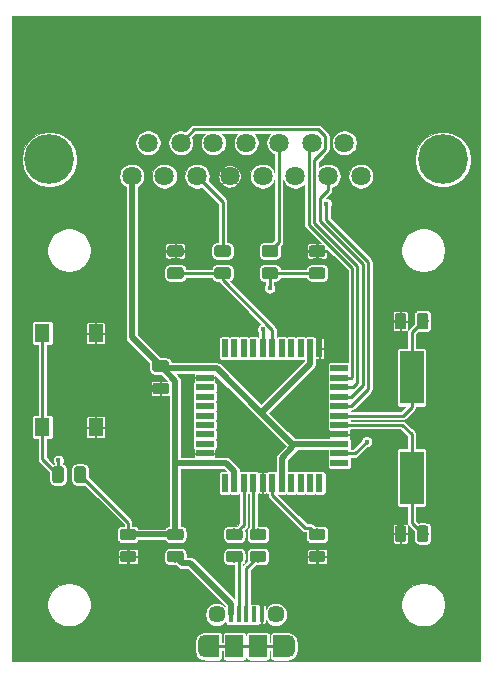
<source format=gbr>
G04 #@! TF.GenerationSoftware,KiCad,Pcbnew,5.1.4+dfsg1-1*
G04 #@! TF.CreationDate,2020-03-06T15:50:39+01:00*
G04 #@! TF.ProjectId,sidewinder-usb,73696465-7769-46e6-9465-722d7573622e,rev?*
G04 #@! TF.SameCoordinates,Original*
G04 #@! TF.FileFunction,Copper,L1,Top*
G04 #@! TF.FilePolarity,Positive*
%FSLAX46Y46*%
G04 Gerber Fmt 4.6, Leading zero omitted, Abs format (unit mm)*
G04 Created by KiCad (PCBNEW 5.1.4+dfsg1-1) date 2020-03-06 15:50:39*
%MOMM*%
%LPD*%
G04 APERTURE LIST*
%ADD10R,2.000000X4.500000*%
%ADD11R,1.500000X0.550000*%
%ADD12R,0.550000X1.500000*%
%ADD13R,1.300000X1.550000*%
%ADD14C,0.100000*%
%ADD15C,0.975000*%
%ADD16C,1.635000*%
%ADD17C,4.216000*%
%ADD18R,1.200000X1.900000*%
%ADD19O,1.200000X1.900000*%
%ADD20R,1.500000X1.900000*%
%ADD21C,1.450000*%
%ADD22R,0.400000X1.350000*%
%ADD23C,0.450000*%
%ADD24C,0.500000*%
%ADD25C,0.250000*%
G04 APERTURE END LIST*
D10*
X34000000Y24250000D03*
X34000000Y15750000D03*
D11*
X16500000Y17000000D03*
X16500000Y17800000D03*
X16500000Y18600000D03*
X16500000Y19400000D03*
X16500000Y20200000D03*
X16500000Y21000000D03*
X16500000Y21800000D03*
X16500000Y22600000D03*
X16500000Y23400000D03*
X16500000Y24200000D03*
X16500000Y25000000D03*
D12*
X18200000Y26700000D03*
X19000000Y26700000D03*
X19800000Y26700000D03*
X20600000Y26700000D03*
X21400000Y26700000D03*
X22200000Y26700000D03*
X23000000Y26700000D03*
X23800000Y26700000D03*
X24600000Y26700000D03*
X25400000Y26700000D03*
X26200000Y26700000D03*
D11*
X27900000Y25000000D03*
X27900000Y24200000D03*
X27900000Y23400000D03*
X27900000Y22600000D03*
X27900000Y21800000D03*
X27900000Y21000000D03*
X27900000Y20200000D03*
X27900000Y19400000D03*
X27900000Y18600000D03*
X27900000Y17800000D03*
X27900000Y17000000D03*
D12*
X26200000Y15300000D03*
X25400000Y15300000D03*
X24600000Y15300000D03*
X23800000Y15300000D03*
X23000000Y15300000D03*
X22200000Y15300000D03*
X21400000Y15300000D03*
X20600000Y15300000D03*
X19800000Y15300000D03*
X19000000Y15300000D03*
X18200000Y15300000D03*
D13*
X2750000Y20025000D03*
X7250000Y20025000D03*
X7250000Y27975000D03*
X2750000Y27975000D03*
D14*
G36*
X22480142Y35423826D02*
G01*
X22503803Y35420316D01*
X22527007Y35414504D01*
X22549529Y35406446D01*
X22571153Y35396218D01*
X22591670Y35383921D01*
X22610883Y35369671D01*
X22628607Y35353607D01*
X22644671Y35335883D01*
X22658921Y35316670D01*
X22671218Y35296153D01*
X22681446Y35274529D01*
X22689504Y35252007D01*
X22695316Y35228803D01*
X22698826Y35205142D01*
X22700000Y35181250D01*
X22700000Y34693750D01*
X22698826Y34669858D01*
X22695316Y34646197D01*
X22689504Y34622993D01*
X22681446Y34600471D01*
X22671218Y34578847D01*
X22658921Y34558330D01*
X22644671Y34539117D01*
X22628607Y34521393D01*
X22610883Y34505329D01*
X22591670Y34491079D01*
X22571153Y34478782D01*
X22549529Y34468554D01*
X22527007Y34460496D01*
X22503803Y34454684D01*
X22480142Y34451174D01*
X22456250Y34450000D01*
X21543750Y34450000D01*
X21519858Y34451174D01*
X21496197Y34454684D01*
X21472993Y34460496D01*
X21450471Y34468554D01*
X21428847Y34478782D01*
X21408330Y34491079D01*
X21389117Y34505329D01*
X21371393Y34521393D01*
X21355329Y34539117D01*
X21341079Y34558330D01*
X21328782Y34578847D01*
X21318554Y34600471D01*
X21310496Y34622993D01*
X21304684Y34646197D01*
X21301174Y34669858D01*
X21300000Y34693750D01*
X21300000Y35181250D01*
X21301174Y35205142D01*
X21304684Y35228803D01*
X21310496Y35252007D01*
X21318554Y35274529D01*
X21328782Y35296153D01*
X21341079Y35316670D01*
X21355329Y35335883D01*
X21371393Y35353607D01*
X21389117Y35369671D01*
X21408330Y35383921D01*
X21428847Y35396218D01*
X21450471Y35406446D01*
X21472993Y35414504D01*
X21496197Y35420316D01*
X21519858Y35423826D01*
X21543750Y35425000D01*
X22456250Y35425000D01*
X22480142Y35423826D01*
X22480142Y35423826D01*
G37*
D15*
X22000000Y34937500D03*
D14*
G36*
X22480142Y33548826D02*
G01*
X22503803Y33545316D01*
X22527007Y33539504D01*
X22549529Y33531446D01*
X22571153Y33521218D01*
X22591670Y33508921D01*
X22610883Y33494671D01*
X22628607Y33478607D01*
X22644671Y33460883D01*
X22658921Y33441670D01*
X22671218Y33421153D01*
X22681446Y33399529D01*
X22689504Y33377007D01*
X22695316Y33353803D01*
X22698826Y33330142D01*
X22700000Y33306250D01*
X22700000Y32818750D01*
X22698826Y32794858D01*
X22695316Y32771197D01*
X22689504Y32747993D01*
X22681446Y32725471D01*
X22671218Y32703847D01*
X22658921Y32683330D01*
X22644671Y32664117D01*
X22628607Y32646393D01*
X22610883Y32630329D01*
X22591670Y32616079D01*
X22571153Y32603782D01*
X22549529Y32593554D01*
X22527007Y32585496D01*
X22503803Y32579684D01*
X22480142Y32576174D01*
X22456250Y32575000D01*
X21543750Y32575000D01*
X21519858Y32576174D01*
X21496197Y32579684D01*
X21472993Y32585496D01*
X21450471Y32593554D01*
X21428847Y32603782D01*
X21408330Y32616079D01*
X21389117Y32630329D01*
X21371393Y32646393D01*
X21355329Y32664117D01*
X21341079Y32683330D01*
X21328782Y32703847D01*
X21318554Y32725471D01*
X21310496Y32747993D01*
X21304684Y32771197D01*
X21301174Y32794858D01*
X21300000Y32818750D01*
X21300000Y33306250D01*
X21301174Y33330142D01*
X21304684Y33353803D01*
X21310496Y33377007D01*
X21318554Y33399529D01*
X21328782Y33421153D01*
X21341079Y33441670D01*
X21355329Y33460883D01*
X21371393Y33478607D01*
X21389117Y33494671D01*
X21408330Y33508921D01*
X21428847Y33521218D01*
X21450471Y33531446D01*
X21472993Y33539504D01*
X21496197Y33545316D01*
X21519858Y33548826D01*
X21543750Y33550000D01*
X22456250Y33550000D01*
X22480142Y33548826D01*
X22480142Y33548826D01*
G37*
D15*
X22000000Y33062500D03*
D14*
G36*
X18480142Y35423826D02*
G01*
X18503803Y35420316D01*
X18527007Y35414504D01*
X18549529Y35406446D01*
X18571153Y35396218D01*
X18591670Y35383921D01*
X18610883Y35369671D01*
X18628607Y35353607D01*
X18644671Y35335883D01*
X18658921Y35316670D01*
X18671218Y35296153D01*
X18681446Y35274529D01*
X18689504Y35252007D01*
X18695316Y35228803D01*
X18698826Y35205142D01*
X18700000Y35181250D01*
X18700000Y34693750D01*
X18698826Y34669858D01*
X18695316Y34646197D01*
X18689504Y34622993D01*
X18681446Y34600471D01*
X18671218Y34578847D01*
X18658921Y34558330D01*
X18644671Y34539117D01*
X18628607Y34521393D01*
X18610883Y34505329D01*
X18591670Y34491079D01*
X18571153Y34478782D01*
X18549529Y34468554D01*
X18527007Y34460496D01*
X18503803Y34454684D01*
X18480142Y34451174D01*
X18456250Y34450000D01*
X17543750Y34450000D01*
X17519858Y34451174D01*
X17496197Y34454684D01*
X17472993Y34460496D01*
X17450471Y34468554D01*
X17428847Y34478782D01*
X17408330Y34491079D01*
X17389117Y34505329D01*
X17371393Y34521393D01*
X17355329Y34539117D01*
X17341079Y34558330D01*
X17328782Y34578847D01*
X17318554Y34600471D01*
X17310496Y34622993D01*
X17304684Y34646197D01*
X17301174Y34669858D01*
X17300000Y34693750D01*
X17300000Y35181250D01*
X17301174Y35205142D01*
X17304684Y35228803D01*
X17310496Y35252007D01*
X17318554Y35274529D01*
X17328782Y35296153D01*
X17341079Y35316670D01*
X17355329Y35335883D01*
X17371393Y35353607D01*
X17389117Y35369671D01*
X17408330Y35383921D01*
X17428847Y35396218D01*
X17450471Y35406446D01*
X17472993Y35414504D01*
X17496197Y35420316D01*
X17519858Y35423826D01*
X17543750Y35425000D01*
X18456250Y35425000D01*
X18480142Y35423826D01*
X18480142Y35423826D01*
G37*
D15*
X18000000Y34937500D03*
D14*
G36*
X18480142Y33548826D02*
G01*
X18503803Y33545316D01*
X18527007Y33539504D01*
X18549529Y33531446D01*
X18571153Y33521218D01*
X18591670Y33508921D01*
X18610883Y33494671D01*
X18628607Y33478607D01*
X18644671Y33460883D01*
X18658921Y33441670D01*
X18671218Y33421153D01*
X18681446Y33399529D01*
X18689504Y33377007D01*
X18695316Y33353803D01*
X18698826Y33330142D01*
X18700000Y33306250D01*
X18700000Y32818750D01*
X18698826Y32794858D01*
X18695316Y32771197D01*
X18689504Y32747993D01*
X18681446Y32725471D01*
X18671218Y32703847D01*
X18658921Y32683330D01*
X18644671Y32664117D01*
X18628607Y32646393D01*
X18610883Y32630329D01*
X18591670Y32616079D01*
X18571153Y32603782D01*
X18549529Y32593554D01*
X18527007Y32585496D01*
X18503803Y32579684D01*
X18480142Y32576174D01*
X18456250Y32575000D01*
X17543750Y32575000D01*
X17519858Y32576174D01*
X17496197Y32579684D01*
X17472993Y32585496D01*
X17450471Y32593554D01*
X17428847Y32603782D01*
X17408330Y32616079D01*
X17389117Y32630329D01*
X17371393Y32646393D01*
X17355329Y32664117D01*
X17341079Y32683330D01*
X17328782Y32703847D01*
X17318554Y32725471D01*
X17310496Y32747993D01*
X17304684Y32771197D01*
X17301174Y32794858D01*
X17300000Y32818750D01*
X17300000Y33306250D01*
X17301174Y33330142D01*
X17304684Y33353803D01*
X17310496Y33377007D01*
X17318554Y33399529D01*
X17328782Y33421153D01*
X17341079Y33441670D01*
X17355329Y33460883D01*
X17371393Y33478607D01*
X17389117Y33494671D01*
X17408330Y33508921D01*
X17428847Y33521218D01*
X17450471Y33531446D01*
X17472993Y33539504D01*
X17496197Y33545316D01*
X17519858Y33548826D01*
X17543750Y33550000D01*
X18456250Y33550000D01*
X18480142Y33548826D01*
X18480142Y33548826D01*
G37*
D15*
X18000000Y33062500D03*
D14*
G36*
X6205142Y16698826D02*
G01*
X6228803Y16695316D01*
X6252007Y16689504D01*
X6274529Y16681446D01*
X6296153Y16671218D01*
X6316670Y16658921D01*
X6335883Y16644671D01*
X6353607Y16628607D01*
X6369671Y16610883D01*
X6383921Y16591670D01*
X6396218Y16571153D01*
X6406446Y16549529D01*
X6414504Y16527007D01*
X6420316Y16503803D01*
X6423826Y16480142D01*
X6425000Y16456250D01*
X6425000Y15543750D01*
X6423826Y15519858D01*
X6420316Y15496197D01*
X6414504Y15472993D01*
X6406446Y15450471D01*
X6396218Y15428847D01*
X6383921Y15408330D01*
X6369671Y15389117D01*
X6353607Y15371393D01*
X6335883Y15355329D01*
X6316670Y15341079D01*
X6296153Y15328782D01*
X6274529Y15318554D01*
X6252007Y15310496D01*
X6228803Y15304684D01*
X6205142Y15301174D01*
X6181250Y15300000D01*
X5693750Y15300000D01*
X5669858Y15301174D01*
X5646197Y15304684D01*
X5622993Y15310496D01*
X5600471Y15318554D01*
X5578847Y15328782D01*
X5558330Y15341079D01*
X5539117Y15355329D01*
X5521393Y15371393D01*
X5505329Y15389117D01*
X5491079Y15408330D01*
X5478782Y15428847D01*
X5468554Y15450471D01*
X5460496Y15472993D01*
X5454684Y15496197D01*
X5451174Y15519858D01*
X5450000Y15543750D01*
X5450000Y16456250D01*
X5451174Y16480142D01*
X5454684Y16503803D01*
X5460496Y16527007D01*
X5468554Y16549529D01*
X5478782Y16571153D01*
X5491079Y16591670D01*
X5505329Y16610883D01*
X5521393Y16628607D01*
X5539117Y16644671D01*
X5558330Y16658921D01*
X5578847Y16671218D01*
X5600471Y16681446D01*
X5622993Y16689504D01*
X5646197Y16695316D01*
X5669858Y16698826D01*
X5693750Y16700000D01*
X6181250Y16700000D01*
X6205142Y16698826D01*
X6205142Y16698826D01*
G37*
D15*
X5937500Y16000000D03*
D14*
G36*
X4330142Y16698826D02*
G01*
X4353803Y16695316D01*
X4377007Y16689504D01*
X4399529Y16681446D01*
X4421153Y16671218D01*
X4441670Y16658921D01*
X4460883Y16644671D01*
X4478607Y16628607D01*
X4494671Y16610883D01*
X4508921Y16591670D01*
X4521218Y16571153D01*
X4531446Y16549529D01*
X4539504Y16527007D01*
X4545316Y16503803D01*
X4548826Y16480142D01*
X4550000Y16456250D01*
X4550000Y15543750D01*
X4548826Y15519858D01*
X4545316Y15496197D01*
X4539504Y15472993D01*
X4531446Y15450471D01*
X4521218Y15428847D01*
X4508921Y15408330D01*
X4494671Y15389117D01*
X4478607Y15371393D01*
X4460883Y15355329D01*
X4441670Y15341079D01*
X4421153Y15328782D01*
X4399529Y15318554D01*
X4377007Y15310496D01*
X4353803Y15304684D01*
X4330142Y15301174D01*
X4306250Y15300000D01*
X3818750Y15300000D01*
X3794858Y15301174D01*
X3771197Y15304684D01*
X3747993Y15310496D01*
X3725471Y15318554D01*
X3703847Y15328782D01*
X3683330Y15341079D01*
X3664117Y15355329D01*
X3646393Y15371393D01*
X3630329Y15389117D01*
X3616079Y15408330D01*
X3603782Y15428847D01*
X3593554Y15450471D01*
X3585496Y15472993D01*
X3579684Y15496197D01*
X3576174Y15519858D01*
X3575000Y15543750D01*
X3575000Y16456250D01*
X3576174Y16480142D01*
X3579684Y16503803D01*
X3585496Y16527007D01*
X3593554Y16549529D01*
X3603782Y16571153D01*
X3616079Y16591670D01*
X3630329Y16610883D01*
X3646393Y16628607D01*
X3664117Y16644671D01*
X3683330Y16658921D01*
X3703847Y16671218D01*
X3725471Y16681446D01*
X3747993Y16689504D01*
X3771197Y16695316D01*
X3794858Y16698826D01*
X3818750Y16700000D01*
X4306250Y16700000D01*
X4330142Y16698826D01*
X4330142Y16698826D01*
G37*
D15*
X4062500Y16000000D03*
D14*
G36*
X19480142Y9548826D02*
G01*
X19503803Y9545316D01*
X19527007Y9539504D01*
X19549529Y9531446D01*
X19571153Y9521218D01*
X19591670Y9508921D01*
X19610883Y9494671D01*
X19628607Y9478607D01*
X19644671Y9460883D01*
X19658921Y9441670D01*
X19671218Y9421153D01*
X19681446Y9399529D01*
X19689504Y9377007D01*
X19695316Y9353803D01*
X19698826Y9330142D01*
X19700000Y9306250D01*
X19700000Y8818750D01*
X19698826Y8794858D01*
X19695316Y8771197D01*
X19689504Y8747993D01*
X19681446Y8725471D01*
X19671218Y8703847D01*
X19658921Y8683330D01*
X19644671Y8664117D01*
X19628607Y8646393D01*
X19610883Y8630329D01*
X19591670Y8616079D01*
X19571153Y8603782D01*
X19549529Y8593554D01*
X19527007Y8585496D01*
X19503803Y8579684D01*
X19480142Y8576174D01*
X19456250Y8575000D01*
X18543750Y8575000D01*
X18519858Y8576174D01*
X18496197Y8579684D01*
X18472993Y8585496D01*
X18450471Y8593554D01*
X18428847Y8603782D01*
X18408330Y8616079D01*
X18389117Y8630329D01*
X18371393Y8646393D01*
X18355329Y8664117D01*
X18341079Y8683330D01*
X18328782Y8703847D01*
X18318554Y8725471D01*
X18310496Y8747993D01*
X18304684Y8771197D01*
X18301174Y8794858D01*
X18300000Y8818750D01*
X18300000Y9306250D01*
X18301174Y9330142D01*
X18304684Y9353803D01*
X18310496Y9377007D01*
X18318554Y9399529D01*
X18328782Y9421153D01*
X18341079Y9441670D01*
X18355329Y9460883D01*
X18371393Y9478607D01*
X18389117Y9494671D01*
X18408330Y9508921D01*
X18428847Y9521218D01*
X18450471Y9531446D01*
X18472993Y9539504D01*
X18496197Y9545316D01*
X18519858Y9548826D01*
X18543750Y9550000D01*
X19456250Y9550000D01*
X19480142Y9548826D01*
X19480142Y9548826D01*
G37*
D15*
X19000000Y9062500D03*
D14*
G36*
X19480142Y11423826D02*
G01*
X19503803Y11420316D01*
X19527007Y11414504D01*
X19549529Y11406446D01*
X19571153Y11396218D01*
X19591670Y11383921D01*
X19610883Y11369671D01*
X19628607Y11353607D01*
X19644671Y11335883D01*
X19658921Y11316670D01*
X19671218Y11296153D01*
X19681446Y11274529D01*
X19689504Y11252007D01*
X19695316Y11228803D01*
X19698826Y11205142D01*
X19700000Y11181250D01*
X19700000Y10693750D01*
X19698826Y10669858D01*
X19695316Y10646197D01*
X19689504Y10622993D01*
X19681446Y10600471D01*
X19671218Y10578847D01*
X19658921Y10558330D01*
X19644671Y10539117D01*
X19628607Y10521393D01*
X19610883Y10505329D01*
X19591670Y10491079D01*
X19571153Y10478782D01*
X19549529Y10468554D01*
X19527007Y10460496D01*
X19503803Y10454684D01*
X19480142Y10451174D01*
X19456250Y10450000D01*
X18543750Y10450000D01*
X18519858Y10451174D01*
X18496197Y10454684D01*
X18472993Y10460496D01*
X18450471Y10468554D01*
X18428847Y10478782D01*
X18408330Y10491079D01*
X18389117Y10505329D01*
X18371393Y10521393D01*
X18355329Y10539117D01*
X18341079Y10558330D01*
X18328782Y10578847D01*
X18318554Y10600471D01*
X18310496Y10622993D01*
X18304684Y10646197D01*
X18301174Y10669858D01*
X18300000Y10693750D01*
X18300000Y11181250D01*
X18301174Y11205142D01*
X18304684Y11228803D01*
X18310496Y11252007D01*
X18318554Y11274529D01*
X18328782Y11296153D01*
X18341079Y11316670D01*
X18355329Y11335883D01*
X18371393Y11353607D01*
X18389117Y11369671D01*
X18408330Y11383921D01*
X18428847Y11396218D01*
X18450471Y11406446D01*
X18472993Y11414504D01*
X18496197Y11420316D01*
X18519858Y11423826D01*
X18543750Y11425000D01*
X19456250Y11425000D01*
X19480142Y11423826D01*
X19480142Y11423826D01*
G37*
D15*
X19000000Y10937500D03*
D14*
G36*
X21480142Y9548826D02*
G01*
X21503803Y9545316D01*
X21527007Y9539504D01*
X21549529Y9531446D01*
X21571153Y9521218D01*
X21591670Y9508921D01*
X21610883Y9494671D01*
X21628607Y9478607D01*
X21644671Y9460883D01*
X21658921Y9441670D01*
X21671218Y9421153D01*
X21681446Y9399529D01*
X21689504Y9377007D01*
X21695316Y9353803D01*
X21698826Y9330142D01*
X21700000Y9306250D01*
X21700000Y8818750D01*
X21698826Y8794858D01*
X21695316Y8771197D01*
X21689504Y8747993D01*
X21681446Y8725471D01*
X21671218Y8703847D01*
X21658921Y8683330D01*
X21644671Y8664117D01*
X21628607Y8646393D01*
X21610883Y8630329D01*
X21591670Y8616079D01*
X21571153Y8603782D01*
X21549529Y8593554D01*
X21527007Y8585496D01*
X21503803Y8579684D01*
X21480142Y8576174D01*
X21456250Y8575000D01*
X20543750Y8575000D01*
X20519858Y8576174D01*
X20496197Y8579684D01*
X20472993Y8585496D01*
X20450471Y8593554D01*
X20428847Y8603782D01*
X20408330Y8616079D01*
X20389117Y8630329D01*
X20371393Y8646393D01*
X20355329Y8664117D01*
X20341079Y8683330D01*
X20328782Y8703847D01*
X20318554Y8725471D01*
X20310496Y8747993D01*
X20304684Y8771197D01*
X20301174Y8794858D01*
X20300000Y8818750D01*
X20300000Y9306250D01*
X20301174Y9330142D01*
X20304684Y9353803D01*
X20310496Y9377007D01*
X20318554Y9399529D01*
X20328782Y9421153D01*
X20341079Y9441670D01*
X20355329Y9460883D01*
X20371393Y9478607D01*
X20389117Y9494671D01*
X20408330Y9508921D01*
X20428847Y9521218D01*
X20450471Y9531446D01*
X20472993Y9539504D01*
X20496197Y9545316D01*
X20519858Y9548826D01*
X20543750Y9550000D01*
X21456250Y9550000D01*
X21480142Y9548826D01*
X21480142Y9548826D01*
G37*
D15*
X21000000Y9062500D03*
D14*
G36*
X21480142Y11423826D02*
G01*
X21503803Y11420316D01*
X21527007Y11414504D01*
X21549529Y11406446D01*
X21571153Y11396218D01*
X21591670Y11383921D01*
X21610883Y11369671D01*
X21628607Y11353607D01*
X21644671Y11335883D01*
X21658921Y11316670D01*
X21671218Y11296153D01*
X21681446Y11274529D01*
X21689504Y11252007D01*
X21695316Y11228803D01*
X21698826Y11205142D01*
X21700000Y11181250D01*
X21700000Y10693750D01*
X21698826Y10669858D01*
X21695316Y10646197D01*
X21689504Y10622993D01*
X21681446Y10600471D01*
X21671218Y10578847D01*
X21658921Y10558330D01*
X21644671Y10539117D01*
X21628607Y10521393D01*
X21610883Y10505329D01*
X21591670Y10491079D01*
X21571153Y10478782D01*
X21549529Y10468554D01*
X21527007Y10460496D01*
X21503803Y10454684D01*
X21480142Y10451174D01*
X21456250Y10450000D01*
X20543750Y10450000D01*
X20519858Y10451174D01*
X20496197Y10454684D01*
X20472993Y10460496D01*
X20450471Y10468554D01*
X20428847Y10478782D01*
X20408330Y10491079D01*
X20389117Y10505329D01*
X20371393Y10521393D01*
X20355329Y10539117D01*
X20341079Y10558330D01*
X20328782Y10578847D01*
X20318554Y10600471D01*
X20310496Y10622993D01*
X20304684Y10646197D01*
X20301174Y10669858D01*
X20300000Y10693750D01*
X20300000Y11181250D01*
X20301174Y11205142D01*
X20304684Y11228803D01*
X20310496Y11252007D01*
X20318554Y11274529D01*
X20328782Y11296153D01*
X20341079Y11316670D01*
X20355329Y11335883D01*
X20371393Y11353607D01*
X20389117Y11369671D01*
X20408330Y11383921D01*
X20428847Y11396218D01*
X20450471Y11406446D01*
X20472993Y11414504D01*
X20496197Y11420316D01*
X20519858Y11423826D01*
X20543750Y11425000D01*
X21456250Y11425000D01*
X21480142Y11423826D01*
X21480142Y11423826D01*
G37*
D15*
X21000000Y10937500D03*
D16*
X11690000Y44105000D03*
X14460000Y44105000D03*
X17230000Y44105000D03*
X28310000Y44105000D03*
X25540000Y44105000D03*
X22770000Y44105000D03*
X20000000Y44105000D03*
X29695000Y41265000D03*
X10305000Y41265000D03*
X13075000Y41265000D03*
X15845000Y41265000D03*
X26925000Y41265000D03*
X24155000Y41265000D03*
X21385000Y41265000D03*
X18615000Y41265000D03*
D17*
X3340000Y42685000D03*
X36660000Y42685000D03*
D18*
X17100000Y1462500D03*
X22900000Y1462500D03*
D19*
X23500000Y1462500D03*
X16500000Y1462500D03*
D20*
X19000000Y1462500D03*
D21*
X22500000Y4162500D03*
D22*
X20000000Y4162500D03*
X20650000Y4162500D03*
X21300000Y4162500D03*
X18700000Y4162500D03*
X19350000Y4162500D03*
D21*
X17500000Y4162500D03*
D20*
X21000000Y1462500D03*
D14*
G36*
X14480142Y11423826D02*
G01*
X14503803Y11420316D01*
X14527007Y11414504D01*
X14549529Y11406446D01*
X14571153Y11396218D01*
X14591670Y11383921D01*
X14610883Y11369671D01*
X14628607Y11353607D01*
X14644671Y11335883D01*
X14658921Y11316670D01*
X14671218Y11296153D01*
X14681446Y11274529D01*
X14689504Y11252007D01*
X14695316Y11228803D01*
X14698826Y11205142D01*
X14700000Y11181250D01*
X14700000Y10693750D01*
X14698826Y10669858D01*
X14695316Y10646197D01*
X14689504Y10622993D01*
X14681446Y10600471D01*
X14671218Y10578847D01*
X14658921Y10558330D01*
X14644671Y10539117D01*
X14628607Y10521393D01*
X14610883Y10505329D01*
X14591670Y10491079D01*
X14571153Y10478782D01*
X14549529Y10468554D01*
X14527007Y10460496D01*
X14503803Y10454684D01*
X14480142Y10451174D01*
X14456250Y10450000D01*
X13543750Y10450000D01*
X13519858Y10451174D01*
X13496197Y10454684D01*
X13472993Y10460496D01*
X13450471Y10468554D01*
X13428847Y10478782D01*
X13408330Y10491079D01*
X13389117Y10505329D01*
X13371393Y10521393D01*
X13355329Y10539117D01*
X13341079Y10558330D01*
X13328782Y10578847D01*
X13318554Y10600471D01*
X13310496Y10622993D01*
X13304684Y10646197D01*
X13301174Y10669858D01*
X13300000Y10693750D01*
X13300000Y11181250D01*
X13301174Y11205142D01*
X13304684Y11228803D01*
X13310496Y11252007D01*
X13318554Y11274529D01*
X13328782Y11296153D01*
X13341079Y11316670D01*
X13355329Y11335883D01*
X13371393Y11353607D01*
X13389117Y11369671D01*
X13408330Y11383921D01*
X13428847Y11396218D01*
X13450471Y11406446D01*
X13472993Y11414504D01*
X13496197Y11420316D01*
X13519858Y11423826D01*
X13543750Y11425000D01*
X14456250Y11425000D01*
X14480142Y11423826D01*
X14480142Y11423826D01*
G37*
D15*
X14000000Y10937500D03*
D14*
G36*
X14480142Y9548826D02*
G01*
X14503803Y9545316D01*
X14527007Y9539504D01*
X14549529Y9531446D01*
X14571153Y9521218D01*
X14591670Y9508921D01*
X14610883Y9494671D01*
X14628607Y9478607D01*
X14644671Y9460883D01*
X14658921Y9441670D01*
X14671218Y9421153D01*
X14681446Y9399529D01*
X14689504Y9377007D01*
X14695316Y9353803D01*
X14698826Y9330142D01*
X14700000Y9306250D01*
X14700000Y8818750D01*
X14698826Y8794858D01*
X14695316Y8771197D01*
X14689504Y8747993D01*
X14681446Y8725471D01*
X14671218Y8703847D01*
X14658921Y8683330D01*
X14644671Y8664117D01*
X14628607Y8646393D01*
X14610883Y8630329D01*
X14591670Y8616079D01*
X14571153Y8603782D01*
X14549529Y8593554D01*
X14527007Y8585496D01*
X14503803Y8579684D01*
X14480142Y8576174D01*
X14456250Y8575000D01*
X13543750Y8575000D01*
X13519858Y8576174D01*
X13496197Y8579684D01*
X13472993Y8585496D01*
X13450471Y8593554D01*
X13428847Y8603782D01*
X13408330Y8616079D01*
X13389117Y8630329D01*
X13371393Y8646393D01*
X13355329Y8664117D01*
X13341079Y8683330D01*
X13328782Y8703847D01*
X13318554Y8725471D01*
X13310496Y8747993D01*
X13304684Y8771197D01*
X13301174Y8794858D01*
X13300000Y8818750D01*
X13300000Y9306250D01*
X13301174Y9330142D01*
X13304684Y9353803D01*
X13310496Y9377007D01*
X13318554Y9399529D01*
X13328782Y9421153D01*
X13341079Y9441670D01*
X13355329Y9460883D01*
X13371393Y9478607D01*
X13389117Y9494671D01*
X13408330Y9508921D01*
X13428847Y9521218D01*
X13450471Y9531446D01*
X13472993Y9539504D01*
X13496197Y9545316D01*
X13519858Y9548826D01*
X13543750Y9550000D01*
X14456250Y9550000D01*
X14480142Y9548826D01*
X14480142Y9548826D01*
G37*
D15*
X14000000Y9062500D03*
D14*
G36*
X26480142Y35423826D02*
G01*
X26503803Y35420316D01*
X26527007Y35414504D01*
X26549529Y35406446D01*
X26571153Y35396218D01*
X26591670Y35383921D01*
X26610883Y35369671D01*
X26628607Y35353607D01*
X26644671Y35335883D01*
X26658921Y35316670D01*
X26671218Y35296153D01*
X26681446Y35274529D01*
X26689504Y35252007D01*
X26695316Y35228803D01*
X26698826Y35205142D01*
X26700000Y35181250D01*
X26700000Y34693750D01*
X26698826Y34669858D01*
X26695316Y34646197D01*
X26689504Y34622993D01*
X26681446Y34600471D01*
X26671218Y34578847D01*
X26658921Y34558330D01*
X26644671Y34539117D01*
X26628607Y34521393D01*
X26610883Y34505329D01*
X26591670Y34491079D01*
X26571153Y34478782D01*
X26549529Y34468554D01*
X26527007Y34460496D01*
X26503803Y34454684D01*
X26480142Y34451174D01*
X26456250Y34450000D01*
X25543750Y34450000D01*
X25519858Y34451174D01*
X25496197Y34454684D01*
X25472993Y34460496D01*
X25450471Y34468554D01*
X25428847Y34478782D01*
X25408330Y34491079D01*
X25389117Y34505329D01*
X25371393Y34521393D01*
X25355329Y34539117D01*
X25341079Y34558330D01*
X25328782Y34578847D01*
X25318554Y34600471D01*
X25310496Y34622993D01*
X25304684Y34646197D01*
X25301174Y34669858D01*
X25300000Y34693750D01*
X25300000Y35181250D01*
X25301174Y35205142D01*
X25304684Y35228803D01*
X25310496Y35252007D01*
X25318554Y35274529D01*
X25328782Y35296153D01*
X25341079Y35316670D01*
X25355329Y35335883D01*
X25371393Y35353607D01*
X25389117Y35369671D01*
X25408330Y35383921D01*
X25428847Y35396218D01*
X25450471Y35406446D01*
X25472993Y35414504D01*
X25496197Y35420316D01*
X25519858Y35423826D01*
X25543750Y35425000D01*
X26456250Y35425000D01*
X26480142Y35423826D01*
X26480142Y35423826D01*
G37*
D15*
X26000000Y34937500D03*
D14*
G36*
X26480142Y33548826D02*
G01*
X26503803Y33545316D01*
X26527007Y33539504D01*
X26549529Y33531446D01*
X26571153Y33521218D01*
X26591670Y33508921D01*
X26610883Y33494671D01*
X26628607Y33478607D01*
X26644671Y33460883D01*
X26658921Y33441670D01*
X26671218Y33421153D01*
X26681446Y33399529D01*
X26689504Y33377007D01*
X26695316Y33353803D01*
X26698826Y33330142D01*
X26700000Y33306250D01*
X26700000Y32818750D01*
X26698826Y32794858D01*
X26695316Y32771197D01*
X26689504Y32747993D01*
X26681446Y32725471D01*
X26671218Y32703847D01*
X26658921Y32683330D01*
X26644671Y32664117D01*
X26628607Y32646393D01*
X26610883Y32630329D01*
X26591670Y32616079D01*
X26571153Y32603782D01*
X26549529Y32593554D01*
X26527007Y32585496D01*
X26503803Y32579684D01*
X26480142Y32576174D01*
X26456250Y32575000D01*
X25543750Y32575000D01*
X25519858Y32576174D01*
X25496197Y32579684D01*
X25472993Y32585496D01*
X25450471Y32593554D01*
X25428847Y32603782D01*
X25408330Y32616079D01*
X25389117Y32630329D01*
X25371393Y32646393D01*
X25355329Y32664117D01*
X25341079Y32683330D01*
X25328782Y32703847D01*
X25318554Y32725471D01*
X25310496Y32747993D01*
X25304684Y32771197D01*
X25301174Y32794858D01*
X25300000Y32818750D01*
X25300000Y33306250D01*
X25301174Y33330142D01*
X25304684Y33353803D01*
X25310496Y33377007D01*
X25318554Y33399529D01*
X25328782Y33421153D01*
X25341079Y33441670D01*
X25355329Y33460883D01*
X25371393Y33478607D01*
X25389117Y33494671D01*
X25408330Y33508921D01*
X25428847Y33521218D01*
X25450471Y33531446D01*
X25472993Y33539504D01*
X25496197Y33545316D01*
X25519858Y33548826D01*
X25543750Y33550000D01*
X26456250Y33550000D01*
X26480142Y33548826D01*
X26480142Y33548826D01*
G37*
D15*
X26000000Y33062500D03*
D14*
G36*
X14480142Y35423826D02*
G01*
X14503803Y35420316D01*
X14527007Y35414504D01*
X14549529Y35406446D01*
X14571153Y35396218D01*
X14591670Y35383921D01*
X14610883Y35369671D01*
X14628607Y35353607D01*
X14644671Y35335883D01*
X14658921Y35316670D01*
X14671218Y35296153D01*
X14681446Y35274529D01*
X14689504Y35252007D01*
X14695316Y35228803D01*
X14698826Y35205142D01*
X14700000Y35181250D01*
X14700000Y34693750D01*
X14698826Y34669858D01*
X14695316Y34646197D01*
X14689504Y34622993D01*
X14681446Y34600471D01*
X14671218Y34578847D01*
X14658921Y34558330D01*
X14644671Y34539117D01*
X14628607Y34521393D01*
X14610883Y34505329D01*
X14591670Y34491079D01*
X14571153Y34478782D01*
X14549529Y34468554D01*
X14527007Y34460496D01*
X14503803Y34454684D01*
X14480142Y34451174D01*
X14456250Y34450000D01*
X13543750Y34450000D01*
X13519858Y34451174D01*
X13496197Y34454684D01*
X13472993Y34460496D01*
X13450471Y34468554D01*
X13428847Y34478782D01*
X13408330Y34491079D01*
X13389117Y34505329D01*
X13371393Y34521393D01*
X13355329Y34539117D01*
X13341079Y34558330D01*
X13328782Y34578847D01*
X13318554Y34600471D01*
X13310496Y34622993D01*
X13304684Y34646197D01*
X13301174Y34669858D01*
X13300000Y34693750D01*
X13300000Y35181250D01*
X13301174Y35205142D01*
X13304684Y35228803D01*
X13310496Y35252007D01*
X13318554Y35274529D01*
X13328782Y35296153D01*
X13341079Y35316670D01*
X13355329Y35335883D01*
X13371393Y35353607D01*
X13389117Y35369671D01*
X13408330Y35383921D01*
X13428847Y35396218D01*
X13450471Y35406446D01*
X13472993Y35414504D01*
X13496197Y35420316D01*
X13519858Y35423826D01*
X13543750Y35425000D01*
X14456250Y35425000D01*
X14480142Y35423826D01*
X14480142Y35423826D01*
G37*
D15*
X14000000Y34937500D03*
D14*
G36*
X14480142Y33548826D02*
G01*
X14503803Y33545316D01*
X14527007Y33539504D01*
X14549529Y33531446D01*
X14571153Y33521218D01*
X14591670Y33508921D01*
X14610883Y33494671D01*
X14628607Y33478607D01*
X14644671Y33460883D01*
X14658921Y33441670D01*
X14671218Y33421153D01*
X14681446Y33399529D01*
X14689504Y33377007D01*
X14695316Y33353803D01*
X14698826Y33330142D01*
X14700000Y33306250D01*
X14700000Y32818750D01*
X14698826Y32794858D01*
X14695316Y32771197D01*
X14689504Y32747993D01*
X14681446Y32725471D01*
X14671218Y32703847D01*
X14658921Y32683330D01*
X14644671Y32664117D01*
X14628607Y32646393D01*
X14610883Y32630329D01*
X14591670Y32616079D01*
X14571153Y32603782D01*
X14549529Y32593554D01*
X14527007Y32585496D01*
X14503803Y32579684D01*
X14480142Y32576174D01*
X14456250Y32575000D01*
X13543750Y32575000D01*
X13519858Y32576174D01*
X13496197Y32579684D01*
X13472993Y32585496D01*
X13450471Y32593554D01*
X13428847Y32603782D01*
X13408330Y32616079D01*
X13389117Y32630329D01*
X13371393Y32646393D01*
X13355329Y32664117D01*
X13341079Y32683330D01*
X13328782Y32703847D01*
X13318554Y32725471D01*
X13310496Y32747993D01*
X13304684Y32771197D01*
X13301174Y32794858D01*
X13300000Y32818750D01*
X13300000Y33306250D01*
X13301174Y33330142D01*
X13304684Y33353803D01*
X13310496Y33377007D01*
X13318554Y33399529D01*
X13328782Y33421153D01*
X13341079Y33441670D01*
X13355329Y33460883D01*
X13371393Y33478607D01*
X13389117Y33494671D01*
X13408330Y33508921D01*
X13428847Y33521218D01*
X13450471Y33531446D01*
X13472993Y33539504D01*
X13496197Y33545316D01*
X13519858Y33548826D01*
X13543750Y33550000D01*
X14456250Y33550000D01*
X14480142Y33548826D01*
X14480142Y33548826D01*
G37*
D15*
X14000000Y33062500D03*
D14*
G36*
X26480142Y9548826D02*
G01*
X26503803Y9545316D01*
X26527007Y9539504D01*
X26549529Y9531446D01*
X26571153Y9521218D01*
X26591670Y9508921D01*
X26610883Y9494671D01*
X26628607Y9478607D01*
X26644671Y9460883D01*
X26658921Y9441670D01*
X26671218Y9421153D01*
X26681446Y9399529D01*
X26689504Y9377007D01*
X26695316Y9353803D01*
X26698826Y9330142D01*
X26700000Y9306250D01*
X26700000Y8818750D01*
X26698826Y8794858D01*
X26695316Y8771197D01*
X26689504Y8747993D01*
X26681446Y8725471D01*
X26671218Y8703847D01*
X26658921Y8683330D01*
X26644671Y8664117D01*
X26628607Y8646393D01*
X26610883Y8630329D01*
X26591670Y8616079D01*
X26571153Y8603782D01*
X26549529Y8593554D01*
X26527007Y8585496D01*
X26503803Y8579684D01*
X26480142Y8576174D01*
X26456250Y8575000D01*
X25543750Y8575000D01*
X25519858Y8576174D01*
X25496197Y8579684D01*
X25472993Y8585496D01*
X25450471Y8593554D01*
X25428847Y8603782D01*
X25408330Y8616079D01*
X25389117Y8630329D01*
X25371393Y8646393D01*
X25355329Y8664117D01*
X25341079Y8683330D01*
X25328782Y8703847D01*
X25318554Y8725471D01*
X25310496Y8747993D01*
X25304684Y8771197D01*
X25301174Y8794858D01*
X25300000Y8818750D01*
X25300000Y9306250D01*
X25301174Y9330142D01*
X25304684Y9353803D01*
X25310496Y9377007D01*
X25318554Y9399529D01*
X25328782Y9421153D01*
X25341079Y9441670D01*
X25355329Y9460883D01*
X25371393Y9478607D01*
X25389117Y9494671D01*
X25408330Y9508921D01*
X25428847Y9521218D01*
X25450471Y9531446D01*
X25472993Y9539504D01*
X25496197Y9545316D01*
X25519858Y9548826D01*
X25543750Y9550000D01*
X26456250Y9550000D01*
X26480142Y9548826D01*
X26480142Y9548826D01*
G37*
D15*
X26000000Y9062500D03*
D14*
G36*
X26480142Y11423826D02*
G01*
X26503803Y11420316D01*
X26527007Y11414504D01*
X26549529Y11406446D01*
X26571153Y11396218D01*
X26591670Y11383921D01*
X26610883Y11369671D01*
X26628607Y11353607D01*
X26644671Y11335883D01*
X26658921Y11316670D01*
X26671218Y11296153D01*
X26681446Y11274529D01*
X26689504Y11252007D01*
X26695316Y11228803D01*
X26698826Y11205142D01*
X26700000Y11181250D01*
X26700000Y10693750D01*
X26698826Y10669858D01*
X26695316Y10646197D01*
X26689504Y10622993D01*
X26681446Y10600471D01*
X26671218Y10578847D01*
X26658921Y10558330D01*
X26644671Y10539117D01*
X26628607Y10521393D01*
X26610883Y10505329D01*
X26591670Y10491079D01*
X26571153Y10478782D01*
X26549529Y10468554D01*
X26527007Y10460496D01*
X26503803Y10454684D01*
X26480142Y10451174D01*
X26456250Y10450000D01*
X25543750Y10450000D01*
X25519858Y10451174D01*
X25496197Y10454684D01*
X25472993Y10460496D01*
X25450471Y10468554D01*
X25428847Y10478782D01*
X25408330Y10491079D01*
X25389117Y10505329D01*
X25371393Y10521393D01*
X25355329Y10539117D01*
X25341079Y10558330D01*
X25328782Y10578847D01*
X25318554Y10600471D01*
X25310496Y10622993D01*
X25304684Y10646197D01*
X25301174Y10669858D01*
X25300000Y10693750D01*
X25300000Y11181250D01*
X25301174Y11205142D01*
X25304684Y11228803D01*
X25310496Y11252007D01*
X25318554Y11274529D01*
X25328782Y11296153D01*
X25341079Y11316670D01*
X25355329Y11335883D01*
X25371393Y11353607D01*
X25389117Y11369671D01*
X25408330Y11383921D01*
X25428847Y11396218D01*
X25450471Y11406446D01*
X25472993Y11414504D01*
X25496197Y11420316D01*
X25519858Y11423826D01*
X25543750Y11425000D01*
X26456250Y11425000D01*
X26480142Y11423826D01*
X26480142Y11423826D01*
G37*
D15*
X26000000Y10937500D03*
D14*
G36*
X33330142Y29698826D02*
G01*
X33353803Y29695316D01*
X33377007Y29689504D01*
X33399529Y29681446D01*
X33421153Y29671218D01*
X33441670Y29658921D01*
X33460883Y29644671D01*
X33478607Y29628607D01*
X33494671Y29610883D01*
X33508921Y29591670D01*
X33521218Y29571153D01*
X33531446Y29549529D01*
X33539504Y29527007D01*
X33545316Y29503803D01*
X33548826Y29480142D01*
X33550000Y29456250D01*
X33550000Y28543750D01*
X33548826Y28519858D01*
X33545316Y28496197D01*
X33539504Y28472993D01*
X33531446Y28450471D01*
X33521218Y28428847D01*
X33508921Y28408330D01*
X33494671Y28389117D01*
X33478607Y28371393D01*
X33460883Y28355329D01*
X33441670Y28341079D01*
X33421153Y28328782D01*
X33399529Y28318554D01*
X33377007Y28310496D01*
X33353803Y28304684D01*
X33330142Y28301174D01*
X33306250Y28300000D01*
X32818750Y28300000D01*
X32794858Y28301174D01*
X32771197Y28304684D01*
X32747993Y28310496D01*
X32725471Y28318554D01*
X32703847Y28328782D01*
X32683330Y28341079D01*
X32664117Y28355329D01*
X32646393Y28371393D01*
X32630329Y28389117D01*
X32616079Y28408330D01*
X32603782Y28428847D01*
X32593554Y28450471D01*
X32585496Y28472993D01*
X32579684Y28496197D01*
X32576174Y28519858D01*
X32575000Y28543750D01*
X32575000Y29456250D01*
X32576174Y29480142D01*
X32579684Y29503803D01*
X32585496Y29527007D01*
X32593554Y29549529D01*
X32603782Y29571153D01*
X32616079Y29591670D01*
X32630329Y29610883D01*
X32646393Y29628607D01*
X32664117Y29644671D01*
X32683330Y29658921D01*
X32703847Y29671218D01*
X32725471Y29681446D01*
X32747993Y29689504D01*
X32771197Y29695316D01*
X32794858Y29698826D01*
X32818750Y29700000D01*
X33306250Y29700000D01*
X33330142Y29698826D01*
X33330142Y29698826D01*
G37*
D15*
X33062500Y29000000D03*
D14*
G36*
X35205142Y29698826D02*
G01*
X35228803Y29695316D01*
X35252007Y29689504D01*
X35274529Y29681446D01*
X35296153Y29671218D01*
X35316670Y29658921D01*
X35335883Y29644671D01*
X35353607Y29628607D01*
X35369671Y29610883D01*
X35383921Y29591670D01*
X35396218Y29571153D01*
X35406446Y29549529D01*
X35414504Y29527007D01*
X35420316Y29503803D01*
X35423826Y29480142D01*
X35425000Y29456250D01*
X35425000Y28543750D01*
X35423826Y28519858D01*
X35420316Y28496197D01*
X35414504Y28472993D01*
X35406446Y28450471D01*
X35396218Y28428847D01*
X35383921Y28408330D01*
X35369671Y28389117D01*
X35353607Y28371393D01*
X35335883Y28355329D01*
X35316670Y28341079D01*
X35296153Y28328782D01*
X35274529Y28318554D01*
X35252007Y28310496D01*
X35228803Y28304684D01*
X35205142Y28301174D01*
X35181250Y28300000D01*
X34693750Y28300000D01*
X34669858Y28301174D01*
X34646197Y28304684D01*
X34622993Y28310496D01*
X34600471Y28318554D01*
X34578847Y28328782D01*
X34558330Y28341079D01*
X34539117Y28355329D01*
X34521393Y28371393D01*
X34505329Y28389117D01*
X34491079Y28408330D01*
X34478782Y28428847D01*
X34468554Y28450471D01*
X34460496Y28472993D01*
X34454684Y28496197D01*
X34451174Y28519858D01*
X34450000Y28543750D01*
X34450000Y29456250D01*
X34451174Y29480142D01*
X34454684Y29503803D01*
X34460496Y29527007D01*
X34468554Y29549529D01*
X34478782Y29571153D01*
X34491079Y29591670D01*
X34505329Y29610883D01*
X34521393Y29628607D01*
X34539117Y29644671D01*
X34558330Y29658921D01*
X34578847Y29671218D01*
X34600471Y29681446D01*
X34622993Y29689504D01*
X34646197Y29695316D01*
X34669858Y29698826D01*
X34693750Y29700000D01*
X35181250Y29700000D01*
X35205142Y29698826D01*
X35205142Y29698826D01*
G37*
D15*
X34937500Y29000000D03*
D14*
G36*
X33330142Y11698826D02*
G01*
X33353803Y11695316D01*
X33377007Y11689504D01*
X33399529Y11681446D01*
X33421153Y11671218D01*
X33441670Y11658921D01*
X33460883Y11644671D01*
X33478607Y11628607D01*
X33494671Y11610883D01*
X33508921Y11591670D01*
X33521218Y11571153D01*
X33531446Y11549529D01*
X33539504Y11527007D01*
X33545316Y11503803D01*
X33548826Y11480142D01*
X33550000Y11456250D01*
X33550000Y10543750D01*
X33548826Y10519858D01*
X33545316Y10496197D01*
X33539504Y10472993D01*
X33531446Y10450471D01*
X33521218Y10428847D01*
X33508921Y10408330D01*
X33494671Y10389117D01*
X33478607Y10371393D01*
X33460883Y10355329D01*
X33441670Y10341079D01*
X33421153Y10328782D01*
X33399529Y10318554D01*
X33377007Y10310496D01*
X33353803Y10304684D01*
X33330142Y10301174D01*
X33306250Y10300000D01*
X32818750Y10300000D01*
X32794858Y10301174D01*
X32771197Y10304684D01*
X32747993Y10310496D01*
X32725471Y10318554D01*
X32703847Y10328782D01*
X32683330Y10341079D01*
X32664117Y10355329D01*
X32646393Y10371393D01*
X32630329Y10389117D01*
X32616079Y10408330D01*
X32603782Y10428847D01*
X32593554Y10450471D01*
X32585496Y10472993D01*
X32579684Y10496197D01*
X32576174Y10519858D01*
X32575000Y10543750D01*
X32575000Y11456250D01*
X32576174Y11480142D01*
X32579684Y11503803D01*
X32585496Y11527007D01*
X32593554Y11549529D01*
X32603782Y11571153D01*
X32616079Y11591670D01*
X32630329Y11610883D01*
X32646393Y11628607D01*
X32664117Y11644671D01*
X32683330Y11658921D01*
X32703847Y11671218D01*
X32725471Y11681446D01*
X32747993Y11689504D01*
X32771197Y11695316D01*
X32794858Y11698826D01*
X32818750Y11700000D01*
X33306250Y11700000D01*
X33330142Y11698826D01*
X33330142Y11698826D01*
G37*
D15*
X33062500Y11000000D03*
D14*
G36*
X35205142Y11698826D02*
G01*
X35228803Y11695316D01*
X35252007Y11689504D01*
X35274529Y11681446D01*
X35296153Y11671218D01*
X35316670Y11658921D01*
X35335883Y11644671D01*
X35353607Y11628607D01*
X35369671Y11610883D01*
X35383921Y11591670D01*
X35396218Y11571153D01*
X35406446Y11549529D01*
X35414504Y11527007D01*
X35420316Y11503803D01*
X35423826Y11480142D01*
X35425000Y11456250D01*
X35425000Y10543750D01*
X35423826Y10519858D01*
X35420316Y10496197D01*
X35414504Y10472993D01*
X35406446Y10450471D01*
X35396218Y10428847D01*
X35383921Y10408330D01*
X35369671Y10389117D01*
X35353607Y10371393D01*
X35335883Y10355329D01*
X35316670Y10341079D01*
X35296153Y10328782D01*
X35274529Y10318554D01*
X35252007Y10310496D01*
X35228803Y10304684D01*
X35205142Y10301174D01*
X35181250Y10300000D01*
X34693750Y10300000D01*
X34669858Y10301174D01*
X34646197Y10304684D01*
X34622993Y10310496D01*
X34600471Y10318554D01*
X34578847Y10328782D01*
X34558330Y10341079D01*
X34539117Y10355329D01*
X34521393Y10371393D01*
X34505329Y10389117D01*
X34491079Y10408330D01*
X34478782Y10428847D01*
X34468554Y10450471D01*
X34460496Y10472993D01*
X34454684Y10496197D01*
X34451174Y10519858D01*
X34450000Y10543750D01*
X34450000Y11456250D01*
X34451174Y11480142D01*
X34454684Y11503803D01*
X34460496Y11527007D01*
X34468554Y11549529D01*
X34478782Y11571153D01*
X34491079Y11591670D01*
X34505329Y11610883D01*
X34521393Y11628607D01*
X34539117Y11644671D01*
X34558330Y11658921D01*
X34578847Y11671218D01*
X34600471Y11681446D01*
X34622993Y11689504D01*
X34646197Y11695316D01*
X34669858Y11698826D01*
X34693750Y11700000D01*
X35181250Y11700000D01*
X35205142Y11698826D01*
X35205142Y11698826D01*
G37*
D15*
X34937500Y11000000D03*
D14*
G36*
X13230142Y23798826D02*
G01*
X13253803Y23795316D01*
X13277007Y23789504D01*
X13299529Y23781446D01*
X13321153Y23771218D01*
X13341670Y23758921D01*
X13360883Y23744671D01*
X13378607Y23728607D01*
X13394671Y23710883D01*
X13408921Y23691670D01*
X13421218Y23671153D01*
X13431446Y23649529D01*
X13439504Y23627007D01*
X13445316Y23603803D01*
X13448826Y23580142D01*
X13450000Y23556250D01*
X13450000Y23068750D01*
X13448826Y23044858D01*
X13445316Y23021197D01*
X13439504Y22997993D01*
X13431446Y22975471D01*
X13421218Y22953847D01*
X13408921Y22933330D01*
X13394671Y22914117D01*
X13378607Y22896393D01*
X13360883Y22880329D01*
X13341670Y22866079D01*
X13321153Y22853782D01*
X13299529Y22843554D01*
X13277007Y22835496D01*
X13253803Y22829684D01*
X13230142Y22826174D01*
X13206250Y22825000D01*
X12293750Y22825000D01*
X12269858Y22826174D01*
X12246197Y22829684D01*
X12222993Y22835496D01*
X12200471Y22843554D01*
X12178847Y22853782D01*
X12158330Y22866079D01*
X12139117Y22880329D01*
X12121393Y22896393D01*
X12105329Y22914117D01*
X12091079Y22933330D01*
X12078782Y22953847D01*
X12068554Y22975471D01*
X12060496Y22997993D01*
X12054684Y23021197D01*
X12051174Y23044858D01*
X12050000Y23068750D01*
X12050000Y23556250D01*
X12051174Y23580142D01*
X12054684Y23603803D01*
X12060496Y23627007D01*
X12068554Y23649529D01*
X12078782Y23671153D01*
X12091079Y23691670D01*
X12105329Y23710883D01*
X12121393Y23728607D01*
X12139117Y23744671D01*
X12158330Y23758921D01*
X12178847Y23771218D01*
X12200471Y23781446D01*
X12222993Y23789504D01*
X12246197Y23795316D01*
X12269858Y23798826D01*
X12293750Y23800000D01*
X13206250Y23800000D01*
X13230142Y23798826D01*
X13230142Y23798826D01*
G37*
D15*
X12750000Y23312500D03*
D14*
G36*
X13230142Y25673826D02*
G01*
X13253803Y25670316D01*
X13277007Y25664504D01*
X13299529Y25656446D01*
X13321153Y25646218D01*
X13341670Y25633921D01*
X13360883Y25619671D01*
X13378607Y25603607D01*
X13394671Y25585883D01*
X13408921Y25566670D01*
X13421218Y25546153D01*
X13431446Y25524529D01*
X13439504Y25502007D01*
X13445316Y25478803D01*
X13448826Y25455142D01*
X13450000Y25431250D01*
X13450000Y24943750D01*
X13448826Y24919858D01*
X13445316Y24896197D01*
X13439504Y24872993D01*
X13431446Y24850471D01*
X13421218Y24828847D01*
X13408921Y24808330D01*
X13394671Y24789117D01*
X13378607Y24771393D01*
X13360883Y24755329D01*
X13341670Y24741079D01*
X13321153Y24728782D01*
X13299529Y24718554D01*
X13277007Y24710496D01*
X13253803Y24704684D01*
X13230142Y24701174D01*
X13206250Y24700000D01*
X12293750Y24700000D01*
X12269858Y24701174D01*
X12246197Y24704684D01*
X12222993Y24710496D01*
X12200471Y24718554D01*
X12178847Y24728782D01*
X12158330Y24741079D01*
X12139117Y24755329D01*
X12121393Y24771393D01*
X12105329Y24789117D01*
X12091079Y24808330D01*
X12078782Y24828847D01*
X12068554Y24850471D01*
X12060496Y24872993D01*
X12054684Y24896197D01*
X12051174Y24919858D01*
X12050000Y24943750D01*
X12050000Y25431250D01*
X12051174Y25455142D01*
X12054684Y25478803D01*
X12060496Y25502007D01*
X12068554Y25524529D01*
X12078782Y25546153D01*
X12091079Y25566670D01*
X12105329Y25585883D01*
X12121393Y25603607D01*
X12139117Y25619671D01*
X12158330Y25633921D01*
X12178847Y25646218D01*
X12200471Y25656446D01*
X12222993Y25664504D01*
X12246197Y25670316D01*
X12269858Y25673826D01*
X12293750Y25675000D01*
X13206250Y25675000D01*
X13230142Y25673826D01*
X13230142Y25673826D01*
G37*
D15*
X12750000Y25187500D03*
D14*
G36*
X10480142Y9548826D02*
G01*
X10503803Y9545316D01*
X10527007Y9539504D01*
X10549529Y9531446D01*
X10571153Y9521218D01*
X10591670Y9508921D01*
X10610883Y9494671D01*
X10628607Y9478607D01*
X10644671Y9460883D01*
X10658921Y9441670D01*
X10671218Y9421153D01*
X10681446Y9399529D01*
X10689504Y9377007D01*
X10695316Y9353803D01*
X10698826Y9330142D01*
X10700000Y9306250D01*
X10700000Y8818750D01*
X10698826Y8794858D01*
X10695316Y8771197D01*
X10689504Y8747993D01*
X10681446Y8725471D01*
X10671218Y8703847D01*
X10658921Y8683330D01*
X10644671Y8664117D01*
X10628607Y8646393D01*
X10610883Y8630329D01*
X10591670Y8616079D01*
X10571153Y8603782D01*
X10549529Y8593554D01*
X10527007Y8585496D01*
X10503803Y8579684D01*
X10480142Y8576174D01*
X10456250Y8575000D01*
X9543750Y8575000D01*
X9519858Y8576174D01*
X9496197Y8579684D01*
X9472993Y8585496D01*
X9450471Y8593554D01*
X9428847Y8603782D01*
X9408330Y8616079D01*
X9389117Y8630329D01*
X9371393Y8646393D01*
X9355329Y8664117D01*
X9341079Y8683330D01*
X9328782Y8703847D01*
X9318554Y8725471D01*
X9310496Y8747993D01*
X9304684Y8771197D01*
X9301174Y8794858D01*
X9300000Y8818750D01*
X9300000Y9306250D01*
X9301174Y9330142D01*
X9304684Y9353803D01*
X9310496Y9377007D01*
X9318554Y9399529D01*
X9328782Y9421153D01*
X9341079Y9441670D01*
X9355329Y9460883D01*
X9371393Y9478607D01*
X9389117Y9494671D01*
X9408330Y9508921D01*
X9428847Y9521218D01*
X9450471Y9531446D01*
X9472993Y9539504D01*
X9496197Y9545316D01*
X9519858Y9548826D01*
X9543750Y9550000D01*
X10456250Y9550000D01*
X10480142Y9548826D01*
X10480142Y9548826D01*
G37*
D15*
X10000000Y9062500D03*
D14*
G36*
X10480142Y11423826D02*
G01*
X10503803Y11420316D01*
X10527007Y11414504D01*
X10549529Y11406446D01*
X10571153Y11396218D01*
X10591670Y11383921D01*
X10610883Y11369671D01*
X10628607Y11353607D01*
X10644671Y11335883D01*
X10658921Y11316670D01*
X10671218Y11296153D01*
X10681446Y11274529D01*
X10689504Y11252007D01*
X10695316Y11228803D01*
X10698826Y11205142D01*
X10700000Y11181250D01*
X10700000Y10693750D01*
X10698826Y10669858D01*
X10695316Y10646197D01*
X10689504Y10622993D01*
X10681446Y10600471D01*
X10671218Y10578847D01*
X10658921Y10558330D01*
X10644671Y10539117D01*
X10628607Y10521393D01*
X10610883Y10505329D01*
X10591670Y10491079D01*
X10571153Y10478782D01*
X10549529Y10468554D01*
X10527007Y10460496D01*
X10503803Y10454684D01*
X10480142Y10451174D01*
X10456250Y10450000D01*
X9543750Y10450000D01*
X9519858Y10451174D01*
X9496197Y10454684D01*
X9472993Y10460496D01*
X9450471Y10468554D01*
X9428847Y10478782D01*
X9408330Y10491079D01*
X9389117Y10505329D01*
X9371393Y10521393D01*
X9355329Y10539117D01*
X9341079Y10558330D01*
X9328782Y10578847D01*
X9318554Y10600471D01*
X9310496Y10622993D01*
X9304684Y10646197D01*
X9301174Y10669858D01*
X9300000Y10693750D01*
X9300000Y11181250D01*
X9301174Y11205142D01*
X9304684Y11228803D01*
X9310496Y11252007D01*
X9318554Y11274529D01*
X9328782Y11296153D01*
X9341079Y11316670D01*
X9355329Y11335883D01*
X9371393Y11353607D01*
X9389117Y11369671D01*
X9408330Y11383921D01*
X9428847Y11396218D01*
X9450471Y11406446D01*
X9472993Y11414504D01*
X9496197Y11420316D01*
X9519858Y11423826D01*
X9543750Y11425000D01*
X10456250Y11425000D01*
X10480142Y11423826D01*
X10480142Y11423826D01*
G37*
D15*
X10000000Y10937500D03*
D23*
X22000000Y31800000D03*
X21398591Y28298591D03*
X26782509Y38942807D03*
X4100000Y17200000D03*
X30200000Y18800000D03*
D24*
X14000000Y10937500D02*
X10000000Y10937500D01*
D25*
X16025000Y17000000D02*
X16500000Y17000000D01*
D24*
X14000000Y10937500D02*
X14000000Y14975000D01*
X12750000Y25187500D02*
X14000000Y23937500D01*
X10305000Y27632500D02*
X12750000Y25187500D01*
X10305000Y41265000D02*
X10305000Y27632500D01*
X16500000Y17000000D02*
X14000000Y17000000D01*
X14000000Y23937500D02*
X14000000Y17000000D01*
X14000000Y17000000D02*
X14000000Y10937500D01*
X23900000Y18600000D02*
X26900000Y18600000D01*
X26900000Y18600000D02*
X27900000Y18600000D01*
X16500000Y25000000D02*
X17500000Y25000000D01*
X25400000Y25400000D02*
X21250000Y21250000D01*
X25400000Y26700000D02*
X25400000Y25400000D01*
X17500000Y25000000D02*
X21250000Y21250000D01*
X21250000Y21250000D02*
X23900000Y18600000D01*
X23000000Y16300000D02*
X23000000Y15300000D01*
X23000000Y17400000D02*
X23000000Y16300000D01*
X23900000Y18300000D02*
X23000000Y17400000D01*
X23900000Y18600000D02*
X23900000Y18300000D01*
X19000000Y16300000D02*
X19000000Y15300000D01*
X18300000Y17000000D02*
X19000000Y16300000D01*
X16500000Y17000000D02*
X18300000Y17000000D01*
D25*
X10000000Y11937500D02*
X5937500Y16000000D01*
X10000000Y10937500D02*
X10000000Y11937500D01*
X12937500Y25000000D02*
X12750000Y25187500D01*
D24*
X16500000Y25000000D02*
X12937500Y25000000D01*
D25*
X27900000Y20200000D02*
X33200000Y20200000D01*
X34000000Y19400000D02*
X34000000Y15750000D01*
X33200000Y20200000D02*
X34000000Y19400000D01*
X34000000Y11937500D02*
X34937500Y11000000D01*
X34000000Y15750000D02*
X34000000Y11937500D01*
X28900000Y21000000D02*
X27900000Y21000000D01*
X33250000Y21000000D02*
X28900000Y21000000D01*
X34000000Y21750000D02*
X33250000Y21000000D01*
X34000000Y24250000D02*
X34000000Y21750000D01*
X34000000Y28062500D02*
X34937500Y29000000D01*
X34000000Y24250000D02*
X34000000Y28062500D01*
X25443763Y11493737D02*
X26000000Y10937500D01*
X22200000Y14300000D02*
X25006263Y11493737D01*
X25006263Y11493737D02*
X25443763Y11493737D01*
X22200000Y15300000D02*
X22200000Y14300000D01*
X14000000Y33062500D02*
X18000000Y33062500D01*
X22200000Y28275000D02*
X22200000Y27700000D01*
X22200000Y27700000D02*
X22200000Y26700000D01*
X18000000Y32475000D02*
X22200000Y28275000D01*
X18000000Y33062500D02*
X18000000Y32475000D01*
X22000000Y33062500D02*
X26000000Y33062500D01*
X22000000Y33062500D02*
X22000000Y31800000D01*
X21398591Y26701409D02*
X21400000Y26700000D01*
X21398591Y28298591D02*
X21398591Y26701409D01*
D24*
X15281237Y8506263D02*
X14556237Y8506263D01*
X18700000Y5087500D02*
X15281237Y8506263D01*
X14556237Y8506263D02*
X14000000Y9062500D01*
X18700000Y4162500D02*
X18700000Y5087500D01*
D25*
X20000000Y8062500D02*
X21000000Y9062500D01*
X20000000Y5112500D02*
X20000000Y8062500D01*
X20000000Y5112500D02*
X20000000Y4162500D01*
X19350000Y8712500D02*
X19000000Y9062500D01*
X19350000Y5112500D02*
X19350000Y8712500D01*
X19350000Y5112500D02*
X19350000Y4162500D01*
X28900000Y23400000D02*
X27900000Y23400000D01*
X29063590Y23400000D02*
X28900000Y23400000D01*
X29425011Y23761421D02*
X29063590Y23400000D01*
X29425011Y33653249D02*
X29425011Y23761421D01*
X25782499Y37295761D02*
X29425011Y33653249D01*
X25782499Y42656597D02*
X25782499Y37295761D01*
X14460000Y44105000D02*
X15602501Y45247501D01*
X15602501Y45247501D02*
X26088401Y45247501D01*
X26682501Y43556599D02*
X25782499Y42656597D01*
X26682501Y44653401D02*
X26682501Y43556599D01*
X26088401Y45247501D02*
X26682501Y44653401D01*
X28900000Y24200000D02*
X27900000Y24200000D01*
X25540000Y44105000D02*
X25297501Y43862501D01*
X25297501Y43862501D02*
X25297501Y37144349D01*
X28975001Y33466849D02*
X28975001Y24275001D01*
X28975001Y24275001D02*
X28900000Y24200000D01*
X25297501Y37144349D02*
X28975001Y33466849D01*
X22770000Y35707500D02*
X22770000Y44105000D01*
X22000000Y34937500D02*
X22770000Y35707500D01*
X26782509Y38942807D02*
X26782509Y37568571D01*
X26782509Y37568571D02*
X30325029Y34026049D01*
X28900000Y21800000D02*
X27900000Y21800000D01*
X30325030Y23225030D02*
X28900000Y21800000D01*
X30325029Y34026049D02*
X30325030Y23225030D01*
X18000000Y39110000D02*
X15845000Y41265000D01*
X18000000Y34937500D02*
X18000000Y39110000D01*
X26925000Y40092491D02*
X26925000Y41265000D01*
X26232509Y39400000D02*
X26925000Y40092491D01*
X28900000Y22600000D02*
X29875021Y23575021D01*
X27900000Y22600000D02*
X28900000Y22600000D01*
X29875021Y23575021D02*
X29875020Y33839650D01*
X29875020Y33839650D02*
X26232509Y37482161D01*
X26232509Y37482161D02*
X26232509Y39400000D01*
X20600000Y11337500D02*
X21000000Y10937500D01*
X20600000Y15300000D02*
X20600000Y11337500D01*
X19800000Y11737500D02*
X19000000Y10937500D01*
X19800000Y15300000D02*
X19800000Y11737500D01*
X2750000Y27975000D02*
X2750000Y20025000D01*
X2750000Y17312500D02*
X4062500Y16000000D01*
X2750000Y20025000D02*
X2750000Y17312500D01*
X4062500Y16000000D02*
X4062500Y17162500D01*
X4062500Y17162500D02*
X4100000Y17200000D01*
X29200000Y17800000D02*
X27900000Y17800000D01*
X30200000Y18800000D02*
X29200000Y17800000D01*
X17100000Y1462500D02*
X19000000Y1462500D01*
X19000000Y1462500D02*
X21000000Y1462500D01*
X21000000Y1462500D02*
X22900000Y1462500D01*
D14*
G36*
X39800001Y200000D02*
G01*
X200000Y200000D01*
X200000Y1854249D01*
X15650000Y1854249D01*
X15650000Y1070752D01*
X15662300Y945872D01*
X15710903Y785646D01*
X15789832Y637982D01*
X15896052Y508552D01*
X16025481Y402332D01*
X16173145Y323403D01*
X16333371Y274800D01*
X16500000Y258388D01*
X16529474Y261291D01*
X17700000Y261291D01*
X17749008Y266118D01*
X17796134Y280413D01*
X17839564Y303627D01*
X17877632Y334868D01*
X17908873Y372936D01*
X17932087Y416366D01*
X17946382Y463492D01*
X17951209Y512500D01*
X17951209Y1087500D01*
X17998791Y1087500D01*
X17998791Y512500D01*
X18003618Y463492D01*
X18017913Y416366D01*
X18041127Y372936D01*
X18072368Y334868D01*
X18110436Y303627D01*
X18153866Y280413D01*
X18200992Y266118D01*
X18250000Y261291D01*
X19750000Y261291D01*
X19799008Y266118D01*
X19846134Y280413D01*
X19889564Y303627D01*
X19927632Y334868D01*
X19958873Y372936D01*
X19982087Y416366D01*
X19996382Y463492D01*
X20000000Y500225D01*
X20003618Y463492D01*
X20017913Y416366D01*
X20041127Y372936D01*
X20072368Y334868D01*
X20110436Y303627D01*
X20153866Y280413D01*
X20200992Y266118D01*
X20250000Y261291D01*
X21750000Y261291D01*
X21799008Y266118D01*
X21846134Y280413D01*
X21889564Y303627D01*
X21927632Y334868D01*
X21958873Y372936D01*
X21982087Y416366D01*
X21996382Y463492D01*
X22001209Y512500D01*
X22001209Y1087500D01*
X22048791Y1087500D01*
X22048791Y512500D01*
X22053618Y463492D01*
X22067913Y416366D01*
X22091127Y372936D01*
X22122368Y334868D01*
X22160436Y303627D01*
X22203866Y280413D01*
X22250992Y266118D01*
X22300000Y261291D01*
X23470526Y261291D01*
X23500000Y258388D01*
X23666629Y274800D01*
X23826855Y323403D01*
X23974519Y402332D01*
X24103948Y508552D01*
X24210168Y637981D01*
X24289097Y785645D01*
X24337700Y945871D01*
X24350000Y1070751D01*
X24350000Y1854249D01*
X24337700Y1979129D01*
X24289097Y2139355D01*
X24210168Y2287019D01*
X24103948Y2416448D01*
X23974518Y2522668D01*
X23826854Y2601597D01*
X23666628Y2650200D01*
X23500000Y2666612D01*
X23470526Y2663709D01*
X22300000Y2663709D01*
X22250992Y2658882D01*
X22203866Y2644587D01*
X22160436Y2621373D01*
X22122368Y2590132D01*
X22091127Y2552064D01*
X22067913Y2508634D01*
X22053618Y2461508D01*
X22048791Y2412500D01*
X22048791Y1837500D01*
X22001209Y1837500D01*
X22001209Y2412500D01*
X21996382Y2461508D01*
X21982087Y2508634D01*
X21958873Y2552064D01*
X21927632Y2590132D01*
X21889564Y2621373D01*
X21846134Y2644587D01*
X21799008Y2658882D01*
X21750000Y2663709D01*
X20250000Y2663709D01*
X20200992Y2658882D01*
X20153866Y2644587D01*
X20110436Y2621373D01*
X20072368Y2590132D01*
X20041127Y2552064D01*
X20017913Y2508634D01*
X20003618Y2461508D01*
X20000000Y2424775D01*
X19996382Y2461508D01*
X19982087Y2508634D01*
X19958873Y2552064D01*
X19927632Y2590132D01*
X19889564Y2621373D01*
X19846134Y2644587D01*
X19799008Y2658882D01*
X19750000Y2663709D01*
X18250000Y2663709D01*
X18200992Y2658882D01*
X18153866Y2644587D01*
X18110436Y2621373D01*
X18072368Y2590132D01*
X18041127Y2552064D01*
X18017913Y2508634D01*
X18003618Y2461508D01*
X17998791Y2412500D01*
X17998791Y1837500D01*
X17951209Y1837500D01*
X17951209Y2412500D01*
X17946382Y2461508D01*
X17932087Y2508634D01*
X17908873Y2552064D01*
X17877632Y2590132D01*
X17839564Y2621373D01*
X17796134Y2644587D01*
X17749008Y2658882D01*
X17700000Y2663709D01*
X16529474Y2663709D01*
X16500000Y2666612D01*
X16333372Y2650200D01*
X16173146Y2601597D01*
X16025482Y2522668D01*
X15896053Y2416448D01*
X15789833Y2287019D01*
X15710904Y2139355D01*
X15662300Y1979129D01*
X15650000Y1854249D01*
X200000Y1854249D01*
X200000Y5182209D01*
X3150000Y5182209D01*
X3150000Y4817791D01*
X3221095Y4460375D01*
X3360552Y4123697D01*
X3563011Y3820694D01*
X3820694Y3563011D01*
X4123697Y3360552D01*
X4460375Y3221095D01*
X4817791Y3150000D01*
X5182209Y3150000D01*
X5539625Y3221095D01*
X5876303Y3360552D01*
X6179306Y3563011D01*
X6436989Y3820694D01*
X6639448Y4123697D01*
X6778905Y4460375D01*
X6850000Y4817791D01*
X6850000Y5182209D01*
X6778905Y5539625D01*
X6639448Y5876303D01*
X6436989Y6179306D01*
X6179306Y6436989D01*
X5876303Y6639448D01*
X5539625Y6778905D01*
X5182209Y6850000D01*
X4817791Y6850000D01*
X4460375Y6778905D01*
X4123697Y6639448D01*
X3820694Y6436989D01*
X3563011Y6179306D01*
X3360552Y5876303D01*
X3221095Y5539625D01*
X3150000Y5182209D01*
X200000Y5182209D01*
X200000Y8575000D01*
X9149274Y8575000D01*
X9152170Y8545595D01*
X9160747Y8517320D01*
X9174676Y8491261D01*
X9193421Y8468421D01*
X9216261Y8449676D01*
X9242320Y8435747D01*
X9270595Y8427170D01*
X9300000Y8424274D01*
X9912500Y8425000D01*
X9950000Y8462500D01*
X9950000Y9012500D01*
X10050000Y9012500D01*
X10050000Y8462500D01*
X10087500Y8425000D01*
X10700000Y8424274D01*
X10729405Y8427170D01*
X10757680Y8435747D01*
X10783739Y8449676D01*
X10806579Y8468421D01*
X10825324Y8491261D01*
X10839253Y8517320D01*
X10847830Y8545595D01*
X10850726Y8575000D01*
X10850000Y8975000D01*
X10812500Y9012500D01*
X10050000Y9012500D01*
X9950000Y9012500D01*
X9187500Y9012500D01*
X9150000Y8975000D01*
X9149274Y8575000D01*
X200000Y8575000D01*
X200000Y9550000D01*
X9149274Y9550000D01*
X9150000Y9150000D01*
X9187500Y9112500D01*
X9950000Y9112500D01*
X9950000Y9662500D01*
X10050000Y9662500D01*
X10050000Y9112500D01*
X10812500Y9112500D01*
X10850000Y9150000D01*
X10850283Y9306250D01*
X13048791Y9306250D01*
X13048791Y8818750D01*
X13058301Y8722188D01*
X13086468Y8629337D01*
X13132207Y8543766D01*
X13193761Y8468761D01*
X13268766Y8407207D01*
X13354337Y8361468D01*
X13447188Y8333301D01*
X13543750Y8323791D01*
X14031603Y8323791D01*
X14185312Y8170082D01*
X14200973Y8150999D01*
X14277108Y8088517D01*
X14363970Y8042088D01*
X14458220Y8013498D01*
X14556237Y8003844D01*
X14580797Y8006263D01*
X15074132Y8006263D01*
X18200001Y4880393D01*
X18200001Y4841358D01*
X18121527Y4919832D01*
X17961836Y5026534D01*
X17784397Y5100032D01*
X17596029Y5137500D01*
X17403971Y5137500D01*
X17215603Y5100032D01*
X17038164Y5026534D01*
X16878473Y4919832D01*
X16742668Y4784027D01*
X16635966Y4624336D01*
X16562468Y4446897D01*
X16525000Y4258529D01*
X16525000Y4066471D01*
X16562468Y3878103D01*
X16635966Y3700664D01*
X16742668Y3540973D01*
X16878473Y3405168D01*
X17038164Y3298466D01*
X17215603Y3224968D01*
X17403971Y3187500D01*
X17596029Y3187500D01*
X17784397Y3224968D01*
X17961836Y3298466D01*
X18121527Y3405168D01*
X18248791Y3532432D01*
X18248791Y3487500D01*
X18253618Y3438492D01*
X18267913Y3391366D01*
X18291127Y3347936D01*
X18322368Y3309868D01*
X18360436Y3278627D01*
X18403866Y3255413D01*
X18450992Y3241118D01*
X18500000Y3236291D01*
X18900000Y3236291D01*
X18949008Y3241118D01*
X18996134Y3255413D01*
X19025000Y3270842D01*
X19053866Y3255413D01*
X19100992Y3241118D01*
X19150000Y3236291D01*
X19550000Y3236291D01*
X19599008Y3241118D01*
X19646134Y3255413D01*
X19675000Y3270842D01*
X19703866Y3255413D01*
X19750992Y3241118D01*
X19800000Y3236291D01*
X20200000Y3236291D01*
X20249008Y3241118D01*
X20296134Y3255413D01*
X20325000Y3270842D01*
X20353866Y3255413D01*
X20400992Y3241118D01*
X20450000Y3236291D01*
X20850000Y3236291D01*
X20899008Y3241118D01*
X20946134Y3255413D01*
X20989564Y3278627D01*
X21027632Y3309868D01*
X21055778Y3344165D01*
X21070595Y3339670D01*
X21100000Y3336774D01*
X21212500Y3337500D01*
X21250000Y3375000D01*
X21250000Y4112500D01*
X21230000Y4112500D01*
X21230000Y4212500D01*
X21250000Y4212500D01*
X21250000Y4950000D01*
X21350000Y4950000D01*
X21350000Y4212500D01*
X21370000Y4212500D01*
X21370000Y4112500D01*
X21350000Y4112500D01*
X21350000Y3375000D01*
X21387500Y3337500D01*
X21500000Y3336774D01*
X21529405Y3339670D01*
X21557680Y3348247D01*
X21583739Y3362176D01*
X21606579Y3380921D01*
X21625324Y3403761D01*
X21639253Y3429820D01*
X21647830Y3458095D01*
X21650726Y3487500D01*
X21650489Y3678928D01*
X21742668Y3540973D01*
X21878473Y3405168D01*
X22038164Y3298466D01*
X22215603Y3224968D01*
X22403971Y3187500D01*
X22596029Y3187500D01*
X22784397Y3224968D01*
X22961836Y3298466D01*
X23121527Y3405168D01*
X23257332Y3540973D01*
X23364034Y3700664D01*
X23437532Y3878103D01*
X23475000Y4066471D01*
X23475000Y4258529D01*
X23437532Y4446897D01*
X23364034Y4624336D01*
X23257332Y4784027D01*
X23121527Y4919832D01*
X22961836Y5026534D01*
X22784397Y5100032D01*
X22596029Y5137500D01*
X22403971Y5137500D01*
X22215603Y5100032D01*
X22038164Y5026534D01*
X21878473Y4919832D01*
X21742668Y4784027D01*
X21650489Y4646072D01*
X21650726Y4837500D01*
X21647830Y4866905D01*
X21639253Y4895180D01*
X21625324Y4921239D01*
X21606579Y4944079D01*
X21583739Y4962824D01*
X21557680Y4976753D01*
X21529405Y4985330D01*
X21500000Y4988226D01*
X21387500Y4987500D01*
X21350000Y4950000D01*
X21250000Y4950000D01*
X21212500Y4987500D01*
X21100000Y4988226D01*
X21070595Y4985330D01*
X21055778Y4980835D01*
X21027632Y5015132D01*
X20989564Y5046373D01*
X20946134Y5069587D01*
X20899008Y5083882D01*
X20850000Y5088709D01*
X20450000Y5088709D01*
X20400992Y5083882D01*
X20375000Y5075998D01*
X20375000Y5182209D01*
X33150000Y5182209D01*
X33150000Y4817791D01*
X33221095Y4460375D01*
X33360552Y4123697D01*
X33563011Y3820694D01*
X33820694Y3563011D01*
X34123697Y3360552D01*
X34460375Y3221095D01*
X34817791Y3150000D01*
X35182209Y3150000D01*
X35539625Y3221095D01*
X35876303Y3360552D01*
X36179306Y3563011D01*
X36436989Y3820694D01*
X36639448Y4123697D01*
X36778905Y4460375D01*
X36850000Y4817791D01*
X36850000Y5182209D01*
X36778905Y5539625D01*
X36639448Y5876303D01*
X36436989Y6179306D01*
X36179306Y6436989D01*
X35876303Y6639448D01*
X35539625Y6778905D01*
X35182209Y6850000D01*
X34817791Y6850000D01*
X34460375Y6778905D01*
X34123697Y6639448D01*
X33820694Y6436989D01*
X33563011Y6179306D01*
X33360552Y5876303D01*
X33221095Y5539625D01*
X33150000Y5182209D01*
X20375000Y5182209D01*
X20375000Y7907171D01*
X20791621Y8323791D01*
X21456250Y8323791D01*
X21552812Y8333301D01*
X21645663Y8361468D01*
X21731234Y8407207D01*
X21806239Y8468761D01*
X21867793Y8543766D01*
X21884488Y8575000D01*
X25149274Y8575000D01*
X25152170Y8545595D01*
X25160747Y8517320D01*
X25174676Y8491261D01*
X25193421Y8468421D01*
X25216261Y8449676D01*
X25242320Y8435747D01*
X25270595Y8427170D01*
X25300000Y8424274D01*
X25912500Y8425000D01*
X25950000Y8462500D01*
X25950000Y9012500D01*
X26050000Y9012500D01*
X26050000Y8462500D01*
X26087500Y8425000D01*
X26700000Y8424274D01*
X26729405Y8427170D01*
X26757680Y8435747D01*
X26783739Y8449676D01*
X26806579Y8468421D01*
X26825324Y8491261D01*
X26839253Y8517320D01*
X26847830Y8545595D01*
X26850726Y8575000D01*
X26850000Y8975000D01*
X26812500Y9012500D01*
X26050000Y9012500D01*
X25950000Y9012500D01*
X25187500Y9012500D01*
X25150000Y8975000D01*
X25149274Y8575000D01*
X21884488Y8575000D01*
X21913532Y8629337D01*
X21941699Y8722188D01*
X21951209Y8818750D01*
X21951209Y9306250D01*
X21941699Y9402812D01*
X21913532Y9495663D01*
X21884489Y9550000D01*
X25149274Y9550000D01*
X25150000Y9150000D01*
X25187500Y9112500D01*
X25950000Y9112500D01*
X25950000Y9662500D01*
X26050000Y9662500D01*
X26050000Y9112500D01*
X26812500Y9112500D01*
X26850000Y9150000D01*
X26850726Y9550000D01*
X26847830Y9579405D01*
X26839253Y9607680D01*
X26825324Y9633739D01*
X26806579Y9656579D01*
X26783739Y9675324D01*
X26757680Y9689253D01*
X26729405Y9697830D01*
X26700000Y9700726D01*
X26087500Y9700000D01*
X26050000Y9662500D01*
X25950000Y9662500D01*
X25912500Y9700000D01*
X25300000Y9700726D01*
X25270595Y9697830D01*
X25242320Y9689253D01*
X25216261Y9675324D01*
X25193421Y9656579D01*
X25174676Y9633739D01*
X25160747Y9607680D01*
X25152170Y9579405D01*
X25149274Y9550000D01*
X21884489Y9550000D01*
X21867793Y9581234D01*
X21806239Y9656239D01*
X21731234Y9717793D01*
X21645663Y9763532D01*
X21552812Y9791699D01*
X21456250Y9801209D01*
X20543750Y9801209D01*
X20447188Y9791699D01*
X20354337Y9763532D01*
X20268766Y9717793D01*
X20193761Y9656239D01*
X20132207Y9581234D01*
X20086468Y9495663D01*
X20058301Y9402812D01*
X20048791Y9306250D01*
X20048791Y8818750D01*
X20058301Y8722188D01*
X20074840Y8667669D01*
X19747862Y8340691D01*
X19733553Y8328948D01*
X19725000Y8318526D01*
X19725000Y8403875D01*
X19731234Y8407207D01*
X19806239Y8468761D01*
X19867793Y8543766D01*
X19913532Y8629337D01*
X19941699Y8722188D01*
X19951209Y8818750D01*
X19951209Y9306250D01*
X19941699Y9402812D01*
X19913532Y9495663D01*
X19867793Y9581234D01*
X19806239Y9656239D01*
X19731234Y9717793D01*
X19645663Y9763532D01*
X19552812Y9791699D01*
X19456250Y9801209D01*
X18543750Y9801209D01*
X18447188Y9791699D01*
X18354337Y9763532D01*
X18268766Y9717793D01*
X18193761Y9656239D01*
X18132207Y9581234D01*
X18086468Y9495663D01*
X18058301Y9402812D01*
X18048791Y9306250D01*
X18048791Y8818750D01*
X18058301Y8722188D01*
X18086468Y8629337D01*
X18132207Y8543766D01*
X18193761Y8468761D01*
X18268766Y8407207D01*
X18354337Y8361468D01*
X18447188Y8333301D01*
X18543750Y8323791D01*
X18975001Y8323791D01*
X18975000Y5519606D01*
X15652166Y8842439D01*
X15636501Y8861527D01*
X15560366Y8924009D01*
X15473504Y8970438D01*
X15379254Y8999028D01*
X15305797Y9006263D01*
X15281237Y9008682D01*
X15256677Y9006263D01*
X14951209Y9006263D01*
X14951209Y9306250D01*
X14941699Y9402812D01*
X14913532Y9495663D01*
X14867793Y9581234D01*
X14806239Y9656239D01*
X14731234Y9717793D01*
X14645663Y9763532D01*
X14552812Y9791699D01*
X14456250Y9801209D01*
X13543750Y9801209D01*
X13447188Y9791699D01*
X13354337Y9763532D01*
X13268766Y9717793D01*
X13193761Y9656239D01*
X13132207Y9581234D01*
X13086468Y9495663D01*
X13058301Y9402812D01*
X13048791Y9306250D01*
X10850283Y9306250D01*
X10850726Y9550000D01*
X10847830Y9579405D01*
X10839253Y9607680D01*
X10825324Y9633739D01*
X10806579Y9656579D01*
X10783739Y9675324D01*
X10757680Y9689253D01*
X10729405Y9697830D01*
X10700000Y9700726D01*
X10087500Y9700000D01*
X10050000Y9662500D01*
X9950000Y9662500D01*
X9912500Y9700000D01*
X9300000Y9700726D01*
X9270595Y9697830D01*
X9242320Y9689253D01*
X9216261Y9675324D01*
X9193421Y9656579D01*
X9174676Y9633739D01*
X9160747Y9607680D01*
X9152170Y9579405D01*
X9149274Y9550000D01*
X200000Y9550000D01*
X200000Y28750000D01*
X1848791Y28750000D01*
X1848791Y27200000D01*
X1853618Y27150992D01*
X1867913Y27103866D01*
X1891127Y27060436D01*
X1922368Y27022368D01*
X1960436Y26991127D01*
X2003866Y26967913D01*
X2050992Y26953618D01*
X2100000Y26948791D01*
X2375000Y26948791D01*
X2375001Y21051209D01*
X2100000Y21051209D01*
X2050992Y21046382D01*
X2003866Y21032087D01*
X1960436Y21008873D01*
X1922368Y20977632D01*
X1891127Y20939564D01*
X1867913Y20896134D01*
X1853618Y20849008D01*
X1848791Y20800000D01*
X1848791Y19250000D01*
X1853618Y19200992D01*
X1867913Y19153866D01*
X1891127Y19110436D01*
X1922368Y19072368D01*
X1960436Y19041127D01*
X2003866Y19017913D01*
X2050992Y19003618D01*
X2100000Y18998791D01*
X2375000Y18998791D01*
X2375001Y17330926D01*
X2373186Y17312500D01*
X2377722Y17266448D01*
X2380427Y17238987D01*
X2401870Y17168300D01*
X2436692Y17103153D01*
X2483553Y17046052D01*
X2497861Y17034309D01*
X3323791Y16208379D01*
X3323791Y15543750D01*
X3333301Y15447188D01*
X3361468Y15354337D01*
X3407207Y15268766D01*
X3468761Y15193761D01*
X3543766Y15132207D01*
X3629337Y15086468D01*
X3722188Y15058301D01*
X3818750Y15048791D01*
X4306250Y15048791D01*
X4402812Y15058301D01*
X4495663Y15086468D01*
X4581234Y15132207D01*
X4656239Y15193761D01*
X4717793Y15268766D01*
X4763532Y15354337D01*
X4791699Y15447188D01*
X4801209Y15543750D01*
X4801209Y16456250D01*
X5198791Y16456250D01*
X5198791Y15543750D01*
X5208301Y15447188D01*
X5236468Y15354337D01*
X5282207Y15268766D01*
X5343761Y15193761D01*
X5418766Y15132207D01*
X5504337Y15086468D01*
X5597188Y15058301D01*
X5693750Y15048791D01*
X6181250Y15048791D01*
X6277812Y15058301D01*
X6332331Y15074840D01*
X9625001Y11782169D01*
X9625001Y11676209D01*
X9543750Y11676209D01*
X9447188Y11666699D01*
X9354337Y11638532D01*
X9268766Y11592793D01*
X9193761Y11531239D01*
X9132207Y11456234D01*
X9086468Y11370663D01*
X9058301Y11277812D01*
X9048791Y11181250D01*
X9048791Y10693750D01*
X9058301Y10597188D01*
X9086468Y10504337D01*
X9132207Y10418766D01*
X9193761Y10343761D01*
X9268766Y10282207D01*
X9354337Y10236468D01*
X9447188Y10208301D01*
X9543750Y10198791D01*
X10456250Y10198791D01*
X10552812Y10208301D01*
X10645663Y10236468D01*
X10731234Y10282207D01*
X10806239Y10343761D01*
X10867793Y10418766D01*
X10877807Y10437500D01*
X13122193Y10437500D01*
X13132207Y10418766D01*
X13193761Y10343761D01*
X13268766Y10282207D01*
X13354337Y10236468D01*
X13447188Y10208301D01*
X13543750Y10198791D01*
X14456250Y10198791D01*
X14552812Y10208301D01*
X14645663Y10236468D01*
X14731234Y10282207D01*
X14806239Y10343761D01*
X14867793Y10418766D01*
X14913532Y10504337D01*
X14941699Y10597188D01*
X14951209Y10693750D01*
X14951209Y11181250D01*
X14941699Y11277812D01*
X14913532Y11370663D01*
X14867793Y11456234D01*
X14806239Y11531239D01*
X14731234Y11592793D01*
X14645663Y11638532D01*
X14552812Y11666699D01*
X14500000Y11671900D01*
X14500000Y16500000D01*
X15640607Y16500000D01*
X15653866Y16492913D01*
X15700992Y16478618D01*
X15750000Y16473791D01*
X17250000Y16473791D01*
X17299008Y16478618D01*
X17346134Y16492913D01*
X17359393Y16500000D01*
X18092895Y16500000D01*
X18291685Y16301209D01*
X17925000Y16301209D01*
X17875992Y16296382D01*
X17828866Y16282087D01*
X17785436Y16258873D01*
X17747368Y16227632D01*
X17716127Y16189564D01*
X17692913Y16146134D01*
X17678618Y16099008D01*
X17673791Y16050000D01*
X17673791Y14550000D01*
X17678618Y14500992D01*
X17692913Y14453866D01*
X17716127Y14410436D01*
X17747368Y14372368D01*
X17785436Y14341127D01*
X17828866Y14317913D01*
X17875992Y14303618D01*
X17925000Y14298791D01*
X18475000Y14298791D01*
X18524008Y14303618D01*
X18571134Y14317913D01*
X18600000Y14333342D01*
X18628866Y14317913D01*
X18675992Y14303618D01*
X18725000Y14298791D01*
X19275000Y14298791D01*
X19324008Y14303618D01*
X19371134Y14317913D01*
X19400000Y14333342D01*
X19425000Y14319979D01*
X19425001Y11892831D01*
X19208379Y11676209D01*
X18543750Y11676209D01*
X18447188Y11666699D01*
X18354337Y11638532D01*
X18268766Y11592793D01*
X18193761Y11531239D01*
X18132207Y11456234D01*
X18086468Y11370663D01*
X18058301Y11277812D01*
X18048791Y11181250D01*
X18048791Y10693750D01*
X18058301Y10597188D01*
X18086468Y10504337D01*
X18132207Y10418766D01*
X18193761Y10343761D01*
X18268766Y10282207D01*
X18354337Y10236468D01*
X18447188Y10208301D01*
X18543750Y10198791D01*
X19456250Y10198791D01*
X19552812Y10208301D01*
X19645663Y10236468D01*
X19731234Y10282207D01*
X19806239Y10343761D01*
X19867793Y10418766D01*
X19913532Y10504337D01*
X19941699Y10597188D01*
X19951209Y10693750D01*
X19951209Y11181250D01*
X19941699Y11277812D01*
X19925160Y11332331D01*
X20052139Y11459309D01*
X20066448Y11471052D01*
X20113309Y11528153D01*
X20148131Y11593300D01*
X20169574Y11663987D01*
X20175000Y11719081D01*
X20175000Y11719084D01*
X20176814Y11737500D01*
X20175000Y11755916D01*
X20175000Y14319979D01*
X20200000Y14333342D01*
X20225000Y14319979D01*
X20225001Y11556877D01*
X20193761Y11531239D01*
X20132207Y11456234D01*
X20086468Y11370663D01*
X20058301Y11277812D01*
X20048791Y11181250D01*
X20048791Y10693750D01*
X20058301Y10597188D01*
X20086468Y10504337D01*
X20132207Y10418766D01*
X20193761Y10343761D01*
X20268766Y10282207D01*
X20354337Y10236468D01*
X20447188Y10208301D01*
X20543750Y10198791D01*
X21456250Y10198791D01*
X21552812Y10208301D01*
X21645663Y10236468D01*
X21731234Y10282207D01*
X21806239Y10343761D01*
X21867793Y10418766D01*
X21913532Y10504337D01*
X21941699Y10597188D01*
X21951209Y10693750D01*
X21951209Y11181250D01*
X21941699Y11277812D01*
X21913532Y11370663D01*
X21867793Y11456234D01*
X21806239Y11531239D01*
X21731234Y11592793D01*
X21645663Y11638532D01*
X21552812Y11666699D01*
X21456250Y11676209D01*
X20975000Y11676209D01*
X20975000Y14319979D01*
X21014564Y14341127D01*
X21052632Y14372368D01*
X21080778Y14406665D01*
X21095595Y14402170D01*
X21125000Y14399274D01*
X21312500Y14400000D01*
X21350000Y14437500D01*
X21350000Y15250000D01*
X21330000Y15250000D01*
X21330000Y15350000D01*
X21350000Y15350000D01*
X21350000Y16162500D01*
X21312500Y16200000D01*
X21125000Y16200726D01*
X21095595Y16197830D01*
X21080778Y16193335D01*
X21052632Y16227632D01*
X21014564Y16258873D01*
X20971134Y16282087D01*
X20924008Y16296382D01*
X20875000Y16301209D01*
X20325000Y16301209D01*
X20275992Y16296382D01*
X20228866Y16282087D01*
X20200000Y16266658D01*
X20171134Y16282087D01*
X20124008Y16296382D01*
X20075000Y16301209D01*
X19525000Y16301209D01*
X19502317Y16298975D01*
X19502418Y16300001D01*
X19500000Y16324551D01*
X19500000Y16324560D01*
X19492765Y16398017D01*
X19464175Y16492267D01*
X19417746Y16579129D01*
X19355264Y16655264D01*
X19336187Y16670920D01*
X18670929Y17336176D01*
X18655264Y17355264D01*
X18579129Y17417746D01*
X18492267Y17464175D01*
X18398017Y17492765D01*
X18324560Y17500000D01*
X18300000Y17502419D01*
X18275440Y17500000D01*
X17398264Y17500000D01*
X17400726Y17525000D01*
X17400000Y17712500D01*
X17362500Y17750000D01*
X16550000Y17750000D01*
X16550000Y17730000D01*
X16450000Y17730000D01*
X16450000Y17750000D01*
X15637500Y17750000D01*
X15600000Y17712500D01*
X15599274Y17525000D01*
X15601736Y17500000D01*
X14500000Y17500000D01*
X14500000Y23675000D01*
X15498791Y23675000D01*
X15498791Y23125000D01*
X15503618Y23075992D01*
X15517913Y23028866D01*
X15533342Y23000000D01*
X15517913Y22971134D01*
X15503618Y22924008D01*
X15498791Y22875000D01*
X15498791Y22325000D01*
X15503618Y22275992D01*
X15517913Y22228866D01*
X15533342Y22200000D01*
X15517913Y22171134D01*
X15503618Y22124008D01*
X15498791Y22075000D01*
X15498791Y21525000D01*
X15503618Y21475992D01*
X15517913Y21428866D01*
X15533342Y21400000D01*
X15517913Y21371134D01*
X15503618Y21324008D01*
X15498791Y21275000D01*
X15498791Y20725000D01*
X15503618Y20675992D01*
X15517913Y20628866D01*
X15533342Y20600000D01*
X15517913Y20571134D01*
X15503618Y20524008D01*
X15498791Y20475000D01*
X15498791Y19925000D01*
X15503618Y19875992D01*
X15517913Y19828866D01*
X15533342Y19800000D01*
X15517913Y19771134D01*
X15503618Y19724008D01*
X15498791Y19675000D01*
X15498791Y19125000D01*
X15503618Y19075992D01*
X15517913Y19028866D01*
X15533342Y19000000D01*
X15517913Y18971134D01*
X15503618Y18924008D01*
X15498791Y18875000D01*
X15498791Y18325000D01*
X15503618Y18275992D01*
X15517913Y18228866D01*
X15541127Y18185436D01*
X15572368Y18147368D01*
X15606665Y18119222D01*
X15602170Y18104405D01*
X15599274Y18075000D01*
X15600000Y17887500D01*
X15637500Y17850000D01*
X16450000Y17850000D01*
X16450000Y17870000D01*
X16550000Y17870000D01*
X16550000Y17850000D01*
X17362500Y17850000D01*
X17400000Y17887500D01*
X17400726Y18075000D01*
X17397830Y18104405D01*
X17393335Y18119222D01*
X17427632Y18147368D01*
X17458873Y18185436D01*
X17482087Y18228866D01*
X17496382Y18275992D01*
X17501209Y18325000D01*
X17501209Y18875000D01*
X17496382Y18924008D01*
X17482087Y18971134D01*
X17466658Y19000000D01*
X17482087Y19028866D01*
X17496382Y19075992D01*
X17501209Y19125000D01*
X17501209Y19675000D01*
X17496382Y19724008D01*
X17482087Y19771134D01*
X17466658Y19800000D01*
X17482087Y19828866D01*
X17496382Y19875992D01*
X17501209Y19925000D01*
X17501209Y20475000D01*
X17496382Y20524008D01*
X17482087Y20571134D01*
X17466658Y20600000D01*
X17482087Y20628866D01*
X17496382Y20675992D01*
X17501209Y20725000D01*
X17501209Y21275000D01*
X17496382Y21324008D01*
X17482087Y21371134D01*
X17466658Y21400000D01*
X17482087Y21428866D01*
X17496382Y21475992D01*
X17501209Y21525000D01*
X17501209Y22075000D01*
X17496382Y22124008D01*
X17482087Y22171134D01*
X17466658Y22200000D01*
X17482087Y22228866D01*
X17496382Y22275992D01*
X17501209Y22325000D01*
X17501209Y22875000D01*
X17496382Y22924008D01*
X17482087Y22971134D01*
X17466658Y23000000D01*
X17482087Y23028866D01*
X17496382Y23075992D01*
X17501209Y23125000D01*
X17501209Y23675000D01*
X17496382Y23724008D01*
X17482087Y23771134D01*
X17458873Y23814564D01*
X17427632Y23852632D01*
X17393335Y23880778D01*
X17397830Y23895595D01*
X17400726Y23925000D01*
X17400000Y24112500D01*
X17362500Y24150000D01*
X16550000Y24150000D01*
X16550000Y24130000D01*
X16450000Y24130000D01*
X16450000Y24150000D01*
X15637500Y24150000D01*
X15600000Y24112500D01*
X15599274Y23925000D01*
X15602170Y23895595D01*
X15606665Y23880778D01*
X15572368Y23852632D01*
X15541127Y23814564D01*
X15517913Y23771134D01*
X15503618Y23724008D01*
X15498791Y23675000D01*
X14500000Y23675000D01*
X14500000Y23912940D01*
X14502419Y23937500D01*
X14492765Y24035517D01*
X14471445Y24105800D01*
X14464175Y24129767D01*
X14417746Y24216629D01*
X14355264Y24292764D01*
X14336181Y24308425D01*
X14144606Y24500000D01*
X15601736Y24500000D01*
X15599274Y24475000D01*
X15600000Y24287500D01*
X15637500Y24250000D01*
X16450000Y24250000D01*
X16450000Y24270000D01*
X16550000Y24270000D01*
X16550000Y24250000D01*
X17362500Y24250000D01*
X17400000Y24287500D01*
X17400407Y24392488D01*
X20879090Y20913803D01*
X20894737Y20894737D01*
X20913803Y20879090D01*
X20913813Y20879080D01*
X20913824Y20879071D01*
X23342894Y18450000D01*
X22663824Y17770929D01*
X22644736Y17755264D01*
X22582254Y17679129D01*
X22535825Y17592266D01*
X22518015Y17533553D01*
X22507235Y17498017D01*
X22497581Y17400000D01*
X22500000Y17375439D01*
X22500001Y16324569D01*
X22500000Y16324559D01*
X22500000Y16298747D01*
X22475000Y16301209D01*
X21925000Y16301209D01*
X21875992Y16296382D01*
X21828866Y16282087D01*
X21785436Y16258873D01*
X21747368Y16227632D01*
X21719222Y16193335D01*
X21704405Y16197830D01*
X21675000Y16200726D01*
X21487500Y16200000D01*
X21450000Y16162500D01*
X21450000Y15350000D01*
X21470000Y15350000D01*
X21470000Y15250000D01*
X21450000Y15250000D01*
X21450000Y14437500D01*
X21487500Y14400000D01*
X21675000Y14399274D01*
X21704405Y14402170D01*
X21719222Y14406665D01*
X21747368Y14372368D01*
X21785436Y14341127D01*
X21825001Y14319979D01*
X21825001Y14318426D01*
X21823186Y14300000D01*
X21829767Y14233187D01*
X21830427Y14226487D01*
X21851870Y14155800D01*
X21886692Y14090653D01*
X21933553Y14033552D01*
X21947862Y14021809D01*
X24728072Y11241598D01*
X24739815Y11227289D01*
X24796916Y11180428D01*
X24862063Y11145606D01*
X24932750Y11124163D01*
X24987844Y11118737D01*
X24987846Y11118737D01*
X25006262Y11116923D01*
X25024678Y11118737D01*
X25048791Y11118737D01*
X25048791Y10693750D01*
X25058301Y10597188D01*
X25086468Y10504337D01*
X25132207Y10418766D01*
X25193761Y10343761D01*
X25268766Y10282207D01*
X25354337Y10236468D01*
X25447188Y10208301D01*
X25543750Y10198791D01*
X26456250Y10198791D01*
X26552812Y10208301D01*
X26645663Y10236468D01*
X26731234Y10282207D01*
X26752915Y10300000D01*
X32424274Y10300000D01*
X32427170Y10270595D01*
X32435747Y10242320D01*
X32449676Y10216261D01*
X32468421Y10193421D01*
X32491261Y10174676D01*
X32517320Y10160747D01*
X32545595Y10152170D01*
X32575000Y10149274D01*
X32975000Y10150000D01*
X33012500Y10187500D01*
X33012500Y10950000D01*
X33112500Y10950000D01*
X33112500Y10187500D01*
X33150000Y10150000D01*
X33550000Y10149274D01*
X33579405Y10152170D01*
X33607680Y10160747D01*
X33633739Y10174676D01*
X33656579Y10193421D01*
X33675324Y10216261D01*
X33689253Y10242320D01*
X33697830Y10270595D01*
X33700726Y10300000D01*
X33700000Y10912500D01*
X33662500Y10950000D01*
X33112500Y10950000D01*
X33012500Y10950000D01*
X32462500Y10950000D01*
X32425000Y10912500D01*
X32424274Y10300000D01*
X26752915Y10300000D01*
X26806239Y10343761D01*
X26867793Y10418766D01*
X26913532Y10504337D01*
X26941699Y10597188D01*
X26951209Y10693750D01*
X26951209Y11181250D01*
X26941699Y11277812D01*
X26913532Y11370663D01*
X26867793Y11456234D01*
X26806239Y11531239D01*
X26731234Y11592793D01*
X26645663Y11638532D01*
X26552812Y11666699D01*
X26456250Y11676209D01*
X25791620Y11676209D01*
X25767829Y11700000D01*
X32424274Y11700000D01*
X32425000Y11087500D01*
X32462500Y11050000D01*
X33012500Y11050000D01*
X33012500Y11812500D01*
X32975000Y11850000D01*
X32575000Y11850726D01*
X32545595Y11847830D01*
X32517320Y11839253D01*
X32491261Y11825324D01*
X32468421Y11806579D01*
X32449676Y11783739D01*
X32435747Y11757680D01*
X32427170Y11729405D01*
X32424274Y11700000D01*
X25767829Y11700000D01*
X25721958Y11745871D01*
X25710211Y11760185D01*
X25653110Y11807046D01*
X25587963Y11841868D01*
X25517276Y11863311D01*
X25462182Y11868737D01*
X25462179Y11868737D01*
X25443763Y11870551D01*
X25425347Y11868737D01*
X25161593Y11868737D01*
X22731538Y14298791D01*
X23275000Y14298791D01*
X23324008Y14303618D01*
X23371134Y14317913D01*
X23400000Y14333342D01*
X23428866Y14317913D01*
X23475992Y14303618D01*
X23525000Y14298791D01*
X24075000Y14298791D01*
X24124008Y14303618D01*
X24171134Y14317913D01*
X24200000Y14333342D01*
X24228866Y14317913D01*
X24275992Y14303618D01*
X24325000Y14298791D01*
X24875000Y14298791D01*
X24924008Y14303618D01*
X24971134Y14317913D01*
X25000000Y14333342D01*
X25028866Y14317913D01*
X25075992Y14303618D01*
X25125000Y14298791D01*
X25675000Y14298791D01*
X25724008Y14303618D01*
X25771134Y14317913D01*
X25800000Y14333342D01*
X25828866Y14317913D01*
X25875992Y14303618D01*
X25925000Y14298791D01*
X26475000Y14298791D01*
X26524008Y14303618D01*
X26571134Y14317913D01*
X26614564Y14341127D01*
X26652632Y14372368D01*
X26683873Y14410436D01*
X26707087Y14453866D01*
X26721382Y14500992D01*
X26726209Y14550000D01*
X26726209Y16050000D01*
X26721382Y16099008D01*
X26707087Y16146134D01*
X26683873Y16189564D01*
X26652632Y16227632D01*
X26614564Y16258873D01*
X26571134Y16282087D01*
X26524008Y16296382D01*
X26475000Y16301209D01*
X25925000Y16301209D01*
X25875992Y16296382D01*
X25828866Y16282087D01*
X25800000Y16266658D01*
X25771134Y16282087D01*
X25724008Y16296382D01*
X25675000Y16301209D01*
X25125000Y16301209D01*
X25075992Y16296382D01*
X25028866Y16282087D01*
X25000000Y16266658D01*
X24971134Y16282087D01*
X24924008Y16296382D01*
X24875000Y16301209D01*
X24325000Y16301209D01*
X24275992Y16296382D01*
X24228866Y16282087D01*
X24200000Y16266658D01*
X24171134Y16282087D01*
X24124008Y16296382D01*
X24075000Y16301209D01*
X23525000Y16301209D01*
X23500000Y16298747D01*
X23500000Y17192895D01*
X24236181Y17929075D01*
X24255264Y17944736D01*
X24317746Y18020871D01*
X24360042Y18100000D01*
X26901253Y18100000D01*
X26898791Y18075000D01*
X26898791Y17525000D01*
X26903618Y17475992D01*
X26917913Y17428866D01*
X26933342Y17400000D01*
X26917913Y17371134D01*
X26903618Y17324008D01*
X26898791Y17275000D01*
X26898791Y16725000D01*
X26903618Y16675992D01*
X26917913Y16628866D01*
X26941127Y16585436D01*
X26972368Y16547368D01*
X27010436Y16516127D01*
X27053866Y16492913D01*
X27100992Y16478618D01*
X27150000Y16473791D01*
X28650000Y16473791D01*
X28699008Y16478618D01*
X28746134Y16492913D01*
X28789564Y16516127D01*
X28827632Y16547368D01*
X28858873Y16585436D01*
X28882087Y16628866D01*
X28896382Y16675992D01*
X28901209Y16725000D01*
X28901209Y17275000D01*
X28896382Y17324008D01*
X28882087Y17371134D01*
X28866658Y17400000D01*
X28880021Y17425000D01*
X29181584Y17425000D01*
X29200000Y17423186D01*
X29218416Y17425000D01*
X29218419Y17425000D01*
X29273513Y17430426D01*
X29344200Y17451869D01*
X29409347Y17486691D01*
X29466448Y17533552D01*
X29478195Y17547866D01*
X30257452Y18327122D01*
X30338552Y18343254D01*
X30424997Y18379061D01*
X30502795Y18431044D01*
X30568956Y18497205D01*
X30620939Y18575003D01*
X30656746Y18661448D01*
X30675000Y18753217D01*
X30675000Y18846783D01*
X30656746Y18938552D01*
X30620939Y19024997D01*
X30568956Y19102795D01*
X30502795Y19168956D01*
X30424997Y19220939D01*
X30338552Y19256746D01*
X30246783Y19275000D01*
X30153217Y19275000D01*
X30061448Y19256746D01*
X29975003Y19220939D01*
X29897205Y19168956D01*
X29831044Y19102795D01*
X29779061Y19024997D01*
X29743254Y18938552D01*
X29727122Y18857452D01*
X29044671Y18175000D01*
X28880021Y18175000D01*
X28866658Y18200000D01*
X28882087Y18228866D01*
X28896382Y18275992D01*
X28901209Y18325000D01*
X28901209Y18875000D01*
X28896382Y18924008D01*
X28882087Y18971134D01*
X28858873Y19014564D01*
X28827632Y19052632D01*
X28793335Y19080778D01*
X28797830Y19095595D01*
X28800726Y19125000D01*
X28800000Y19312500D01*
X28762500Y19350000D01*
X27950000Y19350000D01*
X27950000Y19330000D01*
X27850000Y19330000D01*
X27850000Y19350000D01*
X27037500Y19350000D01*
X27000000Y19312500D01*
X26999274Y19125000D01*
X27001736Y19100000D01*
X24107106Y19100000D01*
X21957105Y21250000D01*
X25736187Y25029080D01*
X25755264Y25044736D01*
X25817746Y25120871D01*
X25864175Y25207733D01*
X25892765Y25301983D01*
X25900000Y25375440D01*
X25900000Y25375449D01*
X25902418Y25399999D01*
X25900000Y25424549D01*
X25900000Y25801736D01*
X25925000Y25799274D01*
X26112500Y25800000D01*
X26150000Y25837500D01*
X26150000Y26650000D01*
X26250000Y26650000D01*
X26250000Y25837500D01*
X26287500Y25800000D01*
X26475000Y25799274D01*
X26504405Y25802170D01*
X26532680Y25810747D01*
X26558739Y25824676D01*
X26581579Y25843421D01*
X26600324Y25866261D01*
X26614253Y25892320D01*
X26622830Y25920595D01*
X26625726Y25950000D01*
X26625000Y26612500D01*
X26587500Y26650000D01*
X26250000Y26650000D01*
X26150000Y26650000D01*
X26130000Y26650000D01*
X26130000Y26750000D01*
X26150000Y26750000D01*
X26150000Y27562500D01*
X26250000Y27562500D01*
X26250000Y26750000D01*
X26587500Y26750000D01*
X26625000Y26787500D01*
X26625726Y27450000D01*
X26622830Y27479405D01*
X26614253Y27507680D01*
X26600324Y27533739D01*
X26581579Y27556579D01*
X26558739Y27575324D01*
X26532680Y27589253D01*
X26504405Y27597830D01*
X26475000Y27600726D01*
X26287500Y27600000D01*
X26250000Y27562500D01*
X26150000Y27562500D01*
X26112500Y27600000D01*
X25925000Y27600726D01*
X25895595Y27597830D01*
X25880778Y27593335D01*
X25852632Y27627632D01*
X25814564Y27658873D01*
X25771134Y27682087D01*
X25724008Y27696382D01*
X25675000Y27701209D01*
X25125000Y27701209D01*
X25075992Y27696382D01*
X25028866Y27682087D01*
X25000000Y27666658D01*
X24971134Y27682087D01*
X24924008Y27696382D01*
X24875000Y27701209D01*
X24325000Y27701209D01*
X24275992Y27696382D01*
X24228866Y27682087D01*
X24200000Y27666658D01*
X24171134Y27682087D01*
X24124008Y27696382D01*
X24075000Y27701209D01*
X23525000Y27701209D01*
X23475992Y27696382D01*
X23428866Y27682087D01*
X23400000Y27666658D01*
X23371134Y27682087D01*
X23324008Y27696382D01*
X23275000Y27701209D01*
X22725000Y27701209D01*
X22675992Y27696382D01*
X22628866Y27682087D01*
X22600000Y27666658D01*
X22575000Y27680021D01*
X22575000Y28256584D01*
X22576814Y28275000D01*
X22574352Y28300000D01*
X22569574Y28348513D01*
X22548131Y28419200D01*
X22513309Y28484347D01*
X22466448Y28541448D01*
X22452140Y28553190D01*
X18644280Y32361049D01*
X18645663Y32361468D01*
X18731234Y32407207D01*
X18806239Y32468761D01*
X18867793Y32543766D01*
X18913532Y32629337D01*
X18941699Y32722188D01*
X18951209Y32818750D01*
X18951209Y33306250D01*
X21048791Y33306250D01*
X21048791Y32818750D01*
X21058301Y32722188D01*
X21086468Y32629337D01*
X21132207Y32543766D01*
X21193761Y32468761D01*
X21268766Y32407207D01*
X21354337Y32361468D01*
X21447188Y32333301D01*
X21543750Y32323791D01*
X21625001Y32323791D01*
X21625001Y32093751D01*
X21579061Y32024997D01*
X21543254Y31938552D01*
X21525000Y31846783D01*
X21525000Y31753217D01*
X21543254Y31661448D01*
X21579061Y31575003D01*
X21631044Y31497205D01*
X21697205Y31431044D01*
X21775003Y31379061D01*
X21861448Y31343254D01*
X21953217Y31325000D01*
X22046783Y31325000D01*
X22138552Y31343254D01*
X22224997Y31379061D01*
X22302795Y31431044D01*
X22368956Y31497205D01*
X22420939Y31575003D01*
X22456746Y31661448D01*
X22475000Y31753217D01*
X22475000Y31846783D01*
X22456746Y31938552D01*
X22420939Y32024997D01*
X22375000Y32093750D01*
X22375000Y32323791D01*
X22456250Y32323791D01*
X22552812Y32333301D01*
X22645663Y32361468D01*
X22731234Y32407207D01*
X22806239Y32468761D01*
X22867793Y32543766D01*
X22913532Y32629337D01*
X22931176Y32687500D01*
X25068824Y32687500D01*
X25086468Y32629337D01*
X25132207Y32543766D01*
X25193761Y32468761D01*
X25268766Y32407207D01*
X25354337Y32361468D01*
X25447188Y32333301D01*
X25543750Y32323791D01*
X26456250Y32323791D01*
X26552812Y32333301D01*
X26645663Y32361468D01*
X26731234Y32407207D01*
X26806239Y32468761D01*
X26867793Y32543766D01*
X26913532Y32629337D01*
X26941699Y32722188D01*
X26951209Y32818750D01*
X26951209Y33306250D01*
X26941699Y33402812D01*
X26913532Y33495663D01*
X26867793Y33581234D01*
X26806239Y33656239D01*
X26731234Y33717793D01*
X26645663Y33763532D01*
X26552812Y33791699D01*
X26456250Y33801209D01*
X25543750Y33801209D01*
X25447188Y33791699D01*
X25354337Y33763532D01*
X25268766Y33717793D01*
X25193761Y33656239D01*
X25132207Y33581234D01*
X25086468Y33495663D01*
X25068824Y33437500D01*
X22931176Y33437500D01*
X22913532Y33495663D01*
X22867793Y33581234D01*
X22806239Y33656239D01*
X22731234Y33717793D01*
X22645663Y33763532D01*
X22552812Y33791699D01*
X22456250Y33801209D01*
X21543750Y33801209D01*
X21447188Y33791699D01*
X21354337Y33763532D01*
X21268766Y33717793D01*
X21193761Y33656239D01*
X21132207Y33581234D01*
X21086468Y33495663D01*
X21058301Y33402812D01*
X21048791Y33306250D01*
X18951209Y33306250D01*
X18941699Y33402812D01*
X18913532Y33495663D01*
X18867793Y33581234D01*
X18806239Y33656239D01*
X18731234Y33717793D01*
X18645663Y33763532D01*
X18552812Y33791699D01*
X18456250Y33801209D01*
X17543750Y33801209D01*
X17447188Y33791699D01*
X17354337Y33763532D01*
X17268766Y33717793D01*
X17193761Y33656239D01*
X17132207Y33581234D01*
X17086468Y33495663D01*
X17068824Y33437500D01*
X14931176Y33437500D01*
X14913532Y33495663D01*
X14867793Y33581234D01*
X14806239Y33656239D01*
X14731234Y33717793D01*
X14645663Y33763532D01*
X14552812Y33791699D01*
X14456250Y33801209D01*
X13543750Y33801209D01*
X13447188Y33791699D01*
X13354337Y33763532D01*
X13268766Y33717793D01*
X13193761Y33656239D01*
X13132207Y33581234D01*
X13086468Y33495663D01*
X13058301Y33402812D01*
X13048791Y33306250D01*
X13048791Y32818750D01*
X13058301Y32722188D01*
X13086468Y32629337D01*
X13132207Y32543766D01*
X13193761Y32468761D01*
X13268766Y32407207D01*
X13354337Y32361468D01*
X13447188Y32333301D01*
X13543750Y32323791D01*
X14456250Y32323791D01*
X14552812Y32333301D01*
X14645663Y32361468D01*
X14731234Y32407207D01*
X14806239Y32468761D01*
X14867793Y32543766D01*
X14913532Y32629337D01*
X14931176Y32687500D01*
X17068824Y32687500D01*
X17086468Y32629337D01*
X17132207Y32543766D01*
X17193761Y32468761D01*
X17268766Y32407207D01*
X17354337Y32361468D01*
X17447188Y32333301D01*
X17543750Y32323791D01*
X17655616Y32323791D01*
X17681696Y32275000D01*
X17686692Y32265653D01*
X17733553Y32208552D01*
X17747862Y32196809D01*
X21210043Y28734628D01*
X21173594Y28719530D01*
X21095796Y28667547D01*
X21029635Y28601386D01*
X20977652Y28523588D01*
X20941845Y28437143D01*
X20923591Y28345374D01*
X20923591Y28251808D01*
X20941845Y28160039D01*
X20977652Y28073594D01*
X21023591Y28004841D01*
X21023591Y27679268D01*
X21000000Y27666658D01*
X20971134Y27682087D01*
X20924008Y27696382D01*
X20875000Y27701209D01*
X20325000Y27701209D01*
X20275992Y27696382D01*
X20228866Y27682087D01*
X20200000Y27666658D01*
X20171134Y27682087D01*
X20124008Y27696382D01*
X20075000Y27701209D01*
X19525000Y27701209D01*
X19475992Y27696382D01*
X19428866Y27682087D01*
X19400000Y27666658D01*
X19371134Y27682087D01*
X19324008Y27696382D01*
X19275000Y27701209D01*
X18725000Y27701209D01*
X18675992Y27696382D01*
X18628866Y27682087D01*
X18600000Y27666658D01*
X18571134Y27682087D01*
X18524008Y27696382D01*
X18475000Y27701209D01*
X17925000Y27701209D01*
X17875992Y27696382D01*
X17828866Y27682087D01*
X17785436Y27658873D01*
X17747368Y27627632D01*
X17716127Y27589564D01*
X17692913Y27546134D01*
X17678618Y27499008D01*
X17673791Y27450000D01*
X17673791Y25950000D01*
X17678618Y25900992D01*
X17692913Y25853866D01*
X17716127Y25810436D01*
X17747368Y25772368D01*
X17785436Y25741127D01*
X17828866Y25717913D01*
X17875992Y25703618D01*
X17925000Y25698791D01*
X18475000Y25698791D01*
X18524008Y25703618D01*
X18571134Y25717913D01*
X18600000Y25733342D01*
X18628866Y25717913D01*
X18675992Y25703618D01*
X18725000Y25698791D01*
X19275000Y25698791D01*
X19324008Y25703618D01*
X19371134Y25717913D01*
X19400000Y25733342D01*
X19428866Y25717913D01*
X19475992Y25703618D01*
X19525000Y25698791D01*
X20075000Y25698791D01*
X20124008Y25703618D01*
X20171134Y25717913D01*
X20200000Y25733342D01*
X20228866Y25717913D01*
X20275992Y25703618D01*
X20325000Y25698791D01*
X20875000Y25698791D01*
X20924008Y25703618D01*
X20971134Y25717913D01*
X21000000Y25733342D01*
X21028866Y25717913D01*
X21075992Y25703618D01*
X21125000Y25698791D01*
X21675000Y25698791D01*
X21724008Y25703618D01*
X21771134Y25717913D01*
X21800000Y25733342D01*
X21828866Y25717913D01*
X21875992Y25703618D01*
X21925000Y25698791D01*
X22475000Y25698791D01*
X22524008Y25703618D01*
X22571134Y25717913D01*
X22600000Y25733342D01*
X22628866Y25717913D01*
X22675992Y25703618D01*
X22725000Y25698791D01*
X23275000Y25698791D01*
X23324008Y25703618D01*
X23371134Y25717913D01*
X23400000Y25733342D01*
X23428866Y25717913D01*
X23475992Y25703618D01*
X23525000Y25698791D01*
X24075000Y25698791D01*
X24124008Y25703618D01*
X24171134Y25717913D01*
X24200000Y25733342D01*
X24228866Y25717913D01*
X24275992Y25703618D01*
X24325000Y25698791D01*
X24875000Y25698791D01*
X24900001Y25701253D01*
X24900001Y25607108D01*
X21250001Y21957106D01*
X17870929Y25336176D01*
X17855264Y25355264D01*
X17779129Y25417746D01*
X17692267Y25464175D01*
X17598017Y25492765D01*
X17524560Y25500000D01*
X17500000Y25502419D01*
X17475440Y25500000D01*
X17359393Y25500000D01*
X17346134Y25507087D01*
X17299008Y25521382D01*
X17250000Y25526209D01*
X15750000Y25526209D01*
X15700992Y25521382D01*
X15653866Y25507087D01*
X15640607Y25500000D01*
X13694438Y25500000D01*
X13691699Y25527812D01*
X13663532Y25620663D01*
X13617793Y25706234D01*
X13556239Y25781239D01*
X13481234Y25842793D01*
X13395663Y25888532D01*
X13302812Y25916699D01*
X13206250Y25926209D01*
X12718397Y25926209D01*
X10805000Y27839605D01*
X10805000Y34450000D01*
X13149274Y34450000D01*
X13152170Y34420595D01*
X13160747Y34392320D01*
X13174676Y34366261D01*
X13193421Y34343421D01*
X13216261Y34324676D01*
X13242320Y34310747D01*
X13270595Y34302170D01*
X13300000Y34299274D01*
X13912500Y34300000D01*
X13950000Y34337500D01*
X13950000Y34887500D01*
X14050000Y34887500D01*
X14050000Y34337500D01*
X14087500Y34300000D01*
X14700000Y34299274D01*
X14729405Y34302170D01*
X14757680Y34310747D01*
X14783739Y34324676D01*
X14806579Y34343421D01*
X14825324Y34366261D01*
X14839253Y34392320D01*
X14847830Y34420595D01*
X14850726Y34450000D01*
X14850000Y34850000D01*
X14812500Y34887500D01*
X14050000Y34887500D01*
X13950000Y34887500D01*
X13187500Y34887500D01*
X13150000Y34850000D01*
X13149274Y34450000D01*
X10805000Y34450000D01*
X10805000Y35425000D01*
X13149274Y35425000D01*
X13150000Y35025000D01*
X13187500Y34987500D01*
X13950000Y34987500D01*
X13950000Y35537500D01*
X14050000Y35537500D01*
X14050000Y34987500D01*
X14812500Y34987500D01*
X14850000Y35025000D01*
X14850726Y35425000D01*
X14847830Y35454405D01*
X14839253Y35482680D01*
X14825324Y35508739D01*
X14806579Y35531579D01*
X14783739Y35550324D01*
X14757680Y35564253D01*
X14729405Y35572830D01*
X14700000Y35575726D01*
X14087500Y35575000D01*
X14050000Y35537500D01*
X13950000Y35537500D01*
X13912500Y35575000D01*
X13300000Y35575726D01*
X13270595Y35572830D01*
X13242320Y35564253D01*
X13216261Y35550324D01*
X13193421Y35531579D01*
X13174676Y35508739D01*
X13160747Y35482680D01*
X13152170Y35454405D01*
X13149274Y35425000D01*
X10805000Y35425000D01*
X10805000Y40316653D01*
X10810651Y40318994D01*
X10985491Y40435819D01*
X11134181Y40584509D01*
X11251006Y40759349D01*
X11331476Y40953622D01*
X11372500Y41159860D01*
X11372500Y41370140D01*
X12007500Y41370140D01*
X12007500Y41159860D01*
X12048524Y40953622D01*
X12128994Y40759349D01*
X12245819Y40584509D01*
X12394509Y40435819D01*
X12569349Y40318994D01*
X12763622Y40238524D01*
X12969860Y40197500D01*
X13180140Y40197500D01*
X13386378Y40238524D01*
X13580651Y40318994D01*
X13755491Y40435819D01*
X13904181Y40584509D01*
X14021006Y40759349D01*
X14101476Y40953622D01*
X14142500Y41159860D01*
X14142500Y41370140D01*
X14777500Y41370140D01*
X14777500Y41159860D01*
X14818524Y40953622D01*
X14898994Y40759349D01*
X15015819Y40584509D01*
X15164509Y40435819D01*
X15339349Y40318994D01*
X15533622Y40238524D01*
X15739860Y40197500D01*
X15950140Y40197500D01*
X16156378Y40238524D01*
X16287029Y40292641D01*
X17625001Y38954668D01*
X17625000Y35676209D01*
X17543750Y35676209D01*
X17447188Y35666699D01*
X17354337Y35638532D01*
X17268766Y35592793D01*
X17193761Y35531239D01*
X17132207Y35456234D01*
X17086468Y35370663D01*
X17058301Y35277812D01*
X17048791Y35181250D01*
X17048791Y34693750D01*
X17058301Y34597188D01*
X17086468Y34504337D01*
X17132207Y34418766D01*
X17193761Y34343761D01*
X17268766Y34282207D01*
X17354337Y34236468D01*
X17447188Y34208301D01*
X17543750Y34198791D01*
X18456250Y34198791D01*
X18552812Y34208301D01*
X18645663Y34236468D01*
X18731234Y34282207D01*
X18806239Y34343761D01*
X18867793Y34418766D01*
X18913532Y34504337D01*
X18941699Y34597188D01*
X18951209Y34693750D01*
X18951209Y35181250D01*
X18941699Y35277812D01*
X18913532Y35370663D01*
X18867793Y35456234D01*
X18806239Y35531239D01*
X18731234Y35592793D01*
X18645663Y35638532D01*
X18552812Y35666699D01*
X18456250Y35676209D01*
X18375000Y35676209D01*
X18375000Y39091585D01*
X18376814Y39110001D01*
X18374494Y39133553D01*
X18369574Y39183513D01*
X18348131Y39254200D01*
X18313309Y39319347D01*
X18307449Y39326488D01*
X18278189Y39362142D01*
X18278186Y39362145D01*
X18266448Y39376448D01*
X18252145Y39388186D01*
X17070660Y40569671D01*
X17990382Y40569671D01*
X18084774Y40450141D01*
X18253934Y40362356D01*
X18436968Y40309260D01*
X18626845Y40292892D01*
X18816266Y40313881D01*
X18997953Y40371421D01*
X19145226Y40450141D01*
X19239618Y40569671D01*
X18615000Y41194289D01*
X17990382Y40569671D01*
X17070660Y40569671D01*
X16817359Y40822971D01*
X16871476Y40953622D01*
X16912500Y41159860D01*
X16912500Y41253155D01*
X17642892Y41253155D01*
X17663881Y41063734D01*
X17721421Y40882047D01*
X17800141Y40734774D01*
X17919671Y40640382D01*
X18544289Y41265000D01*
X18685711Y41265000D01*
X19310329Y40640382D01*
X19429859Y40734774D01*
X19517644Y40903934D01*
X19570740Y41086968D01*
X19587108Y41276845D01*
X19566119Y41466266D01*
X19508579Y41647953D01*
X19429859Y41795226D01*
X19310329Y41889618D01*
X18685711Y41265000D01*
X18544289Y41265000D01*
X17919671Y41889618D01*
X17800141Y41795226D01*
X17712356Y41626066D01*
X17659260Y41443032D01*
X17642892Y41253155D01*
X16912500Y41253155D01*
X16912500Y41370140D01*
X16871476Y41576378D01*
X16791006Y41770651D01*
X16674181Y41945491D01*
X16659343Y41960329D01*
X17990382Y41960329D01*
X18615000Y41335711D01*
X19239618Y41960329D01*
X19145226Y42079859D01*
X18976066Y42167644D01*
X18793032Y42220740D01*
X18603155Y42237108D01*
X18413734Y42216119D01*
X18232047Y42158579D01*
X18084774Y42079859D01*
X17990382Y41960329D01*
X16659343Y41960329D01*
X16525491Y42094181D01*
X16350651Y42211006D01*
X16156378Y42291476D01*
X15950140Y42332500D01*
X15739860Y42332500D01*
X15533622Y42291476D01*
X15339349Y42211006D01*
X15164509Y42094181D01*
X15015819Y41945491D01*
X14898994Y41770651D01*
X14818524Y41576378D01*
X14777500Y41370140D01*
X14142500Y41370140D01*
X14101476Y41576378D01*
X14021006Y41770651D01*
X13904181Y41945491D01*
X13755491Y42094181D01*
X13580651Y42211006D01*
X13386378Y42291476D01*
X13180140Y42332500D01*
X12969860Y42332500D01*
X12763622Y42291476D01*
X12569349Y42211006D01*
X12394509Y42094181D01*
X12245819Y41945491D01*
X12128994Y41770651D01*
X12048524Y41576378D01*
X12007500Y41370140D01*
X11372500Y41370140D01*
X11331476Y41576378D01*
X11251006Y41770651D01*
X11134181Y41945491D01*
X10985491Y42094181D01*
X10810651Y42211006D01*
X10616378Y42291476D01*
X10410140Y42332500D01*
X10199860Y42332500D01*
X9993622Y42291476D01*
X9799349Y42211006D01*
X9624509Y42094181D01*
X9475819Y41945491D01*
X9358994Y41770651D01*
X9278524Y41576378D01*
X9237500Y41370140D01*
X9237500Y41159860D01*
X9278524Y40953622D01*
X9358994Y40759349D01*
X9475819Y40584509D01*
X9624509Y40435819D01*
X9799349Y40318994D01*
X9805000Y40316653D01*
X9805001Y27657070D01*
X9802581Y27632500D01*
X9812235Y27534483D01*
X9825531Y27490653D01*
X9840826Y27440233D01*
X9887255Y27353371D01*
X9949737Y27277236D01*
X9968819Y27261576D01*
X11798823Y25431572D01*
X11798791Y25431250D01*
X11798791Y24943750D01*
X11808301Y24847188D01*
X11836468Y24754337D01*
X11882207Y24668766D01*
X11943761Y24593761D01*
X12018766Y24532207D01*
X12104337Y24486468D01*
X12197188Y24458301D01*
X12293750Y24448791D01*
X12781604Y24448791D01*
X13279870Y23950524D01*
X12837500Y23950000D01*
X12800000Y23912500D01*
X12800000Y23362500D01*
X12820000Y23362500D01*
X12820000Y23262500D01*
X12800000Y23262500D01*
X12800000Y22712500D01*
X12837500Y22675000D01*
X13450000Y22674274D01*
X13479405Y22677170D01*
X13500000Y22683417D01*
X13500001Y17024570D01*
X13497581Y17000000D01*
X13500000Y16975440D01*
X13500001Y13951869D01*
X13500000Y11671900D01*
X13447188Y11666699D01*
X13354337Y11638532D01*
X13268766Y11592793D01*
X13193761Y11531239D01*
X13132207Y11456234D01*
X13122193Y11437500D01*
X10877807Y11437500D01*
X10867793Y11456234D01*
X10806239Y11531239D01*
X10731234Y11592793D01*
X10645663Y11638532D01*
X10552812Y11666699D01*
X10456250Y11676209D01*
X10375000Y11676209D01*
X10375000Y11919084D01*
X10376814Y11937500D01*
X10375000Y11955919D01*
X10369574Y12011013D01*
X10348131Y12081700D01*
X10334569Y12107073D01*
X10313310Y12146847D01*
X10278189Y12189641D01*
X10266448Y12203948D01*
X10252139Y12215691D01*
X6676209Y15791620D01*
X6676209Y16456250D01*
X6666699Y16552812D01*
X6638532Y16645663D01*
X6592793Y16731234D01*
X6531239Y16806239D01*
X6456234Y16867793D01*
X6370663Y16913532D01*
X6277812Y16941699D01*
X6181250Y16951209D01*
X5693750Y16951209D01*
X5597188Y16941699D01*
X5504337Y16913532D01*
X5418766Y16867793D01*
X5343761Y16806239D01*
X5282207Y16731234D01*
X5236468Y16645663D01*
X5208301Y16552812D01*
X5198791Y16456250D01*
X4801209Y16456250D01*
X4791699Y16552812D01*
X4763532Y16645663D01*
X4717793Y16731234D01*
X4656239Y16806239D01*
X4581234Y16867793D01*
X4495663Y16913532D01*
X4482528Y16917517D01*
X4520939Y16975003D01*
X4556746Y17061448D01*
X4575000Y17153217D01*
X4575000Y17246783D01*
X4556746Y17338552D01*
X4520939Y17424997D01*
X4468956Y17502795D01*
X4402795Y17568956D01*
X4324997Y17620939D01*
X4238552Y17656746D01*
X4146783Y17675000D01*
X4053217Y17675000D01*
X3961448Y17656746D01*
X3875003Y17620939D01*
X3797205Y17568956D01*
X3731044Y17502795D01*
X3679061Y17424997D01*
X3643254Y17338552D01*
X3625000Y17246783D01*
X3625000Y17153217D01*
X3643254Y17061448D01*
X3679061Y16975003D01*
X3687501Y16962372D01*
X3687501Y16931176D01*
X3667670Y16925160D01*
X3125000Y17467829D01*
X3125000Y18998791D01*
X3400000Y18998791D01*
X3449008Y19003618D01*
X3496134Y19017913D01*
X3539564Y19041127D01*
X3577632Y19072368D01*
X3608873Y19110436D01*
X3632087Y19153866D01*
X3646382Y19200992D01*
X3651209Y19250000D01*
X6449274Y19250000D01*
X6452170Y19220595D01*
X6460747Y19192320D01*
X6474676Y19166261D01*
X6493421Y19143421D01*
X6516261Y19124676D01*
X6542320Y19110747D01*
X6570595Y19102170D01*
X6600000Y19099274D01*
X7162500Y19100000D01*
X7200000Y19137500D01*
X7200000Y19975000D01*
X7300000Y19975000D01*
X7300000Y19137500D01*
X7337500Y19100000D01*
X7900000Y19099274D01*
X7929405Y19102170D01*
X7957680Y19110747D01*
X7983739Y19124676D01*
X8006579Y19143421D01*
X8025324Y19166261D01*
X8039253Y19192320D01*
X8047830Y19220595D01*
X8050726Y19250000D01*
X8050000Y19937500D01*
X8012500Y19975000D01*
X7300000Y19975000D01*
X7200000Y19975000D01*
X6487500Y19975000D01*
X6450000Y19937500D01*
X6449274Y19250000D01*
X3651209Y19250000D01*
X3651209Y20800000D01*
X6449274Y20800000D01*
X6450000Y20112500D01*
X6487500Y20075000D01*
X7200000Y20075000D01*
X7200000Y20912500D01*
X7300000Y20912500D01*
X7300000Y20075000D01*
X8012500Y20075000D01*
X8050000Y20112500D01*
X8050726Y20800000D01*
X8047830Y20829405D01*
X8039253Y20857680D01*
X8025324Y20883739D01*
X8006579Y20906579D01*
X7983739Y20925324D01*
X7957680Y20939253D01*
X7929405Y20947830D01*
X7900000Y20950726D01*
X7337500Y20950000D01*
X7300000Y20912500D01*
X7200000Y20912500D01*
X7162500Y20950000D01*
X6600000Y20950726D01*
X6570595Y20947830D01*
X6542320Y20939253D01*
X6516261Y20925324D01*
X6493421Y20906579D01*
X6474676Y20883739D01*
X6460747Y20857680D01*
X6452170Y20829405D01*
X6449274Y20800000D01*
X3651209Y20800000D01*
X3646382Y20849008D01*
X3632087Y20896134D01*
X3608873Y20939564D01*
X3577632Y20977632D01*
X3539564Y21008873D01*
X3496134Y21032087D01*
X3449008Y21046382D01*
X3400000Y21051209D01*
X3125000Y21051209D01*
X3125000Y22825000D01*
X11899274Y22825000D01*
X11902170Y22795595D01*
X11910747Y22767320D01*
X11924676Y22741261D01*
X11943421Y22718421D01*
X11966261Y22699676D01*
X11992320Y22685747D01*
X12020595Y22677170D01*
X12050000Y22674274D01*
X12662500Y22675000D01*
X12700000Y22712500D01*
X12700000Y23262500D01*
X11937500Y23262500D01*
X11900000Y23225000D01*
X11899274Y22825000D01*
X3125000Y22825000D01*
X3125000Y23800000D01*
X11899274Y23800000D01*
X11900000Y23400000D01*
X11937500Y23362500D01*
X12700000Y23362500D01*
X12700000Y23912500D01*
X12662500Y23950000D01*
X12050000Y23950726D01*
X12020595Y23947830D01*
X11992320Y23939253D01*
X11966261Y23925324D01*
X11943421Y23906579D01*
X11924676Y23883739D01*
X11910747Y23857680D01*
X11902170Y23829405D01*
X11899274Y23800000D01*
X3125000Y23800000D01*
X3125000Y26948791D01*
X3400000Y26948791D01*
X3449008Y26953618D01*
X3496134Y26967913D01*
X3539564Y26991127D01*
X3577632Y27022368D01*
X3608873Y27060436D01*
X3632087Y27103866D01*
X3646382Y27150992D01*
X3651209Y27200000D01*
X6449274Y27200000D01*
X6452170Y27170595D01*
X6460747Y27142320D01*
X6474676Y27116261D01*
X6493421Y27093421D01*
X6516261Y27074676D01*
X6542320Y27060747D01*
X6570595Y27052170D01*
X6600000Y27049274D01*
X7162500Y27050000D01*
X7200000Y27087500D01*
X7200000Y27925000D01*
X7300000Y27925000D01*
X7300000Y27087500D01*
X7337500Y27050000D01*
X7900000Y27049274D01*
X7929405Y27052170D01*
X7957680Y27060747D01*
X7983739Y27074676D01*
X8006579Y27093421D01*
X8025324Y27116261D01*
X8039253Y27142320D01*
X8047830Y27170595D01*
X8050726Y27200000D01*
X8050000Y27887500D01*
X8012500Y27925000D01*
X7300000Y27925000D01*
X7200000Y27925000D01*
X6487500Y27925000D01*
X6450000Y27887500D01*
X6449274Y27200000D01*
X3651209Y27200000D01*
X3651209Y28750000D01*
X6449274Y28750000D01*
X6450000Y28062500D01*
X6487500Y28025000D01*
X7200000Y28025000D01*
X7200000Y28862500D01*
X7300000Y28862500D01*
X7300000Y28025000D01*
X8012500Y28025000D01*
X8050000Y28062500D01*
X8050726Y28750000D01*
X8047830Y28779405D01*
X8039253Y28807680D01*
X8025324Y28833739D01*
X8006579Y28856579D01*
X7983739Y28875324D01*
X7957680Y28889253D01*
X7929405Y28897830D01*
X7900000Y28900726D01*
X7337500Y28900000D01*
X7300000Y28862500D01*
X7200000Y28862500D01*
X7162500Y28900000D01*
X6600000Y28900726D01*
X6570595Y28897830D01*
X6542320Y28889253D01*
X6516261Y28875324D01*
X6493421Y28856579D01*
X6474676Y28833739D01*
X6460747Y28807680D01*
X6452170Y28779405D01*
X6449274Y28750000D01*
X3651209Y28750000D01*
X3646382Y28799008D01*
X3632087Y28846134D01*
X3608873Y28889564D01*
X3577632Y28927632D01*
X3539564Y28958873D01*
X3496134Y28982087D01*
X3449008Y28996382D01*
X3400000Y29001209D01*
X2100000Y29001209D01*
X2050992Y28996382D01*
X2003866Y28982087D01*
X1960436Y28958873D01*
X1922368Y28927632D01*
X1891127Y28889564D01*
X1867913Y28846134D01*
X1853618Y28799008D01*
X1848791Y28750000D01*
X200000Y28750000D01*
X200000Y35182209D01*
X3150000Y35182209D01*
X3150000Y34817791D01*
X3221095Y34460375D01*
X3360552Y34123697D01*
X3563011Y33820694D01*
X3820694Y33563011D01*
X4123697Y33360552D01*
X4460375Y33221095D01*
X4817791Y33150000D01*
X5182209Y33150000D01*
X5539625Y33221095D01*
X5876303Y33360552D01*
X6179306Y33563011D01*
X6436989Y33820694D01*
X6639448Y34123697D01*
X6778905Y34460375D01*
X6850000Y34817791D01*
X6850000Y35182209D01*
X6778905Y35539625D01*
X6639448Y35876303D01*
X6436989Y36179306D01*
X6179306Y36436989D01*
X5876303Y36639448D01*
X5539625Y36778905D01*
X5182209Y36850000D01*
X4817791Y36850000D01*
X4460375Y36778905D01*
X4123697Y36639448D01*
X3820694Y36436989D01*
X3563011Y36179306D01*
X3360552Y35876303D01*
X3221095Y35539625D01*
X3150000Y35182209D01*
X200000Y35182209D01*
X200000Y42917243D01*
X982000Y42917243D01*
X982000Y42452757D01*
X1072617Y41997197D01*
X1250368Y41568068D01*
X1508422Y41181863D01*
X1836863Y40853422D01*
X2223068Y40595368D01*
X2652197Y40417617D01*
X3107757Y40327000D01*
X3572243Y40327000D01*
X4027803Y40417617D01*
X4456932Y40595368D01*
X4843137Y40853422D01*
X5171578Y41181863D01*
X5429632Y41568068D01*
X5607383Y41997197D01*
X5698000Y42452757D01*
X5698000Y42917243D01*
X5607383Y43372803D01*
X5429632Y43801932D01*
X5171578Y44188137D01*
X5149575Y44210140D01*
X10622500Y44210140D01*
X10622500Y43999860D01*
X10663524Y43793622D01*
X10743994Y43599349D01*
X10860819Y43424509D01*
X11009509Y43275819D01*
X11184349Y43158994D01*
X11378622Y43078524D01*
X11584860Y43037500D01*
X11795140Y43037500D01*
X12001378Y43078524D01*
X12195651Y43158994D01*
X12370491Y43275819D01*
X12519181Y43424509D01*
X12636006Y43599349D01*
X12716476Y43793622D01*
X12757500Y43999860D01*
X12757500Y44210140D01*
X13392500Y44210140D01*
X13392500Y43999860D01*
X13433524Y43793622D01*
X13513994Y43599349D01*
X13630819Y43424509D01*
X13779509Y43275819D01*
X13954349Y43158994D01*
X14148622Y43078524D01*
X14354860Y43037500D01*
X14565140Y43037500D01*
X14771378Y43078524D01*
X14965651Y43158994D01*
X15140491Y43275819D01*
X15289181Y43424509D01*
X15406006Y43599349D01*
X15486476Y43793622D01*
X15527500Y43999860D01*
X15527500Y44210140D01*
X15486476Y44416378D01*
X15432359Y44547029D01*
X15757831Y44872501D01*
X16487829Y44872501D01*
X16400819Y44785491D01*
X16283994Y44610651D01*
X16203524Y44416378D01*
X16162500Y44210140D01*
X16162500Y43999860D01*
X16203524Y43793622D01*
X16283994Y43599349D01*
X16400819Y43424509D01*
X16549509Y43275819D01*
X16724349Y43158994D01*
X16918622Y43078524D01*
X17124860Y43037500D01*
X17335140Y43037500D01*
X17541378Y43078524D01*
X17735651Y43158994D01*
X17910491Y43275819D01*
X18059181Y43424509D01*
X18176006Y43599349D01*
X18256476Y43793622D01*
X18297500Y43999860D01*
X18297500Y44210140D01*
X18256476Y44416378D01*
X18176006Y44610651D01*
X18059181Y44785491D01*
X17972171Y44872501D01*
X19257829Y44872501D01*
X19170819Y44785491D01*
X19053994Y44610651D01*
X18973524Y44416378D01*
X18932500Y44210140D01*
X18932500Y43999860D01*
X18973524Y43793622D01*
X19053994Y43599349D01*
X19170819Y43424509D01*
X19319509Y43275819D01*
X19494349Y43158994D01*
X19688622Y43078524D01*
X19894860Y43037500D01*
X20105140Y43037500D01*
X20311378Y43078524D01*
X20505651Y43158994D01*
X20680491Y43275819D01*
X20829181Y43424509D01*
X20946006Y43599349D01*
X21026476Y43793622D01*
X21067500Y43999860D01*
X21067500Y44210140D01*
X21026476Y44416378D01*
X20946006Y44610651D01*
X20829181Y44785491D01*
X20742171Y44872501D01*
X22027829Y44872501D01*
X21940819Y44785491D01*
X21823994Y44610651D01*
X21743524Y44416378D01*
X21702500Y44210140D01*
X21702500Y43999860D01*
X21743524Y43793622D01*
X21823994Y43599349D01*
X21940819Y43424509D01*
X22089509Y43275819D01*
X22264349Y43158994D01*
X22395001Y43104877D01*
X22395001Y41616153D01*
X22331006Y41770651D01*
X22214181Y41945491D01*
X22065491Y42094181D01*
X21890651Y42211006D01*
X21696378Y42291476D01*
X21490140Y42332500D01*
X21279860Y42332500D01*
X21073622Y42291476D01*
X20879349Y42211006D01*
X20704509Y42094181D01*
X20555819Y41945491D01*
X20438994Y41770651D01*
X20358524Y41576378D01*
X20317500Y41370140D01*
X20317500Y41159860D01*
X20358524Y40953622D01*
X20438994Y40759349D01*
X20555819Y40584509D01*
X20704509Y40435819D01*
X20879349Y40318994D01*
X21073622Y40238524D01*
X21279860Y40197500D01*
X21490140Y40197500D01*
X21696378Y40238524D01*
X21890651Y40318994D01*
X22065491Y40435819D01*
X22214181Y40584509D01*
X22331006Y40759349D01*
X22395001Y40913847D01*
X22395000Y35862830D01*
X22208379Y35676209D01*
X21543750Y35676209D01*
X21447188Y35666699D01*
X21354337Y35638532D01*
X21268766Y35592793D01*
X21193761Y35531239D01*
X21132207Y35456234D01*
X21086468Y35370663D01*
X21058301Y35277812D01*
X21048791Y35181250D01*
X21048791Y34693750D01*
X21058301Y34597188D01*
X21086468Y34504337D01*
X21132207Y34418766D01*
X21193761Y34343761D01*
X21268766Y34282207D01*
X21354337Y34236468D01*
X21447188Y34208301D01*
X21543750Y34198791D01*
X22456250Y34198791D01*
X22552812Y34208301D01*
X22645663Y34236468D01*
X22731234Y34282207D01*
X22806239Y34343761D01*
X22867793Y34418766D01*
X22884488Y34450000D01*
X25149274Y34450000D01*
X25152170Y34420595D01*
X25160747Y34392320D01*
X25174676Y34366261D01*
X25193421Y34343421D01*
X25216261Y34324676D01*
X25242320Y34310747D01*
X25270595Y34302170D01*
X25300000Y34299274D01*
X25912500Y34300000D01*
X25950000Y34337500D01*
X25950000Y34887500D01*
X26050000Y34887500D01*
X26050000Y34337500D01*
X26087500Y34300000D01*
X26700000Y34299274D01*
X26729405Y34302170D01*
X26757680Y34310747D01*
X26783739Y34324676D01*
X26806579Y34343421D01*
X26825324Y34366261D01*
X26839253Y34392320D01*
X26847830Y34420595D01*
X26850726Y34450000D01*
X26850000Y34850000D01*
X26812500Y34887500D01*
X26050000Y34887500D01*
X25950000Y34887500D01*
X25187500Y34887500D01*
X25150000Y34850000D01*
X25149274Y34450000D01*
X22884488Y34450000D01*
X22913532Y34504337D01*
X22941699Y34597188D01*
X22951209Y34693750D01*
X22951209Y35181250D01*
X22941699Y35277812D01*
X22925160Y35332331D01*
X23017829Y35425000D01*
X25149274Y35425000D01*
X25150000Y35025000D01*
X25187500Y34987500D01*
X25950000Y34987500D01*
X25950000Y35537500D01*
X25912500Y35575000D01*
X25300000Y35575726D01*
X25270595Y35572830D01*
X25242320Y35564253D01*
X25216261Y35550324D01*
X25193421Y35531579D01*
X25174676Y35508739D01*
X25160747Y35482680D01*
X25152170Y35454405D01*
X25149274Y35425000D01*
X23017829Y35425000D01*
X23022140Y35429310D01*
X23036448Y35441052D01*
X23070611Y35482680D01*
X23083309Y35498152D01*
X23118130Y35563298D01*
X23118420Y35564253D01*
X23139574Y35633987D01*
X23145000Y35689081D01*
X23145000Y35689083D01*
X23146814Y35707499D01*
X23145000Y35725915D01*
X23145000Y40913845D01*
X23208994Y40759349D01*
X23325819Y40584509D01*
X23474509Y40435819D01*
X23649349Y40318994D01*
X23843622Y40238524D01*
X24049860Y40197500D01*
X24260140Y40197500D01*
X24466378Y40238524D01*
X24660651Y40318994D01*
X24835491Y40435819D01*
X24922501Y40522829D01*
X24922502Y37162775D01*
X24920687Y37144349D01*
X24923816Y37112587D01*
X24927928Y37070836D01*
X24949371Y37000149D01*
X24984193Y36935002D01*
X25031054Y36877901D01*
X25045363Y36866158D01*
X26336226Y35575295D01*
X26087500Y35575000D01*
X26050000Y35537500D01*
X26050000Y34987500D01*
X26812500Y34987500D01*
X26850000Y35025000D01*
X26850066Y35061454D01*
X28600001Y33311519D01*
X28600002Y25526209D01*
X27150000Y25526209D01*
X27100992Y25521382D01*
X27053866Y25507087D01*
X27010436Y25483873D01*
X26972368Y25452632D01*
X26941127Y25414564D01*
X26917913Y25371134D01*
X26903618Y25324008D01*
X26898791Y25275000D01*
X26898791Y24725000D01*
X26903618Y24675992D01*
X26917913Y24628866D01*
X26933342Y24600000D01*
X26917913Y24571134D01*
X26903618Y24524008D01*
X26898791Y24475000D01*
X26898791Y23925000D01*
X26903618Y23875992D01*
X26917913Y23828866D01*
X26933342Y23800000D01*
X26917913Y23771134D01*
X26903618Y23724008D01*
X26898791Y23675000D01*
X26898791Y23125000D01*
X26903618Y23075992D01*
X26917913Y23028866D01*
X26933342Y23000000D01*
X26917913Y22971134D01*
X26903618Y22924008D01*
X26898791Y22875000D01*
X26898791Y22325000D01*
X26903618Y22275992D01*
X26917913Y22228866D01*
X26933342Y22200000D01*
X26917913Y22171134D01*
X26903618Y22124008D01*
X26898791Y22075000D01*
X26898791Y21525000D01*
X26903618Y21475992D01*
X26917913Y21428866D01*
X26933342Y21400000D01*
X26917913Y21371134D01*
X26903618Y21324008D01*
X26898791Y21275000D01*
X26898791Y20725000D01*
X26903618Y20675992D01*
X26917913Y20628866D01*
X26933342Y20600000D01*
X26917913Y20571134D01*
X26903618Y20524008D01*
X26898791Y20475000D01*
X26898791Y19925000D01*
X26903618Y19875992D01*
X26917913Y19828866D01*
X26941127Y19785436D01*
X26972368Y19747368D01*
X27006665Y19719222D01*
X27002170Y19704405D01*
X26999274Y19675000D01*
X27000000Y19487500D01*
X27037500Y19450000D01*
X27850000Y19450000D01*
X27850000Y19470000D01*
X27950000Y19470000D01*
X27950000Y19450000D01*
X28762500Y19450000D01*
X28800000Y19487500D01*
X28800726Y19675000D01*
X28797830Y19704405D01*
X28793335Y19719222D01*
X28827632Y19747368D01*
X28858873Y19785436D01*
X28880021Y19825000D01*
X33044671Y19825000D01*
X33625000Y19244670D01*
X33625000Y18251209D01*
X33000000Y18251209D01*
X32950992Y18246382D01*
X32903866Y18232087D01*
X32860436Y18208873D01*
X32822368Y18177632D01*
X32791127Y18139564D01*
X32767913Y18096134D01*
X32753618Y18049008D01*
X32748791Y18000000D01*
X32748791Y13500000D01*
X32753618Y13450992D01*
X32767913Y13403866D01*
X32791127Y13360436D01*
X32822368Y13322368D01*
X32860436Y13291127D01*
X32903866Y13267913D01*
X32950992Y13253618D01*
X33000000Y13248791D01*
X33625001Y13248791D01*
X33625001Y11955926D01*
X33623186Y11937500D01*
X33628682Y11881701D01*
X33630427Y11863987D01*
X33644945Y11816127D01*
X33633739Y11825324D01*
X33607680Y11839253D01*
X33579405Y11847830D01*
X33550000Y11850726D01*
X33150000Y11850000D01*
X33112500Y11812500D01*
X33112500Y11050000D01*
X33662500Y11050000D01*
X33700000Y11087500D01*
X33700726Y11700000D01*
X33699489Y11712560D01*
X33733553Y11671052D01*
X33747860Y11659311D01*
X34198791Y11208380D01*
X34198791Y10543750D01*
X34208301Y10447188D01*
X34236468Y10354337D01*
X34282207Y10268766D01*
X34343761Y10193761D01*
X34418766Y10132207D01*
X34504337Y10086468D01*
X34597188Y10058301D01*
X34693750Y10048791D01*
X35181250Y10048791D01*
X35277812Y10058301D01*
X35370663Y10086468D01*
X35456234Y10132207D01*
X35531239Y10193761D01*
X35592793Y10268766D01*
X35638532Y10354337D01*
X35666699Y10447188D01*
X35676209Y10543750D01*
X35676209Y11456250D01*
X35666699Y11552812D01*
X35638532Y11645663D01*
X35592793Y11731234D01*
X35531239Y11806239D01*
X35456234Y11867793D01*
X35370663Y11913532D01*
X35277812Y11941699D01*
X35181250Y11951209D01*
X34693750Y11951209D01*
X34597188Y11941699D01*
X34542669Y11925160D01*
X34375000Y12092829D01*
X34375000Y13248791D01*
X35000000Y13248791D01*
X35049008Y13253618D01*
X35096134Y13267913D01*
X35139564Y13291127D01*
X35177632Y13322368D01*
X35208873Y13360436D01*
X35232087Y13403866D01*
X35246382Y13450992D01*
X35251209Y13500000D01*
X35251209Y18000000D01*
X35246382Y18049008D01*
X35232087Y18096134D01*
X35208873Y18139564D01*
X35177632Y18177632D01*
X35139564Y18208873D01*
X35096134Y18232087D01*
X35049008Y18246382D01*
X35000000Y18251209D01*
X34375000Y18251209D01*
X34375000Y19381584D01*
X34376814Y19400000D01*
X34375000Y19418419D01*
X34369574Y19473513D01*
X34348131Y19544200D01*
X34313309Y19609347D01*
X34266448Y19666448D01*
X34252140Y19678190D01*
X33478195Y20452134D01*
X33466448Y20466448D01*
X33409347Y20513309D01*
X33344200Y20548131D01*
X33273513Y20569574D01*
X33218419Y20575000D01*
X33218416Y20575000D01*
X33200000Y20576814D01*
X33181584Y20575000D01*
X28880021Y20575000D01*
X28866658Y20600000D01*
X28880021Y20625000D01*
X33231584Y20625000D01*
X33250000Y20623186D01*
X33268416Y20625000D01*
X33268419Y20625000D01*
X33323513Y20630426D01*
X33394200Y20651869D01*
X33459347Y20686691D01*
X33516448Y20733552D01*
X33528195Y20747866D01*
X34252139Y21471809D01*
X34266448Y21483552D01*
X34313309Y21540653D01*
X34348131Y21605800D01*
X34369574Y21676487D01*
X34375000Y21731581D01*
X34375000Y21731583D01*
X34376695Y21748791D01*
X35000000Y21748791D01*
X35049008Y21753618D01*
X35096134Y21767913D01*
X35139564Y21791127D01*
X35177632Y21822368D01*
X35208873Y21860436D01*
X35232087Y21903866D01*
X35246382Y21950992D01*
X35251209Y22000000D01*
X35251209Y26500000D01*
X35246382Y26549008D01*
X35232087Y26596134D01*
X35208873Y26639564D01*
X35177632Y26677632D01*
X35139564Y26708873D01*
X35096134Y26732087D01*
X35049008Y26746382D01*
X35000000Y26751209D01*
X34375000Y26751209D01*
X34375000Y27907171D01*
X34542669Y28074840D01*
X34597188Y28058301D01*
X34693750Y28048791D01*
X35181250Y28048791D01*
X35277812Y28058301D01*
X35370663Y28086468D01*
X35456234Y28132207D01*
X35531239Y28193761D01*
X35592793Y28268766D01*
X35638532Y28354337D01*
X35666699Y28447188D01*
X35676209Y28543750D01*
X35676209Y29456250D01*
X35666699Y29552812D01*
X35638532Y29645663D01*
X35592793Y29731234D01*
X35531239Y29806239D01*
X35456234Y29867793D01*
X35370663Y29913532D01*
X35277812Y29941699D01*
X35181250Y29951209D01*
X34693750Y29951209D01*
X34597188Y29941699D01*
X34504337Y29913532D01*
X34418766Y29867793D01*
X34343761Y29806239D01*
X34282207Y29731234D01*
X34236468Y29645663D01*
X34208301Y29552812D01*
X34198791Y29456250D01*
X34198791Y28791620D01*
X33747862Y28340691D01*
X33733553Y28328948D01*
X33721811Y28314640D01*
X33699489Y28287441D01*
X33700726Y28300000D01*
X33700000Y28912500D01*
X33662500Y28950000D01*
X33112500Y28950000D01*
X33112500Y28187500D01*
X33150000Y28150000D01*
X33550000Y28149274D01*
X33579405Y28152170D01*
X33607680Y28160747D01*
X33633739Y28174676D01*
X33644945Y28183873D01*
X33630427Y28136013D01*
X33629767Y28129313D01*
X33623186Y28062500D01*
X33625001Y28044074D01*
X33625001Y26751209D01*
X33000000Y26751209D01*
X32950992Y26746382D01*
X32903866Y26732087D01*
X32860436Y26708873D01*
X32822368Y26677632D01*
X32791127Y26639564D01*
X32767913Y26596134D01*
X32753618Y26549008D01*
X32748791Y26500000D01*
X32748791Y22000000D01*
X32753618Y21950992D01*
X32767913Y21903866D01*
X32791127Y21860436D01*
X32822368Y21822368D01*
X32860436Y21791127D01*
X32903866Y21767913D01*
X32950992Y21753618D01*
X33000000Y21748791D01*
X33468461Y21748791D01*
X33094671Y21375000D01*
X28880021Y21375000D01*
X28866658Y21400000D01*
X28880021Y21425000D01*
X28881584Y21425000D01*
X28900000Y21423186D01*
X28918416Y21425000D01*
X28918419Y21425000D01*
X28973513Y21430426D01*
X29044200Y21451869D01*
X29109347Y21486691D01*
X29166448Y21533552D01*
X29178195Y21547866D01*
X30577175Y22946845D01*
X30591478Y22958583D01*
X30603216Y22972886D01*
X30603219Y22972889D01*
X30638339Y23015683D01*
X30673160Y23080829D01*
X30673161Y23080831D01*
X30694604Y23151518D01*
X30700030Y23206612D01*
X30700030Y23206614D01*
X30701844Y23225030D01*
X30700030Y23243446D01*
X30700030Y28300000D01*
X32424274Y28300000D01*
X32427170Y28270595D01*
X32435747Y28242320D01*
X32449676Y28216261D01*
X32468421Y28193421D01*
X32491261Y28174676D01*
X32517320Y28160747D01*
X32545595Y28152170D01*
X32575000Y28149274D01*
X32975000Y28150000D01*
X33012500Y28187500D01*
X33012500Y28950000D01*
X32462500Y28950000D01*
X32425000Y28912500D01*
X32424274Y28300000D01*
X30700030Y28300000D01*
X30700030Y29700000D01*
X32424274Y29700000D01*
X32425000Y29087500D01*
X32462500Y29050000D01*
X33012500Y29050000D01*
X33012500Y29812500D01*
X33112500Y29812500D01*
X33112500Y29050000D01*
X33662500Y29050000D01*
X33700000Y29087500D01*
X33700726Y29700000D01*
X33697830Y29729405D01*
X33689253Y29757680D01*
X33675324Y29783739D01*
X33656579Y29806579D01*
X33633739Y29825324D01*
X33607680Y29839253D01*
X33579405Y29847830D01*
X33550000Y29850726D01*
X33150000Y29850000D01*
X33112500Y29812500D01*
X33012500Y29812500D01*
X32975000Y29850000D01*
X32575000Y29850726D01*
X32545595Y29847830D01*
X32517320Y29839253D01*
X32491261Y29825324D01*
X32468421Y29806579D01*
X32449676Y29783739D01*
X32435747Y29757680D01*
X32427170Y29729405D01*
X32424274Y29700000D01*
X30700030Y29700000D01*
X30700028Y34007624D01*
X30701843Y34026050D01*
X30694602Y34099562D01*
X30673159Y34170251D01*
X30638338Y34235396D01*
X30603218Y34278190D01*
X30603214Y34278194D01*
X30591476Y34292497D01*
X30577173Y34304235D01*
X29699200Y35182209D01*
X33150000Y35182209D01*
X33150000Y34817791D01*
X33221095Y34460375D01*
X33360552Y34123697D01*
X33563011Y33820694D01*
X33820694Y33563011D01*
X34123697Y33360552D01*
X34460375Y33221095D01*
X34817791Y33150000D01*
X35182209Y33150000D01*
X35539625Y33221095D01*
X35876303Y33360552D01*
X36179306Y33563011D01*
X36436989Y33820694D01*
X36639448Y34123697D01*
X36778905Y34460375D01*
X36850000Y34817791D01*
X36850000Y35182209D01*
X36778905Y35539625D01*
X36639448Y35876303D01*
X36436989Y36179306D01*
X36179306Y36436989D01*
X35876303Y36639448D01*
X35539625Y36778905D01*
X35182209Y36850000D01*
X34817791Y36850000D01*
X34460375Y36778905D01*
X34123697Y36639448D01*
X33820694Y36436989D01*
X33563011Y36179306D01*
X33360552Y35876303D01*
X33221095Y35539625D01*
X33150000Y35182209D01*
X29699200Y35182209D01*
X27157509Y37723900D01*
X27157509Y38649057D01*
X27203448Y38717810D01*
X27239255Y38804255D01*
X27257509Y38896024D01*
X27257509Y38989590D01*
X27239255Y39081359D01*
X27203448Y39167804D01*
X27151465Y39245602D01*
X27085304Y39311763D01*
X27007506Y39363746D01*
X26921061Y39399553D01*
X26829292Y39417807D01*
X26780645Y39417807D01*
X27177140Y39814301D01*
X27191448Y39826043D01*
X27238309Y39883144D01*
X27273131Y39948291D01*
X27294574Y40018978D01*
X27300000Y40074072D01*
X27300000Y40074074D01*
X27301814Y40092490D01*
X27300000Y40110906D01*
X27300000Y40264877D01*
X27430651Y40318994D01*
X27605491Y40435819D01*
X27754181Y40584509D01*
X27871006Y40759349D01*
X27951476Y40953622D01*
X27992500Y41159860D01*
X27992500Y41370140D01*
X28627500Y41370140D01*
X28627500Y41159860D01*
X28668524Y40953622D01*
X28748994Y40759349D01*
X28865819Y40584509D01*
X29014509Y40435819D01*
X29189349Y40318994D01*
X29383622Y40238524D01*
X29589860Y40197500D01*
X29800140Y40197500D01*
X30006378Y40238524D01*
X30200651Y40318994D01*
X30375491Y40435819D01*
X30524181Y40584509D01*
X30641006Y40759349D01*
X30721476Y40953622D01*
X30762500Y41159860D01*
X30762500Y41370140D01*
X30721476Y41576378D01*
X30641006Y41770651D01*
X30524181Y41945491D01*
X30375491Y42094181D01*
X30200651Y42211006D01*
X30006378Y42291476D01*
X29800140Y42332500D01*
X29589860Y42332500D01*
X29383622Y42291476D01*
X29189349Y42211006D01*
X29014509Y42094181D01*
X28865819Y41945491D01*
X28748994Y41770651D01*
X28668524Y41576378D01*
X28627500Y41370140D01*
X27992500Y41370140D01*
X27951476Y41576378D01*
X27871006Y41770651D01*
X27754181Y41945491D01*
X27605491Y42094181D01*
X27430651Y42211006D01*
X27236378Y42291476D01*
X27030140Y42332500D01*
X26819860Y42332500D01*
X26613622Y42291476D01*
X26419349Y42211006D01*
X26244509Y42094181D01*
X26157499Y42007171D01*
X26157499Y42501268D01*
X26573474Y42917243D01*
X34302000Y42917243D01*
X34302000Y42452757D01*
X34392617Y41997197D01*
X34570368Y41568068D01*
X34828422Y41181863D01*
X35156863Y40853422D01*
X35543068Y40595368D01*
X35972197Y40417617D01*
X36427757Y40327000D01*
X36892243Y40327000D01*
X37347803Y40417617D01*
X37776932Y40595368D01*
X38163137Y40853422D01*
X38491578Y41181863D01*
X38749632Y41568068D01*
X38927383Y41997197D01*
X39018000Y42452757D01*
X39018000Y42917243D01*
X38927383Y43372803D01*
X38749632Y43801932D01*
X38491578Y44188137D01*
X38163137Y44516578D01*
X37776932Y44774632D01*
X37347803Y44952383D01*
X36892243Y45043000D01*
X36427757Y45043000D01*
X35972197Y44952383D01*
X35543068Y44774632D01*
X35156863Y44516578D01*
X34828422Y44188137D01*
X34570368Y43801932D01*
X34392617Y43372803D01*
X34302000Y42917243D01*
X26573474Y42917243D01*
X26934640Y43278408D01*
X26948949Y43290151D01*
X26995810Y43347252D01*
X27030632Y43412399D01*
X27052075Y43483086D01*
X27057501Y43538180D01*
X27057501Y43538182D01*
X27059315Y43556598D01*
X27057501Y43575014D01*
X27057501Y44210140D01*
X27242500Y44210140D01*
X27242500Y43999860D01*
X27283524Y43793622D01*
X27363994Y43599349D01*
X27480819Y43424509D01*
X27629509Y43275819D01*
X27804349Y43158994D01*
X27998622Y43078524D01*
X28204860Y43037500D01*
X28415140Y43037500D01*
X28621378Y43078524D01*
X28815651Y43158994D01*
X28990491Y43275819D01*
X29139181Y43424509D01*
X29256006Y43599349D01*
X29336476Y43793622D01*
X29377500Y43999860D01*
X29377500Y44210140D01*
X29336476Y44416378D01*
X29256006Y44610651D01*
X29139181Y44785491D01*
X28990491Y44934181D01*
X28815651Y45051006D01*
X28621378Y45131476D01*
X28415140Y45172500D01*
X28204860Y45172500D01*
X27998622Y45131476D01*
X27804349Y45051006D01*
X27629509Y44934181D01*
X27480819Y44785491D01*
X27363994Y44610651D01*
X27283524Y44416378D01*
X27242500Y44210140D01*
X27057501Y44210140D01*
X27057501Y44634986D01*
X27059315Y44653402D01*
X27057501Y44671820D01*
X27052075Y44726914D01*
X27030632Y44797601D01*
X26995810Y44862748D01*
X26983353Y44877927D01*
X26960690Y44905543D01*
X26960687Y44905546D01*
X26948949Y44919849D01*
X26934647Y44931586D01*
X26366596Y45499635D01*
X26354849Y45513949D01*
X26297748Y45560810D01*
X26232601Y45595632D01*
X26161914Y45617075D01*
X26106820Y45622501D01*
X26106817Y45622501D01*
X26088401Y45624315D01*
X26069985Y45622501D01*
X15620916Y45622501D01*
X15602500Y45624315D01*
X15584084Y45622501D01*
X15584082Y45622501D01*
X15528988Y45617075D01*
X15458301Y45595632D01*
X15458299Y45595631D01*
X15393153Y45560810D01*
X15366267Y45538744D01*
X15336053Y45513949D01*
X15324310Y45499640D01*
X14902029Y45077359D01*
X14771378Y45131476D01*
X14565140Y45172500D01*
X14354860Y45172500D01*
X14148622Y45131476D01*
X13954349Y45051006D01*
X13779509Y44934181D01*
X13630819Y44785491D01*
X13513994Y44610651D01*
X13433524Y44416378D01*
X13392500Y44210140D01*
X12757500Y44210140D01*
X12716476Y44416378D01*
X12636006Y44610651D01*
X12519181Y44785491D01*
X12370491Y44934181D01*
X12195651Y45051006D01*
X12001378Y45131476D01*
X11795140Y45172500D01*
X11584860Y45172500D01*
X11378622Y45131476D01*
X11184349Y45051006D01*
X11009509Y44934181D01*
X10860819Y44785491D01*
X10743994Y44610651D01*
X10663524Y44416378D01*
X10622500Y44210140D01*
X5149575Y44210140D01*
X4843137Y44516578D01*
X4456932Y44774632D01*
X4027803Y44952383D01*
X3572243Y45043000D01*
X3107757Y45043000D01*
X2652197Y44952383D01*
X2223068Y44774632D01*
X1836863Y44516578D01*
X1508422Y44188137D01*
X1250368Y43801932D01*
X1072617Y43372803D01*
X982000Y42917243D01*
X200000Y42917243D01*
X200000Y54800000D01*
X39800000Y54800000D01*
X39800001Y200000D01*
X39800001Y200000D01*
G37*
X39800001Y200000D02*
X200000Y200000D01*
X200000Y1854249D01*
X15650000Y1854249D01*
X15650000Y1070752D01*
X15662300Y945872D01*
X15710903Y785646D01*
X15789832Y637982D01*
X15896052Y508552D01*
X16025481Y402332D01*
X16173145Y323403D01*
X16333371Y274800D01*
X16500000Y258388D01*
X16529474Y261291D01*
X17700000Y261291D01*
X17749008Y266118D01*
X17796134Y280413D01*
X17839564Y303627D01*
X17877632Y334868D01*
X17908873Y372936D01*
X17932087Y416366D01*
X17946382Y463492D01*
X17951209Y512500D01*
X17951209Y1087500D01*
X17998791Y1087500D01*
X17998791Y512500D01*
X18003618Y463492D01*
X18017913Y416366D01*
X18041127Y372936D01*
X18072368Y334868D01*
X18110436Y303627D01*
X18153866Y280413D01*
X18200992Y266118D01*
X18250000Y261291D01*
X19750000Y261291D01*
X19799008Y266118D01*
X19846134Y280413D01*
X19889564Y303627D01*
X19927632Y334868D01*
X19958873Y372936D01*
X19982087Y416366D01*
X19996382Y463492D01*
X20000000Y500225D01*
X20003618Y463492D01*
X20017913Y416366D01*
X20041127Y372936D01*
X20072368Y334868D01*
X20110436Y303627D01*
X20153866Y280413D01*
X20200992Y266118D01*
X20250000Y261291D01*
X21750000Y261291D01*
X21799008Y266118D01*
X21846134Y280413D01*
X21889564Y303627D01*
X21927632Y334868D01*
X21958873Y372936D01*
X21982087Y416366D01*
X21996382Y463492D01*
X22001209Y512500D01*
X22001209Y1087500D01*
X22048791Y1087500D01*
X22048791Y512500D01*
X22053618Y463492D01*
X22067913Y416366D01*
X22091127Y372936D01*
X22122368Y334868D01*
X22160436Y303627D01*
X22203866Y280413D01*
X22250992Y266118D01*
X22300000Y261291D01*
X23470526Y261291D01*
X23500000Y258388D01*
X23666629Y274800D01*
X23826855Y323403D01*
X23974519Y402332D01*
X24103948Y508552D01*
X24210168Y637981D01*
X24289097Y785645D01*
X24337700Y945871D01*
X24350000Y1070751D01*
X24350000Y1854249D01*
X24337700Y1979129D01*
X24289097Y2139355D01*
X24210168Y2287019D01*
X24103948Y2416448D01*
X23974518Y2522668D01*
X23826854Y2601597D01*
X23666628Y2650200D01*
X23500000Y2666612D01*
X23470526Y2663709D01*
X22300000Y2663709D01*
X22250992Y2658882D01*
X22203866Y2644587D01*
X22160436Y2621373D01*
X22122368Y2590132D01*
X22091127Y2552064D01*
X22067913Y2508634D01*
X22053618Y2461508D01*
X22048791Y2412500D01*
X22048791Y1837500D01*
X22001209Y1837500D01*
X22001209Y2412500D01*
X21996382Y2461508D01*
X21982087Y2508634D01*
X21958873Y2552064D01*
X21927632Y2590132D01*
X21889564Y2621373D01*
X21846134Y2644587D01*
X21799008Y2658882D01*
X21750000Y2663709D01*
X20250000Y2663709D01*
X20200992Y2658882D01*
X20153866Y2644587D01*
X20110436Y2621373D01*
X20072368Y2590132D01*
X20041127Y2552064D01*
X20017913Y2508634D01*
X20003618Y2461508D01*
X20000000Y2424775D01*
X19996382Y2461508D01*
X19982087Y2508634D01*
X19958873Y2552064D01*
X19927632Y2590132D01*
X19889564Y2621373D01*
X19846134Y2644587D01*
X19799008Y2658882D01*
X19750000Y2663709D01*
X18250000Y2663709D01*
X18200992Y2658882D01*
X18153866Y2644587D01*
X18110436Y2621373D01*
X18072368Y2590132D01*
X18041127Y2552064D01*
X18017913Y2508634D01*
X18003618Y2461508D01*
X17998791Y2412500D01*
X17998791Y1837500D01*
X17951209Y1837500D01*
X17951209Y2412500D01*
X17946382Y2461508D01*
X17932087Y2508634D01*
X17908873Y2552064D01*
X17877632Y2590132D01*
X17839564Y2621373D01*
X17796134Y2644587D01*
X17749008Y2658882D01*
X17700000Y2663709D01*
X16529474Y2663709D01*
X16500000Y2666612D01*
X16333372Y2650200D01*
X16173146Y2601597D01*
X16025482Y2522668D01*
X15896053Y2416448D01*
X15789833Y2287019D01*
X15710904Y2139355D01*
X15662300Y1979129D01*
X15650000Y1854249D01*
X200000Y1854249D01*
X200000Y5182209D01*
X3150000Y5182209D01*
X3150000Y4817791D01*
X3221095Y4460375D01*
X3360552Y4123697D01*
X3563011Y3820694D01*
X3820694Y3563011D01*
X4123697Y3360552D01*
X4460375Y3221095D01*
X4817791Y3150000D01*
X5182209Y3150000D01*
X5539625Y3221095D01*
X5876303Y3360552D01*
X6179306Y3563011D01*
X6436989Y3820694D01*
X6639448Y4123697D01*
X6778905Y4460375D01*
X6850000Y4817791D01*
X6850000Y5182209D01*
X6778905Y5539625D01*
X6639448Y5876303D01*
X6436989Y6179306D01*
X6179306Y6436989D01*
X5876303Y6639448D01*
X5539625Y6778905D01*
X5182209Y6850000D01*
X4817791Y6850000D01*
X4460375Y6778905D01*
X4123697Y6639448D01*
X3820694Y6436989D01*
X3563011Y6179306D01*
X3360552Y5876303D01*
X3221095Y5539625D01*
X3150000Y5182209D01*
X200000Y5182209D01*
X200000Y8575000D01*
X9149274Y8575000D01*
X9152170Y8545595D01*
X9160747Y8517320D01*
X9174676Y8491261D01*
X9193421Y8468421D01*
X9216261Y8449676D01*
X9242320Y8435747D01*
X9270595Y8427170D01*
X9300000Y8424274D01*
X9912500Y8425000D01*
X9950000Y8462500D01*
X9950000Y9012500D01*
X10050000Y9012500D01*
X10050000Y8462500D01*
X10087500Y8425000D01*
X10700000Y8424274D01*
X10729405Y8427170D01*
X10757680Y8435747D01*
X10783739Y8449676D01*
X10806579Y8468421D01*
X10825324Y8491261D01*
X10839253Y8517320D01*
X10847830Y8545595D01*
X10850726Y8575000D01*
X10850000Y8975000D01*
X10812500Y9012500D01*
X10050000Y9012500D01*
X9950000Y9012500D01*
X9187500Y9012500D01*
X9150000Y8975000D01*
X9149274Y8575000D01*
X200000Y8575000D01*
X200000Y9550000D01*
X9149274Y9550000D01*
X9150000Y9150000D01*
X9187500Y9112500D01*
X9950000Y9112500D01*
X9950000Y9662500D01*
X10050000Y9662500D01*
X10050000Y9112500D01*
X10812500Y9112500D01*
X10850000Y9150000D01*
X10850283Y9306250D01*
X13048791Y9306250D01*
X13048791Y8818750D01*
X13058301Y8722188D01*
X13086468Y8629337D01*
X13132207Y8543766D01*
X13193761Y8468761D01*
X13268766Y8407207D01*
X13354337Y8361468D01*
X13447188Y8333301D01*
X13543750Y8323791D01*
X14031603Y8323791D01*
X14185312Y8170082D01*
X14200973Y8150999D01*
X14277108Y8088517D01*
X14363970Y8042088D01*
X14458220Y8013498D01*
X14556237Y8003844D01*
X14580797Y8006263D01*
X15074132Y8006263D01*
X18200001Y4880393D01*
X18200001Y4841358D01*
X18121527Y4919832D01*
X17961836Y5026534D01*
X17784397Y5100032D01*
X17596029Y5137500D01*
X17403971Y5137500D01*
X17215603Y5100032D01*
X17038164Y5026534D01*
X16878473Y4919832D01*
X16742668Y4784027D01*
X16635966Y4624336D01*
X16562468Y4446897D01*
X16525000Y4258529D01*
X16525000Y4066471D01*
X16562468Y3878103D01*
X16635966Y3700664D01*
X16742668Y3540973D01*
X16878473Y3405168D01*
X17038164Y3298466D01*
X17215603Y3224968D01*
X17403971Y3187500D01*
X17596029Y3187500D01*
X17784397Y3224968D01*
X17961836Y3298466D01*
X18121527Y3405168D01*
X18248791Y3532432D01*
X18248791Y3487500D01*
X18253618Y3438492D01*
X18267913Y3391366D01*
X18291127Y3347936D01*
X18322368Y3309868D01*
X18360436Y3278627D01*
X18403866Y3255413D01*
X18450992Y3241118D01*
X18500000Y3236291D01*
X18900000Y3236291D01*
X18949008Y3241118D01*
X18996134Y3255413D01*
X19025000Y3270842D01*
X19053866Y3255413D01*
X19100992Y3241118D01*
X19150000Y3236291D01*
X19550000Y3236291D01*
X19599008Y3241118D01*
X19646134Y3255413D01*
X19675000Y3270842D01*
X19703866Y3255413D01*
X19750992Y3241118D01*
X19800000Y3236291D01*
X20200000Y3236291D01*
X20249008Y3241118D01*
X20296134Y3255413D01*
X20325000Y3270842D01*
X20353866Y3255413D01*
X20400992Y3241118D01*
X20450000Y3236291D01*
X20850000Y3236291D01*
X20899008Y3241118D01*
X20946134Y3255413D01*
X20989564Y3278627D01*
X21027632Y3309868D01*
X21055778Y3344165D01*
X21070595Y3339670D01*
X21100000Y3336774D01*
X21212500Y3337500D01*
X21250000Y3375000D01*
X21250000Y4112500D01*
X21230000Y4112500D01*
X21230000Y4212500D01*
X21250000Y4212500D01*
X21250000Y4950000D01*
X21350000Y4950000D01*
X21350000Y4212500D01*
X21370000Y4212500D01*
X21370000Y4112500D01*
X21350000Y4112500D01*
X21350000Y3375000D01*
X21387500Y3337500D01*
X21500000Y3336774D01*
X21529405Y3339670D01*
X21557680Y3348247D01*
X21583739Y3362176D01*
X21606579Y3380921D01*
X21625324Y3403761D01*
X21639253Y3429820D01*
X21647830Y3458095D01*
X21650726Y3487500D01*
X21650489Y3678928D01*
X21742668Y3540973D01*
X21878473Y3405168D01*
X22038164Y3298466D01*
X22215603Y3224968D01*
X22403971Y3187500D01*
X22596029Y3187500D01*
X22784397Y3224968D01*
X22961836Y3298466D01*
X23121527Y3405168D01*
X23257332Y3540973D01*
X23364034Y3700664D01*
X23437532Y3878103D01*
X23475000Y4066471D01*
X23475000Y4258529D01*
X23437532Y4446897D01*
X23364034Y4624336D01*
X23257332Y4784027D01*
X23121527Y4919832D01*
X22961836Y5026534D01*
X22784397Y5100032D01*
X22596029Y5137500D01*
X22403971Y5137500D01*
X22215603Y5100032D01*
X22038164Y5026534D01*
X21878473Y4919832D01*
X21742668Y4784027D01*
X21650489Y4646072D01*
X21650726Y4837500D01*
X21647830Y4866905D01*
X21639253Y4895180D01*
X21625324Y4921239D01*
X21606579Y4944079D01*
X21583739Y4962824D01*
X21557680Y4976753D01*
X21529405Y4985330D01*
X21500000Y4988226D01*
X21387500Y4987500D01*
X21350000Y4950000D01*
X21250000Y4950000D01*
X21212500Y4987500D01*
X21100000Y4988226D01*
X21070595Y4985330D01*
X21055778Y4980835D01*
X21027632Y5015132D01*
X20989564Y5046373D01*
X20946134Y5069587D01*
X20899008Y5083882D01*
X20850000Y5088709D01*
X20450000Y5088709D01*
X20400992Y5083882D01*
X20375000Y5075998D01*
X20375000Y5182209D01*
X33150000Y5182209D01*
X33150000Y4817791D01*
X33221095Y4460375D01*
X33360552Y4123697D01*
X33563011Y3820694D01*
X33820694Y3563011D01*
X34123697Y3360552D01*
X34460375Y3221095D01*
X34817791Y3150000D01*
X35182209Y3150000D01*
X35539625Y3221095D01*
X35876303Y3360552D01*
X36179306Y3563011D01*
X36436989Y3820694D01*
X36639448Y4123697D01*
X36778905Y4460375D01*
X36850000Y4817791D01*
X36850000Y5182209D01*
X36778905Y5539625D01*
X36639448Y5876303D01*
X36436989Y6179306D01*
X36179306Y6436989D01*
X35876303Y6639448D01*
X35539625Y6778905D01*
X35182209Y6850000D01*
X34817791Y6850000D01*
X34460375Y6778905D01*
X34123697Y6639448D01*
X33820694Y6436989D01*
X33563011Y6179306D01*
X33360552Y5876303D01*
X33221095Y5539625D01*
X33150000Y5182209D01*
X20375000Y5182209D01*
X20375000Y7907171D01*
X20791621Y8323791D01*
X21456250Y8323791D01*
X21552812Y8333301D01*
X21645663Y8361468D01*
X21731234Y8407207D01*
X21806239Y8468761D01*
X21867793Y8543766D01*
X21884488Y8575000D01*
X25149274Y8575000D01*
X25152170Y8545595D01*
X25160747Y8517320D01*
X25174676Y8491261D01*
X25193421Y8468421D01*
X25216261Y8449676D01*
X25242320Y8435747D01*
X25270595Y8427170D01*
X25300000Y8424274D01*
X25912500Y8425000D01*
X25950000Y8462500D01*
X25950000Y9012500D01*
X26050000Y9012500D01*
X26050000Y8462500D01*
X26087500Y8425000D01*
X26700000Y8424274D01*
X26729405Y8427170D01*
X26757680Y8435747D01*
X26783739Y8449676D01*
X26806579Y8468421D01*
X26825324Y8491261D01*
X26839253Y8517320D01*
X26847830Y8545595D01*
X26850726Y8575000D01*
X26850000Y8975000D01*
X26812500Y9012500D01*
X26050000Y9012500D01*
X25950000Y9012500D01*
X25187500Y9012500D01*
X25150000Y8975000D01*
X25149274Y8575000D01*
X21884488Y8575000D01*
X21913532Y8629337D01*
X21941699Y8722188D01*
X21951209Y8818750D01*
X21951209Y9306250D01*
X21941699Y9402812D01*
X21913532Y9495663D01*
X21884489Y9550000D01*
X25149274Y9550000D01*
X25150000Y9150000D01*
X25187500Y9112500D01*
X25950000Y9112500D01*
X25950000Y9662500D01*
X26050000Y9662500D01*
X26050000Y9112500D01*
X26812500Y9112500D01*
X26850000Y9150000D01*
X26850726Y9550000D01*
X26847830Y9579405D01*
X26839253Y9607680D01*
X26825324Y9633739D01*
X26806579Y9656579D01*
X26783739Y9675324D01*
X26757680Y9689253D01*
X26729405Y9697830D01*
X26700000Y9700726D01*
X26087500Y9700000D01*
X26050000Y9662500D01*
X25950000Y9662500D01*
X25912500Y9700000D01*
X25300000Y9700726D01*
X25270595Y9697830D01*
X25242320Y9689253D01*
X25216261Y9675324D01*
X25193421Y9656579D01*
X25174676Y9633739D01*
X25160747Y9607680D01*
X25152170Y9579405D01*
X25149274Y9550000D01*
X21884489Y9550000D01*
X21867793Y9581234D01*
X21806239Y9656239D01*
X21731234Y9717793D01*
X21645663Y9763532D01*
X21552812Y9791699D01*
X21456250Y9801209D01*
X20543750Y9801209D01*
X20447188Y9791699D01*
X20354337Y9763532D01*
X20268766Y9717793D01*
X20193761Y9656239D01*
X20132207Y9581234D01*
X20086468Y9495663D01*
X20058301Y9402812D01*
X20048791Y9306250D01*
X20048791Y8818750D01*
X20058301Y8722188D01*
X20074840Y8667669D01*
X19747862Y8340691D01*
X19733553Y8328948D01*
X19725000Y8318526D01*
X19725000Y8403875D01*
X19731234Y8407207D01*
X19806239Y8468761D01*
X19867793Y8543766D01*
X19913532Y8629337D01*
X19941699Y8722188D01*
X19951209Y8818750D01*
X19951209Y9306250D01*
X19941699Y9402812D01*
X19913532Y9495663D01*
X19867793Y9581234D01*
X19806239Y9656239D01*
X19731234Y9717793D01*
X19645663Y9763532D01*
X19552812Y9791699D01*
X19456250Y9801209D01*
X18543750Y9801209D01*
X18447188Y9791699D01*
X18354337Y9763532D01*
X18268766Y9717793D01*
X18193761Y9656239D01*
X18132207Y9581234D01*
X18086468Y9495663D01*
X18058301Y9402812D01*
X18048791Y9306250D01*
X18048791Y8818750D01*
X18058301Y8722188D01*
X18086468Y8629337D01*
X18132207Y8543766D01*
X18193761Y8468761D01*
X18268766Y8407207D01*
X18354337Y8361468D01*
X18447188Y8333301D01*
X18543750Y8323791D01*
X18975001Y8323791D01*
X18975000Y5519606D01*
X15652166Y8842439D01*
X15636501Y8861527D01*
X15560366Y8924009D01*
X15473504Y8970438D01*
X15379254Y8999028D01*
X15305797Y9006263D01*
X15281237Y9008682D01*
X15256677Y9006263D01*
X14951209Y9006263D01*
X14951209Y9306250D01*
X14941699Y9402812D01*
X14913532Y9495663D01*
X14867793Y9581234D01*
X14806239Y9656239D01*
X14731234Y9717793D01*
X14645663Y9763532D01*
X14552812Y9791699D01*
X14456250Y9801209D01*
X13543750Y9801209D01*
X13447188Y9791699D01*
X13354337Y9763532D01*
X13268766Y9717793D01*
X13193761Y9656239D01*
X13132207Y9581234D01*
X13086468Y9495663D01*
X13058301Y9402812D01*
X13048791Y9306250D01*
X10850283Y9306250D01*
X10850726Y9550000D01*
X10847830Y9579405D01*
X10839253Y9607680D01*
X10825324Y9633739D01*
X10806579Y9656579D01*
X10783739Y9675324D01*
X10757680Y9689253D01*
X10729405Y9697830D01*
X10700000Y9700726D01*
X10087500Y9700000D01*
X10050000Y9662500D01*
X9950000Y9662500D01*
X9912500Y9700000D01*
X9300000Y9700726D01*
X9270595Y9697830D01*
X9242320Y9689253D01*
X9216261Y9675324D01*
X9193421Y9656579D01*
X9174676Y9633739D01*
X9160747Y9607680D01*
X9152170Y9579405D01*
X9149274Y9550000D01*
X200000Y9550000D01*
X200000Y28750000D01*
X1848791Y28750000D01*
X1848791Y27200000D01*
X1853618Y27150992D01*
X1867913Y27103866D01*
X1891127Y27060436D01*
X1922368Y27022368D01*
X1960436Y26991127D01*
X2003866Y26967913D01*
X2050992Y26953618D01*
X2100000Y26948791D01*
X2375000Y26948791D01*
X2375001Y21051209D01*
X2100000Y21051209D01*
X2050992Y21046382D01*
X2003866Y21032087D01*
X1960436Y21008873D01*
X1922368Y20977632D01*
X1891127Y20939564D01*
X1867913Y20896134D01*
X1853618Y20849008D01*
X1848791Y20800000D01*
X1848791Y19250000D01*
X1853618Y19200992D01*
X1867913Y19153866D01*
X1891127Y19110436D01*
X1922368Y19072368D01*
X1960436Y19041127D01*
X2003866Y19017913D01*
X2050992Y19003618D01*
X2100000Y18998791D01*
X2375000Y18998791D01*
X2375001Y17330926D01*
X2373186Y17312500D01*
X2377722Y17266448D01*
X2380427Y17238987D01*
X2401870Y17168300D01*
X2436692Y17103153D01*
X2483553Y17046052D01*
X2497861Y17034309D01*
X3323791Y16208379D01*
X3323791Y15543750D01*
X3333301Y15447188D01*
X3361468Y15354337D01*
X3407207Y15268766D01*
X3468761Y15193761D01*
X3543766Y15132207D01*
X3629337Y15086468D01*
X3722188Y15058301D01*
X3818750Y15048791D01*
X4306250Y15048791D01*
X4402812Y15058301D01*
X4495663Y15086468D01*
X4581234Y15132207D01*
X4656239Y15193761D01*
X4717793Y15268766D01*
X4763532Y15354337D01*
X4791699Y15447188D01*
X4801209Y15543750D01*
X4801209Y16456250D01*
X5198791Y16456250D01*
X5198791Y15543750D01*
X5208301Y15447188D01*
X5236468Y15354337D01*
X5282207Y15268766D01*
X5343761Y15193761D01*
X5418766Y15132207D01*
X5504337Y15086468D01*
X5597188Y15058301D01*
X5693750Y15048791D01*
X6181250Y15048791D01*
X6277812Y15058301D01*
X6332331Y15074840D01*
X9625001Y11782169D01*
X9625001Y11676209D01*
X9543750Y11676209D01*
X9447188Y11666699D01*
X9354337Y11638532D01*
X9268766Y11592793D01*
X9193761Y11531239D01*
X9132207Y11456234D01*
X9086468Y11370663D01*
X9058301Y11277812D01*
X9048791Y11181250D01*
X9048791Y10693750D01*
X9058301Y10597188D01*
X9086468Y10504337D01*
X9132207Y10418766D01*
X9193761Y10343761D01*
X9268766Y10282207D01*
X9354337Y10236468D01*
X9447188Y10208301D01*
X9543750Y10198791D01*
X10456250Y10198791D01*
X10552812Y10208301D01*
X10645663Y10236468D01*
X10731234Y10282207D01*
X10806239Y10343761D01*
X10867793Y10418766D01*
X10877807Y10437500D01*
X13122193Y10437500D01*
X13132207Y10418766D01*
X13193761Y10343761D01*
X13268766Y10282207D01*
X13354337Y10236468D01*
X13447188Y10208301D01*
X13543750Y10198791D01*
X14456250Y10198791D01*
X14552812Y10208301D01*
X14645663Y10236468D01*
X14731234Y10282207D01*
X14806239Y10343761D01*
X14867793Y10418766D01*
X14913532Y10504337D01*
X14941699Y10597188D01*
X14951209Y10693750D01*
X14951209Y11181250D01*
X14941699Y11277812D01*
X14913532Y11370663D01*
X14867793Y11456234D01*
X14806239Y11531239D01*
X14731234Y11592793D01*
X14645663Y11638532D01*
X14552812Y11666699D01*
X14500000Y11671900D01*
X14500000Y16500000D01*
X15640607Y16500000D01*
X15653866Y16492913D01*
X15700992Y16478618D01*
X15750000Y16473791D01*
X17250000Y16473791D01*
X17299008Y16478618D01*
X17346134Y16492913D01*
X17359393Y16500000D01*
X18092895Y16500000D01*
X18291685Y16301209D01*
X17925000Y16301209D01*
X17875992Y16296382D01*
X17828866Y16282087D01*
X17785436Y16258873D01*
X17747368Y16227632D01*
X17716127Y16189564D01*
X17692913Y16146134D01*
X17678618Y16099008D01*
X17673791Y16050000D01*
X17673791Y14550000D01*
X17678618Y14500992D01*
X17692913Y14453866D01*
X17716127Y14410436D01*
X17747368Y14372368D01*
X17785436Y14341127D01*
X17828866Y14317913D01*
X17875992Y14303618D01*
X17925000Y14298791D01*
X18475000Y14298791D01*
X18524008Y14303618D01*
X18571134Y14317913D01*
X18600000Y14333342D01*
X18628866Y14317913D01*
X18675992Y14303618D01*
X18725000Y14298791D01*
X19275000Y14298791D01*
X19324008Y14303618D01*
X19371134Y14317913D01*
X19400000Y14333342D01*
X19425000Y14319979D01*
X19425001Y11892831D01*
X19208379Y11676209D01*
X18543750Y11676209D01*
X18447188Y11666699D01*
X18354337Y11638532D01*
X18268766Y11592793D01*
X18193761Y11531239D01*
X18132207Y11456234D01*
X18086468Y11370663D01*
X18058301Y11277812D01*
X18048791Y11181250D01*
X18048791Y10693750D01*
X18058301Y10597188D01*
X18086468Y10504337D01*
X18132207Y10418766D01*
X18193761Y10343761D01*
X18268766Y10282207D01*
X18354337Y10236468D01*
X18447188Y10208301D01*
X18543750Y10198791D01*
X19456250Y10198791D01*
X19552812Y10208301D01*
X19645663Y10236468D01*
X19731234Y10282207D01*
X19806239Y10343761D01*
X19867793Y10418766D01*
X19913532Y10504337D01*
X19941699Y10597188D01*
X19951209Y10693750D01*
X19951209Y11181250D01*
X19941699Y11277812D01*
X19925160Y11332331D01*
X20052139Y11459309D01*
X20066448Y11471052D01*
X20113309Y11528153D01*
X20148131Y11593300D01*
X20169574Y11663987D01*
X20175000Y11719081D01*
X20175000Y11719084D01*
X20176814Y11737500D01*
X20175000Y11755916D01*
X20175000Y14319979D01*
X20200000Y14333342D01*
X20225000Y14319979D01*
X20225001Y11556877D01*
X20193761Y11531239D01*
X20132207Y11456234D01*
X20086468Y11370663D01*
X20058301Y11277812D01*
X20048791Y11181250D01*
X20048791Y10693750D01*
X20058301Y10597188D01*
X20086468Y10504337D01*
X20132207Y10418766D01*
X20193761Y10343761D01*
X20268766Y10282207D01*
X20354337Y10236468D01*
X20447188Y10208301D01*
X20543750Y10198791D01*
X21456250Y10198791D01*
X21552812Y10208301D01*
X21645663Y10236468D01*
X21731234Y10282207D01*
X21806239Y10343761D01*
X21867793Y10418766D01*
X21913532Y10504337D01*
X21941699Y10597188D01*
X21951209Y10693750D01*
X21951209Y11181250D01*
X21941699Y11277812D01*
X21913532Y11370663D01*
X21867793Y11456234D01*
X21806239Y11531239D01*
X21731234Y11592793D01*
X21645663Y11638532D01*
X21552812Y11666699D01*
X21456250Y11676209D01*
X20975000Y11676209D01*
X20975000Y14319979D01*
X21014564Y14341127D01*
X21052632Y14372368D01*
X21080778Y14406665D01*
X21095595Y14402170D01*
X21125000Y14399274D01*
X21312500Y14400000D01*
X21350000Y14437500D01*
X21350000Y15250000D01*
X21330000Y15250000D01*
X21330000Y15350000D01*
X21350000Y15350000D01*
X21350000Y16162500D01*
X21312500Y16200000D01*
X21125000Y16200726D01*
X21095595Y16197830D01*
X21080778Y16193335D01*
X21052632Y16227632D01*
X21014564Y16258873D01*
X20971134Y16282087D01*
X20924008Y16296382D01*
X20875000Y16301209D01*
X20325000Y16301209D01*
X20275992Y16296382D01*
X20228866Y16282087D01*
X20200000Y16266658D01*
X20171134Y16282087D01*
X20124008Y16296382D01*
X20075000Y16301209D01*
X19525000Y16301209D01*
X19502317Y16298975D01*
X19502418Y16300001D01*
X19500000Y16324551D01*
X19500000Y16324560D01*
X19492765Y16398017D01*
X19464175Y16492267D01*
X19417746Y16579129D01*
X19355264Y16655264D01*
X19336187Y16670920D01*
X18670929Y17336176D01*
X18655264Y17355264D01*
X18579129Y17417746D01*
X18492267Y17464175D01*
X18398017Y17492765D01*
X18324560Y17500000D01*
X18300000Y17502419D01*
X18275440Y17500000D01*
X17398264Y17500000D01*
X17400726Y17525000D01*
X17400000Y17712500D01*
X17362500Y17750000D01*
X16550000Y17750000D01*
X16550000Y17730000D01*
X16450000Y17730000D01*
X16450000Y17750000D01*
X15637500Y17750000D01*
X15600000Y17712500D01*
X15599274Y17525000D01*
X15601736Y17500000D01*
X14500000Y17500000D01*
X14500000Y23675000D01*
X15498791Y23675000D01*
X15498791Y23125000D01*
X15503618Y23075992D01*
X15517913Y23028866D01*
X15533342Y23000000D01*
X15517913Y22971134D01*
X15503618Y22924008D01*
X15498791Y22875000D01*
X15498791Y22325000D01*
X15503618Y22275992D01*
X15517913Y22228866D01*
X15533342Y22200000D01*
X15517913Y22171134D01*
X15503618Y22124008D01*
X15498791Y22075000D01*
X15498791Y21525000D01*
X15503618Y21475992D01*
X15517913Y21428866D01*
X15533342Y21400000D01*
X15517913Y21371134D01*
X15503618Y21324008D01*
X15498791Y21275000D01*
X15498791Y20725000D01*
X15503618Y20675992D01*
X15517913Y20628866D01*
X15533342Y20600000D01*
X15517913Y20571134D01*
X15503618Y20524008D01*
X15498791Y20475000D01*
X15498791Y19925000D01*
X15503618Y19875992D01*
X15517913Y19828866D01*
X15533342Y19800000D01*
X15517913Y19771134D01*
X15503618Y19724008D01*
X15498791Y19675000D01*
X15498791Y19125000D01*
X15503618Y19075992D01*
X15517913Y19028866D01*
X15533342Y19000000D01*
X15517913Y18971134D01*
X15503618Y18924008D01*
X15498791Y18875000D01*
X15498791Y18325000D01*
X15503618Y18275992D01*
X15517913Y18228866D01*
X15541127Y18185436D01*
X15572368Y18147368D01*
X15606665Y18119222D01*
X15602170Y18104405D01*
X15599274Y18075000D01*
X15600000Y17887500D01*
X15637500Y17850000D01*
X16450000Y17850000D01*
X16450000Y17870000D01*
X16550000Y17870000D01*
X16550000Y17850000D01*
X17362500Y17850000D01*
X17400000Y17887500D01*
X17400726Y18075000D01*
X17397830Y18104405D01*
X17393335Y18119222D01*
X17427632Y18147368D01*
X17458873Y18185436D01*
X17482087Y18228866D01*
X17496382Y18275992D01*
X17501209Y18325000D01*
X17501209Y18875000D01*
X17496382Y18924008D01*
X17482087Y18971134D01*
X17466658Y19000000D01*
X17482087Y19028866D01*
X17496382Y19075992D01*
X17501209Y19125000D01*
X17501209Y19675000D01*
X17496382Y19724008D01*
X17482087Y19771134D01*
X17466658Y19800000D01*
X17482087Y19828866D01*
X17496382Y19875992D01*
X17501209Y19925000D01*
X17501209Y20475000D01*
X17496382Y20524008D01*
X17482087Y20571134D01*
X17466658Y20600000D01*
X17482087Y20628866D01*
X17496382Y20675992D01*
X17501209Y20725000D01*
X17501209Y21275000D01*
X17496382Y21324008D01*
X17482087Y21371134D01*
X17466658Y21400000D01*
X17482087Y21428866D01*
X17496382Y21475992D01*
X17501209Y21525000D01*
X17501209Y22075000D01*
X17496382Y22124008D01*
X17482087Y22171134D01*
X17466658Y22200000D01*
X17482087Y22228866D01*
X17496382Y22275992D01*
X17501209Y22325000D01*
X17501209Y22875000D01*
X17496382Y22924008D01*
X17482087Y22971134D01*
X17466658Y23000000D01*
X17482087Y23028866D01*
X17496382Y23075992D01*
X17501209Y23125000D01*
X17501209Y23675000D01*
X17496382Y23724008D01*
X17482087Y23771134D01*
X17458873Y23814564D01*
X17427632Y23852632D01*
X17393335Y23880778D01*
X17397830Y23895595D01*
X17400726Y23925000D01*
X17400000Y24112500D01*
X17362500Y24150000D01*
X16550000Y24150000D01*
X16550000Y24130000D01*
X16450000Y24130000D01*
X16450000Y24150000D01*
X15637500Y24150000D01*
X15600000Y24112500D01*
X15599274Y23925000D01*
X15602170Y23895595D01*
X15606665Y23880778D01*
X15572368Y23852632D01*
X15541127Y23814564D01*
X15517913Y23771134D01*
X15503618Y23724008D01*
X15498791Y23675000D01*
X14500000Y23675000D01*
X14500000Y23912940D01*
X14502419Y23937500D01*
X14492765Y24035517D01*
X14471445Y24105800D01*
X14464175Y24129767D01*
X14417746Y24216629D01*
X14355264Y24292764D01*
X14336181Y24308425D01*
X14144606Y24500000D01*
X15601736Y24500000D01*
X15599274Y24475000D01*
X15600000Y24287500D01*
X15637500Y24250000D01*
X16450000Y24250000D01*
X16450000Y24270000D01*
X16550000Y24270000D01*
X16550000Y24250000D01*
X17362500Y24250000D01*
X17400000Y24287500D01*
X17400407Y24392488D01*
X20879090Y20913803D01*
X20894737Y20894737D01*
X20913803Y20879090D01*
X20913813Y20879080D01*
X20913824Y20879071D01*
X23342894Y18450000D01*
X22663824Y17770929D01*
X22644736Y17755264D01*
X22582254Y17679129D01*
X22535825Y17592266D01*
X22518015Y17533553D01*
X22507235Y17498017D01*
X22497581Y17400000D01*
X22500000Y17375439D01*
X22500001Y16324569D01*
X22500000Y16324559D01*
X22500000Y16298747D01*
X22475000Y16301209D01*
X21925000Y16301209D01*
X21875992Y16296382D01*
X21828866Y16282087D01*
X21785436Y16258873D01*
X21747368Y16227632D01*
X21719222Y16193335D01*
X21704405Y16197830D01*
X21675000Y16200726D01*
X21487500Y16200000D01*
X21450000Y16162500D01*
X21450000Y15350000D01*
X21470000Y15350000D01*
X21470000Y15250000D01*
X21450000Y15250000D01*
X21450000Y14437500D01*
X21487500Y14400000D01*
X21675000Y14399274D01*
X21704405Y14402170D01*
X21719222Y14406665D01*
X21747368Y14372368D01*
X21785436Y14341127D01*
X21825001Y14319979D01*
X21825001Y14318426D01*
X21823186Y14300000D01*
X21829767Y14233187D01*
X21830427Y14226487D01*
X21851870Y14155800D01*
X21886692Y14090653D01*
X21933553Y14033552D01*
X21947862Y14021809D01*
X24728072Y11241598D01*
X24739815Y11227289D01*
X24796916Y11180428D01*
X24862063Y11145606D01*
X24932750Y11124163D01*
X24987844Y11118737D01*
X24987846Y11118737D01*
X25006262Y11116923D01*
X25024678Y11118737D01*
X25048791Y11118737D01*
X25048791Y10693750D01*
X25058301Y10597188D01*
X25086468Y10504337D01*
X25132207Y10418766D01*
X25193761Y10343761D01*
X25268766Y10282207D01*
X25354337Y10236468D01*
X25447188Y10208301D01*
X25543750Y10198791D01*
X26456250Y10198791D01*
X26552812Y10208301D01*
X26645663Y10236468D01*
X26731234Y10282207D01*
X26752915Y10300000D01*
X32424274Y10300000D01*
X32427170Y10270595D01*
X32435747Y10242320D01*
X32449676Y10216261D01*
X32468421Y10193421D01*
X32491261Y10174676D01*
X32517320Y10160747D01*
X32545595Y10152170D01*
X32575000Y10149274D01*
X32975000Y10150000D01*
X33012500Y10187500D01*
X33012500Y10950000D01*
X33112500Y10950000D01*
X33112500Y10187500D01*
X33150000Y10150000D01*
X33550000Y10149274D01*
X33579405Y10152170D01*
X33607680Y10160747D01*
X33633739Y10174676D01*
X33656579Y10193421D01*
X33675324Y10216261D01*
X33689253Y10242320D01*
X33697830Y10270595D01*
X33700726Y10300000D01*
X33700000Y10912500D01*
X33662500Y10950000D01*
X33112500Y10950000D01*
X33012500Y10950000D01*
X32462500Y10950000D01*
X32425000Y10912500D01*
X32424274Y10300000D01*
X26752915Y10300000D01*
X26806239Y10343761D01*
X26867793Y10418766D01*
X26913532Y10504337D01*
X26941699Y10597188D01*
X26951209Y10693750D01*
X26951209Y11181250D01*
X26941699Y11277812D01*
X26913532Y11370663D01*
X26867793Y11456234D01*
X26806239Y11531239D01*
X26731234Y11592793D01*
X26645663Y11638532D01*
X26552812Y11666699D01*
X26456250Y11676209D01*
X25791620Y11676209D01*
X25767829Y11700000D01*
X32424274Y11700000D01*
X32425000Y11087500D01*
X32462500Y11050000D01*
X33012500Y11050000D01*
X33012500Y11812500D01*
X32975000Y11850000D01*
X32575000Y11850726D01*
X32545595Y11847830D01*
X32517320Y11839253D01*
X32491261Y11825324D01*
X32468421Y11806579D01*
X32449676Y11783739D01*
X32435747Y11757680D01*
X32427170Y11729405D01*
X32424274Y11700000D01*
X25767829Y11700000D01*
X25721958Y11745871D01*
X25710211Y11760185D01*
X25653110Y11807046D01*
X25587963Y11841868D01*
X25517276Y11863311D01*
X25462182Y11868737D01*
X25462179Y11868737D01*
X25443763Y11870551D01*
X25425347Y11868737D01*
X25161593Y11868737D01*
X22731538Y14298791D01*
X23275000Y14298791D01*
X23324008Y14303618D01*
X23371134Y14317913D01*
X23400000Y14333342D01*
X23428866Y14317913D01*
X23475992Y14303618D01*
X23525000Y14298791D01*
X24075000Y14298791D01*
X24124008Y14303618D01*
X24171134Y14317913D01*
X24200000Y14333342D01*
X24228866Y14317913D01*
X24275992Y14303618D01*
X24325000Y14298791D01*
X24875000Y14298791D01*
X24924008Y14303618D01*
X24971134Y14317913D01*
X25000000Y14333342D01*
X25028866Y14317913D01*
X25075992Y14303618D01*
X25125000Y14298791D01*
X25675000Y14298791D01*
X25724008Y14303618D01*
X25771134Y14317913D01*
X25800000Y14333342D01*
X25828866Y14317913D01*
X25875992Y14303618D01*
X25925000Y14298791D01*
X26475000Y14298791D01*
X26524008Y14303618D01*
X26571134Y14317913D01*
X26614564Y14341127D01*
X26652632Y14372368D01*
X26683873Y14410436D01*
X26707087Y14453866D01*
X26721382Y14500992D01*
X26726209Y14550000D01*
X26726209Y16050000D01*
X26721382Y16099008D01*
X26707087Y16146134D01*
X26683873Y16189564D01*
X26652632Y16227632D01*
X26614564Y16258873D01*
X26571134Y16282087D01*
X26524008Y16296382D01*
X26475000Y16301209D01*
X25925000Y16301209D01*
X25875992Y16296382D01*
X25828866Y16282087D01*
X25800000Y16266658D01*
X25771134Y16282087D01*
X25724008Y16296382D01*
X25675000Y16301209D01*
X25125000Y16301209D01*
X25075992Y16296382D01*
X25028866Y16282087D01*
X25000000Y16266658D01*
X24971134Y16282087D01*
X24924008Y16296382D01*
X24875000Y16301209D01*
X24325000Y16301209D01*
X24275992Y16296382D01*
X24228866Y16282087D01*
X24200000Y16266658D01*
X24171134Y16282087D01*
X24124008Y16296382D01*
X24075000Y16301209D01*
X23525000Y16301209D01*
X23500000Y16298747D01*
X23500000Y17192895D01*
X24236181Y17929075D01*
X24255264Y17944736D01*
X24317746Y18020871D01*
X24360042Y18100000D01*
X26901253Y18100000D01*
X26898791Y18075000D01*
X26898791Y17525000D01*
X26903618Y17475992D01*
X26917913Y17428866D01*
X26933342Y17400000D01*
X26917913Y17371134D01*
X26903618Y17324008D01*
X26898791Y17275000D01*
X26898791Y16725000D01*
X26903618Y16675992D01*
X26917913Y16628866D01*
X26941127Y16585436D01*
X26972368Y16547368D01*
X27010436Y16516127D01*
X27053866Y16492913D01*
X27100992Y16478618D01*
X27150000Y16473791D01*
X28650000Y16473791D01*
X28699008Y16478618D01*
X28746134Y16492913D01*
X28789564Y16516127D01*
X28827632Y16547368D01*
X28858873Y16585436D01*
X28882087Y16628866D01*
X28896382Y16675992D01*
X28901209Y16725000D01*
X28901209Y17275000D01*
X28896382Y17324008D01*
X28882087Y17371134D01*
X28866658Y17400000D01*
X28880021Y17425000D01*
X29181584Y17425000D01*
X29200000Y17423186D01*
X29218416Y17425000D01*
X29218419Y17425000D01*
X29273513Y17430426D01*
X29344200Y17451869D01*
X29409347Y17486691D01*
X29466448Y17533552D01*
X29478195Y17547866D01*
X30257452Y18327122D01*
X30338552Y18343254D01*
X30424997Y18379061D01*
X30502795Y18431044D01*
X30568956Y18497205D01*
X30620939Y18575003D01*
X30656746Y18661448D01*
X30675000Y18753217D01*
X30675000Y18846783D01*
X30656746Y18938552D01*
X30620939Y19024997D01*
X30568956Y19102795D01*
X30502795Y19168956D01*
X30424997Y19220939D01*
X30338552Y19256746D01*
X30246783Y19275000D01*
X30153217Y19275000D01*
X30061448Y19256746D01*
X29975003Y19220939D01*
X29897205Y19168956D01*
X29831044Y19102795D01*
X29779061Y19024997D01*
X29743254Y18938552D01*
X29727122Y18857452D01*
X29044671Y18175000D01*
X28880021Y18175000D01*
X28866658Y18200000D01*
X28882087Y18228866D01*
X28896382Y18275992D01*
X28901209Y18325000D01*
X28901209Y18875000D01*
X28896382Y18924008D01*
X28882087Y18971134D01*
X28858873Y19014564D01*
X28827632Y19052632D01*
X28793335Y19080778D01*
X28797830Y19095595D01*
X28800726Y19125000D01*
X28800000Y19312500D01*
X28762500Y19350000D01*
X27950000Y19350000D01*
X27950000Y19330000D01*
X27850000Y19330000D01*
X27850000Y19350000D01*
X27037500Y19350000D01*
X27000000Y19312500D01*
X26999274Y19125000D01*
X27001736Y19100000D01*
X24107106Y19100000D01*
X21957105Y21250000D01*
X25736187Y25029080D01*
X25755264Y25044736D01*
X25817746Y25120871D01*
X25864175Y25207733D01*
X25892765Y25301983D01*
X25900000Y25375440D01*
X25900000Y25375449D01*
X25902418Y25399999D01*
X25900000Y25424549D01*
X25900000Y25801736D01*
X25925000Y25799274D01*
X26112500Y25800000D01*
X26150000Y25837500D01*
X26150000Y26650000D01*
X26250000Y26650000D01*
X26250000Y25837500D01*
X26287500Y25800000D01*
X26475000Y25799274D01*
X26504405Y25802170D01*
X26532680Y25810747D01*
X26558739Y25824676D01*
X26581579Y25843421D01*
X26600324Y25866261D01*
X26614253Y25892320D01*
X26622830Y25920595D01*
X26625726Y25950000D01*
X26625000Y26612500D01*
X26587500Y26650000D01*
X26250000Y26650000D01*
X26150000Y26650000D01*
X26130000Y26650000D01*
X26130000Y26750000D01*
X26150000Y26750000D01*
X26150000Y27562500D01*
X26250000Y27562500D01*
X26250000Y26750000D01*
X26587500Y26750000D01*
X26625000Y26787500D01*
X26625726Y27450000D01*
X26622830Y27479405D01*
X26614253Y27507680D01*
X26600324Y27533739D01*
X26581579Y27556579D01*
X26558739Y27575324D01*
X26532680Y27589253D01*
X26504405Y27597830D01*
X26475000Y27600726D01*
X26287500Y27600000D01*
X26250000Y27562500D01*
X26150000Y27562500D01*
X26112500Y27600000D01*
X25925000Y27600726D01*
X25895595Y27597830D01*
X25880778Y27593335D01*
X25852632Y27627632D01*
X25814564Y27658873D01*
X25771134Y27682087D01*
X25724008Y27696382D01*
X25675000Y27701209D01*
X25125000Y27701209D01*
X25075992Y27696382D01*
X25028866Y27682087D01*
X25000000Y27666658D01*
X24971134Y27682087D01*
X24924008Y27696382D01*
X24875000Y27701209D01*
X24325000Y27701209D01*
X24275992Y27696382D01*
X24228866Y27682087D01*
X24200000Y27666658D01*
X24171134Y27682087D01*
X24124008Y27696382D01*
X24075000Y27701209D01*
X23525000Y27701209D01*
X23475992Y27696382D01*
X23428866Y27682087D01*
X23400000Y27666658D01*
X23371134Y27682087D01*
X23324008Y27696382D01*
X23275000Y27701209D01*
X22725000Y27701209D01*
X22675992Y27696382D01*
X22628866Y27682087D01*
X22600000Y27666658D01*
X22575000Y27680021D01*
X22575000Y28256584D01*
X22576814Y28275000D01*
X22574352Y28300000D01*
X22569574Y28348513D01*
X22548131Y28419200D01*
X22513309Y28484347D01*
X22466448Y28541448D01*
X22452140Y28553190D01*
X18644280Y32361049D01*
X18645663Y32361468D01*
X18731234Y32407207D01*
X18806239Y32468761D01*
X18867793Y32543766D01*
X18913532Y32629337D01*
X18941699Y32722188D01*
X18951209Y32818750D01*
X18951209Y33306250D01*
X21048791Y33306250D01*
X21048791Y32818750D01*
X21058301Y32722188D01*
X21086468Y32629337D01*
X21132207Y32543766D01*
X21193761Y32468761D01*
X21268766Y32407207D01*
X21354337Y32361468D01*
X21447188Y32333301D01*
X21543750Y32323791D01*
X21625001Y32323791D01*
X21625001Y32093751D01*
X21579061Y32024997D01*
X21543254Y31938552D01*
X21525000Y31846783D01*
X21525000Y31753217D01*
X21543254Y31661448D01*
X21579061Y31575003D01*
X21631044Y31497205D01*
X21697205Y31431044D01*
X21775003Y31379061D01*
X21861448Y31343254D01*
X21953217Y31325000D01*
X22046783Y31325000D01*
X22138552Y31343254D01*
X22224997Y31379061D01*
X22302795Y31431044D01*
X22368956Y31497205D01*
X22420939Y31575003D01*
X22456746Y31661448D01*
X22475000Y31753217D01*
X22475000Y31846783D01*
X22456746Y31938552D01*
X22420939Y32024997D01*
X22375000Y32093750D01*
X22375000Y32323791D01*
X22456250Y32323791D01*
X22552812Y32333301D01*
X22645663Y32361468D01*
X22731234Y32407207D01*
X22806239Y32468761D01*
X22867793Y32543766D01*
X22913532Y32629337D01*
X22931176Y32687500D01*
X25068824Y32687500D01*
X25086468Y32629337D01*
X25132207Y32543766D01*
X25193761Y32468761D01*
X25268766Y32407207D01*
X25354337Y32361468D01*
X25447188Y32333301D01*
X25543750Y32323791D01*
X26456250Y32323791D01*
X26552812Y32333301D01*
X26645663Y32361468D01*
X26731234Y32407207D01*
X26806239Y32468761D01*
X26867793Y32543766D01*
X26913532Y32629337D01*
X26941699Y32722188D01*
X26951209Y32818750D01*
X26951209Y33306250D01*
X26941699Y33402812D01*
X26913532Y33495663D01*
X26867793Y33581234D01*
X26806239Y33656239D01*
X26731234Y33717793D01*
X26645663Y33763532D01*
X26552812Y33791699D01*
X26456250Y33801209D01*
X25543750Y33801209D01*
X25447188Y33791699D01*
X25354337Y33763532D01*
X25268766Y33717793D01*
X25193761Y33656239D01*
X25132207Y33581234D01*
X25086468Y33495663D01*
X25068824Y33437500D01*
X22931176Y33437500D01*
X22913532Y33495663D01*
X22867793Y33581234D01*
X22806239Y33656239D01*
X22731234Y33717793D01*
X22645663Y33763532D01*
X22552812Y33791699D01*
X22456250Y33801209D01*
X21543750Y33801209D01*
X21447188Y33791699D01*
X21354337Y33763532D01*
X21268766Y33717793D01*
X21193761Y33656239D01*
X21132207Y33581234D01*
X21086468Y33495663D01*
X21058301Y33402812D01*
X21048791Y33306250D01*
X18951209Y33306250D01*
X18941699Y33402812D01*
X18913532Y33495663D01*
X18867793Y33581234D01*
X18806239Y33656239D01*
X18731234Y33717793D01*
X18645663Y33763532D01*
X18552812Y33791699D01*
X18456250Y33801209D01*
X17543750Y33801209D01*
X17447188Y33791699D01*
X17354337Y33763532D01*
X17268766Y33717793D01*
X17193761Y33656239D01*
X17132207Y33581234D01*
X17086468Y33495663D01*
X17068824Y33437500D01*
X14931176Y33437500D01*
X14913532Y33495663D01*
X14867793Y33581234D01*
X14806239Y33656239D01*
X14731234Y33717793D01*
X14645663Y33763532D01*
X14552812Y33791699D01*
X14456250Y33801209D01*
X13543750Y33801209D01*
X13447188Y33791699D01*
X13354337Y33763532D01*
X13268766Y33717793D01*
X13193761Y33656239D01*
X13132207Y33581234D01*
X13086468Y33495663D01*
X13058301Y33402812D01*
X13048791Y33306250D01*
X13048791Y32818750D01*
X13058301Y32722188D01*
X13086468Y32629337D01*
X13132207Y32543766D01*
X13193761Y32468761D01*
X13268766Y32407207D01*
X13354337Y32361468D01*
X13447188Y32333301D01*
X13543750Y32323791D01*
X14456250Y32323791D01*
X14552812Y32333301D01*
X14645663Y32361468D01*
X14731234Y32407207D01*
X14806239Y32468761D01*
X14867793Y32543766D01*
X14913532Y32629337D01*
X14931176Y32687500D01*
X17068824Y32687500D01*
X17086468Y32629337D01*
X17132207Y32543766D01*
X17193761Y32468761D01*
X17268766Y32407207D01*
X17354337Y32361468D01*
X17447188Y32333301D01*
X17543750Y32323791D01*
X17655616Y32323791D01*
X17681696Y32275000D01*
X17686692Y32265653D01*
X17733553Y32208552D01*
X17747862Y32196809D01*
X21210043Y28734628D01*
X21173594Y28719530D01*
X21095796Y28667547D01*
X21029635Y28601386D01*
X20977652Y28523588D01*
X20941845Y28437143D01*
X20923591Y28345374D01*
X20923591Y28251808D01*
X20941845Y28160039D01*
X20977652Y28073594D01*
X21023591Y28004841D01*
X21023591Y27679268D01*
X21000000Y27666658D01*
X20971134Y27682087D01*
X20924008Y27696382D01*
X20875000Y27701209D01*
X20325000Y27701209D01*
X20275992Y27696382D01*
X20228866Y27682087D01*
X20200000Y27666658D01*
X20171134Y27682087D01*
X20124008Y27696382D01*
X20075000Y27701209D01*
X19525000Y27701209D01*
X19475992Y27696382D01*
X19428866Y27682087D01*
X19400000Y27666658D01*
X19371134Y27682087D01*
X19324008Y27696382D01*
X19275000Y27701209D01*
X18725000Y27701209D01*
X18675992Y27696382D01*
X18628866Y27682087D01*
X18600000Y27666658D01*
X18571134Y27682087D01*
X18524008Y27696382D01*
X18475000Y27701209D01*
X17925000Y27701209D01*
X17875992Y27696382D01*
X17828866Y27682087D01*
X17785436Y27658873D01*
X17747368Y27627632D01*
X17716127Y27589564D01*
X17692913Y27546134D01*
X17678618Y27499008D01*
X17673791Y27450000D01*
X17673791Y25950000D01*
X17678618Y25900992D01*
X17692913Y25853866D01*
X17716127Y25810436D01*
X17747368Y25772368D01*
X17785436Y25741127D01*
X17828866Y25717913D01*
X17875992Y25703618D01*
X17925000Y25698791D01*
X18475000Y25698791D01*
X18524008Y25703618D01*
X18571134Y25717913D01*
X18600000Y25733342D01*
X18628866Y25717913D01*
X18675992Y25703618D01*
X18725000Y25698791D01*
X19275000Y25698791D01*
X19324008Y25703618D01*
X19371134Y25717913D01*
X19400000Y25733342D01*
X19428866Y25717913D01*
X19475992Y25703618D01*
X19525000Y25698791D01*
X20075000Y25698791D01*
X20124008Y25703618D01*
X20171134Y25717913D01*
X20200000Y25733342D01*
X20228866Y25717913D01*
X20275992Y25703618D01*
X20325000Y25698791D01*
X20875000Y25698791D01*
X20924008Y25703618D01*
X20971134Y25717913D01*
X21000000Y25733342D01*
X21028866Y25717913D01*
X21075992Y25703618D01*
X21125000Y25698791D01*
X21675000Y25698791D01*
X21724008Y25703618D01*
X21771134Y25717913D01*
X21800000Y25733342D01*
X21828866Y25717913D01*
X21875992Y25703618D01*
X21925000Y25698791D01*
X22475000Y25698791D01*
X22524008Y25703618D01*
X22571134Y25717913D01*
X22600000Y25733342D01*
X22628866Y25717913D01*
X22675992Y25703618D01*
X22725000Y25698791D01*
X23275000Y25698791D01*
X23324008Y25703618D01*
X23371134Y25717913D01*
X23400000Y25733342D01*
X23428866Y25717913D01*
X23475992Y25703618D01*
X23525000Y25698791D01*
X24075000Y25698791D01*
X24124008Y25703618D01*
X24171134Y25717913D01*
X24200000Y25733342D01*
X24228866Y25717913D01*
X24275992Y25703618D01*
X24325000Y25698791D01*
X24875000Y25698791D01*
X24900001Y25701253D01*
X24900001Y25607108D01*
X21250001Y21957106D01*
X17870929Y25336176D01*
X17855264Y25355264D01*
X17779129Y25417746D01*
X17692267Y25464175D01*
X17598017Y25492765D01*
X17524560Y25500000D01*
X17500000Y25502419D01*
X17475440Y25500000D01*
X17359393Y25500000D01*
X17346134Y25507087D01*
X17299008Y25521382D01*
X17250000Y25526209D01*
X15750000Y25526209D01*
X15700992Y25521382D01*
X15653866Y25507087D01*
X15640607Y25500000D01*
X13694438Y25500000D01*
X13691699Y25527812D01*
X13663532Y25620663D01*
X13617793Y25706234D01*
X13556239Y25781239D01*
X13481234Y25842793D01*
X13395663Y25888532D01*
X13302812Y25916699D01*
X13206250Y25926209D01*
X12718397Y25926209D01*
X10805000Y27839605D01*
X10805000Y34450000D01*
X13149274Y34450000D01*
X13152170Y34420595D01*
X13160747Y34392320D01*
X13174676Y34366261D01*
X13193421Y34343421D01*
X13216261Y34324676D01*
X13242320Y34310747D01*
X13270595Y34302170D01*
X13300000Y34299274D01*
X13912500Y34300000D01*
X13950000Y34337500D01*
X13950000Y34887500D01*
X14050000Y34887500D01*
X14050000Y34337500D01*
X14087500Y34300000D01*
X14700000Y34299274D01*
X14729405Y34302170D01*
X14757680Y34310747D01*
X14783739Y34324676D01*
X14806579Y34343421D01*
X14825324Y34366261D01*
X14839253Y34392320D01*
X14847830Y34420595D01*
X14850726Y34450000D01*
X14850000Y34850000D01*
X14812500Y34887500D01*
X14050000Y34887500D01*
X13950000Y34887500D01*
X13187500Y34887500D01*
X13150000Y34850000D01*
X13149274Y34450000D01*
X10805000Y34450000D01*
X10805000Y35425000D01*
X13149274Y35425000D01*
X13150000Y35025000D01*
X13187500Y34987500D01*
X13950000Y34987500D01*
X13950000Y35537500D01*
X14050000Y35537500D01*
X14050000Y34987500D01*
X14812500Y34987500D01*
X14850000Y35025000D01*
X14850726Y35425000D01*
X14847830Y35454405D01*
X14839253Y35482680D01*
X14825324Y35508739D01*
X14806579Y35531579D01*
X14783739Y35550324D01*
X14757680Y35564253D01*
X14729405Y35572830D01*
X14700000Y35575726D01*
X14087500Y35575000D01*
X14050000Y35537500D01*
X13950000Y35537500D01*
X13912500Y35575000D01*
X13300000Y35575726D01*
X13270595Y35572830D01*
X13242320Y35564253D01*
X13216261Y35550324D01*
X13193421Y35531579D01*
X13174676Y35508739D01*
X13160747Y35482680D01*
X13152170Y35454405D01*
X13149274Y35425000D01*
X10805000Y35425000D01*
X10805000Y40316653D01*
X10810651Y40318994D01*
X10985491Y40435819D01*
X11134181Y40584509D01*
X11251006Y40759349D01*
X11331476Y40953622D01*
X11372500Y41159860D01*
X11372500Y41370140D01*
X12007500Y41370140D01*
X12007500Y41159860D01*
X12048524Y40953622D01*
X12128994Y40759349D01*
X12245819Y40584509D01*
X12394509Y40435819D01*
X12569349Y40318994D01*
X12763622Y40238524D01*
X12969860Y40197500D01*
X13180140Y40197500D01*
X13386378Y40238524D01*
X13580651Y40318994D01*
X13755491Y40435819D01*
X13904181Y40584509D01*
X14021006Y40759349D01*
X14101476Y40953622D01*
X14142500Y41159860D01*
X14142500Y41370140D01*
X14777500Y41370140D01*
X14777500Y41159860D01*
X14818524Y40953622D01*
X14898994Y40759349D01*
X15015819Y40584509D01*
X15164509Y40435819D01*
X15339349Y40318994D01*
X15533622Y40238524D01*
X15739860Y40197500D01*
X15950140Y40197500D01*
X16156378Y40238524D01*
X16287029Y40292641D01*
X17625001Y38954668D01*
X17625000Y35676209D01*
X17543750Y35676209D01*
X17447188Y35666699D01*
X17354337Y35638532D01*
X17268766Y35592793D01*
X17193761Y35531239D01*
X17132207Y35456234D01*
X17086468Y35370663D01*
X17058301Y35277812D01*
X17048791Y35181250D01*
X17048791Y34693750D01*
X17058301Y34597188D01*
X17086468Y34504337D01*
X17132207Y34418766D01*
X17193761Y34343761D01*
X17268766Y34282207D01*
X17354337Y34236468D01*
X17447188Y34208301D01*
X17543750Y34198791D01*
X18456250Y34198791D01*
X18552812Y34208301D01*
X18645663Y34236468D01*
X18731234Y34282207D01*
X18806239Y34343761D01*
X18867793Y34418766D01*
X18913532Y34504337D01*
X18941699Y34597188D01*
X18951209Y34693750D01*
X18951209Y35181250D01*
X18941699Y35277812D01*
X18913532Y35370663D01*
X18867793Y35456234D01*
X18806239Y35531239D01*
X18731234Y35592793D01*
X18645663Y35638532D01*
X18552812Y35666699D01*
X18456250Y35676209D01*
X18375000Y35676209D01*
X18375000Y39091585D01*
X18376814Y39110001D01*
X18374494Y39133553D01*
X18369574Y39183513D01*
X18348131Y39254200D01*
X18313309Y39319347D01*
X18307449Y39326488D01*
X18278189Y39362142D01*
X18278186Y39362145D01*
X18266448Y39376448D01*
X18252145Y39388186D01*
X17070660Y40569671D01*
X17990382Y40569671D01*
X18084774Y40450141D01*
X18253934Y40362356D01*
X18436968Y40309260D01*
X18626845Y40292892D01*
X18816266Y40313881D01*
X18997953Y40371421D01*
X19145226Y40450141D01*
X19239618Y40569671D01*
X18615000Y41194289D01*
X17990382Y40569671D01*
X17070660Y40569671D01*
X16817359Y40822971D01*
X16871476Y40953622D01*
X16912500Y41159860D01*
X16912500Y41253155D01*
X17642892Y41253155D01*
X17663881Y41063734D01*
X17721421Y40882047D01*
X17800141Y40734774D01*
X17919671Y40640382D01*
X18544289Y41265000D01*
X18685711Y41265000D01*
X19310329Y40640382D01*
X19429859Y40734774D01*
X19517644Y40903934D01*
X19570740Y41086968D01*
X19587108Y41276845D01*
X19566119Y41466266D01*
X19508579Y41647953D01*
X19429859Y41795226D01*
X19310329Y41889618D01*
X18685711Y41265000D01*
X18544289Y41265000D01*
X17919671Y41889618D01*
X17800141Y41795226D01*
X17712356Y41626066D01*
X17659260Y41443032D01*
X17642892Y41253155D01*
X16912500Y41253155D01*
X16912500Y41370140D01*
X16871476Y41576378D01*
X16791006Y41770651D01*
X16674181Y41945491D01*
X16659343Y41960329D01*
X17990382Y41960329D01*
X18615000Y41335711D01*
X19239618Y41960329D01*
X19145226Y42079859D01*
X18976066Y42167644D01*
X18793032Y42220740D01*
X18603155Y42237108D01*
X18413734Y42216119D01*
X18232047Y42158579D01*
X18084774Y42079859D01*
X17990382Y41960329D01*
X16659343Y41960329D01*
X16525491Y42094181D01*
X16350651Y42211006D01*
X16156378Y42291476D01*
X15950140Y42332500D01*
X15739860Y42332500D01*
X15533622Y42291476D01*
X15339349Y42211006D01*
X15164509Y42094181D01*
X15015819Y41945491D01*
X14898994Y41770651D01*
X14818524Y41576378D01*
X14777500Y41370140D01*
X14142500Y41370140D01*
X14101476Y41576378D01*
X14021006Y41770651D01*
X13904181Y41945491D01*
X13755491Y42094181D01*
X13580651Y42211006D01*
X13386378Y42291476D01*
X13180140Y42332500D01*
X12969860Y42332500D01*
X12763622Y42291476D01*
X12569349Y42211006D01*
X12394509Y42094181D01*
X12245819Y41945491D01*
X12128994Y41770651D01*
X12048524Y41576378D01*
X12007500Y41370140D01*
X11372500Y41370140D01*
X11331476Y41576378D01*
X11251006Y41770651D01*
X11134181Y41945491D01*
X10985491Y42094181D01*
X10810651Y42211006D01*
X10616378Y42291476D01*
X10410140Y42332500D01*
X10199860Y42332500D01*
X9993622Y42291476D01*
X9799349Y42211006D01*
X9624509Y42094181D01*
X9475819Y41945491D01*
X9358994Y41770651D01*
X9278524Y41576378D01*
X9237500Y41370140D01*
X9237500Y41159860D01*
X9278524Y40953622D01*
X9358994Y40759349D01*
X9475819Y40584509D01*
X9624509Y40435819D01*
X9799349Y40318994D01*
X9805000Y40316653D01*
X9805001Y27657070D01*
X9802581Y27632500D01*
X9812235Y27534483D01*
X9825531Y27490653D01*
X9840826Y27440233D01*
X9887255Y27353371D01*
X9949737Y27277236D01*
X9968819Y27261576D01*
X11798823Y25431572D01*
X11798791Y25431250D01*
X11798791Y24943750D01*
X11808301Y24847188D01*
X11836468Y24754337D01*
X11882207Y24668766D01*
X11943761Y24593761D01*
X12018766Y24532207D01*
X12104337Y24486468D01*
X12197188Y24458301D01*
X12293750Y24448791D01*
X12781604Y24448791D01*
X13279870Y23950524D01*
X12837500Y23950000D01*
X12800000Y23912500D01*
X12800000Y23362500D01*
X12820000Y23362500D01*
X12820000Y23262500D01*
X12800000Y23262500D01*
X12800000Y22712500D01*
X12837500Y22675000D01*
X13450000Y22674274D01*
X13479405Y22677170D01*
X13500000Y22683417D01*
X13500001Y17024570D01*
X13497581Y17000000D01*
X13500000Y16975440D01*
X13500001Y13951869D01*
X13500000Y11671900D01*
X13447188Y11666699D01*
X13354337Y11638532D01*
X13268766Y11592793D01*
X13193761Y11531239D01*
X13132207Y11456234D01*
X13122193Y11437500D01*
X10877807Y11437500D01*
X10867793Y11456234D01*
X10806239Y11531239D01*
X10731234Y11592793D01*
X10645663Y11638532D01*
X10552812Y11666699D01*
X10456250Y11676209D01*
X10375000Y11676209D01*
X10375000Y11919084D01*
X10376814Y11937500D01*
X10375000Y11955919D01*
X10369574Y12011013D01*
X10348131Y12081700D01*
X10334569Y12107073D01*
X10313310Y12146847D01*
X10278189Y12189641D01*
X10266448Y12203948D01*
X10252139Y12215691D01*
X6676209Y15791620D01*
X6676209Y16456250D01*
X6666699Y16552812D01*
X6638532Y16645663D01*
X6592793Y16731234D01*
X6531239Y16806239D01*
X6456234Y16867793D01*
X6370663Y16913532D01*
X6277812Y16941699D01*
X6181250Y16951209D01*
X5693750Y16951209D01*
X5597188Y16941699D01*
X5504337Y16913532D01*
X5418766Y16867793D01*
X5343761Y16806239D01*
X5282207Y16731234D01*
X5236468Y16645663D01*
X5208301Y16552812D01*
X5198791Y16456250D01*
X4801209Y16456250D01*
X4791699Y16552812D01*
X4763532Y16645663D01*
X4717793Y16731234D01*
X4656239Y16806239D01*
X4581234Y16867793D01*
X4495663Y16913532D01*
X4482528Y16917517D01*
X4520939Y16975003D01*
X4556746Y17061448D01*
X4575000Y17153217D01*
X4575000Y17246783D01*
X4556746Y17338552D01*
X4520939Y17424997D01*
X4468956Y17502795D01*
X4402795Y17568956D01*
X4324997Y17620939D01*
X4238552Y17656746D01*
X4146783Y17675000D01*
X4053217Y17675000D01*
X3961448Y17656746D01*
X3875003Y17620939D01*
X3797205Y17568956D01*
X3731044Y17502795D01*
X3679061Y17424997D01*
X3643254Y17338552D01*
X3625000Y17246783D01*
X3625000Y17153217D01*
X3643254Y17061448D01*
X3679061Y16975003D01*
X3687501Y16962372D01*
X3687501Y16931176D01*
X3667670Y16925160D01*
X3125000Y17467829D01*
X3125000Y18998791D01*
X3400000Y18998791D01*
X3449008Y19003618D01*
X3496134Y19017913D01*
X3539564Y19041127D01*
X3577632Y19072368D01*
X3608873Y19110436D01*
X3632087Y19153866D01*
X3646382Y19200992D01*
X3651209Y19250000D01*
X6449274Y19250000D01*
X6452170Y19220595D01*
X6460747Y19192320D01*
X6474676Y19166261D01*
X6493421Y19143421D01*
X6516261Y19124676D01*
X6542320Y19110747D01*
X6570595Y19102170D01*
X6600000Y19099274D01*
X7162500Y19100000D01*
X7200000Y19137500D01*
X7200000Y19975000D01*
X7300000Y19975000D01*
X7300000Y19137500D01*
X7337500Y19100000D01*
X7900000Y19099274D01*
X7929405Y19102170D01*
X7957680Y19110747D01*
X7983739Y19124676D01*
X8006579Y19143421D01*
X8025324Y19166261D01*
X8039253Y19192320D01*
X8047830Y19220595D01*
X8050726Y19250000D01*
X8050000Y19937500D01*
X8012500Y19975000D01*
X7300000Y19975000D01*
X7200000Y19975000D01*
X6487500Y19975000D01*
X6450000Y19937500D01*
X6449274Y19250000D01*
X3651209Y19250000D01*
X3651209Y20800000D01*
X6449274Y20800000D01*
X6450000Y20112500D01*
X6487500Y20075000D01*
X7200000Y20075000D01*
X7200000Y20912500D01*
X7300000Y20912500D01*
X7300000Y20075000D01*
X8012500Y20075000D01*
X8050000Y20112500D01*
X8050726Y20800000D01*
X8047830Y20829405D01*
X8039253Y20857680D01*
X8025324Y20883739D01*
X8006579Y20906579D01*
X7983739Y20925324D01*
X7957680Y20939253D01*
X7929405Y20947830D01*
X7900000Y20950726D01*
X7337500Y20950000D01*
X7300000Y20912500D01*
X7200000Y20912500D01*
X7162500Y20950000D01*
X6600000Y20950726D01*
X6570595Y20947830D01*
X6542320Y20939253D01*
X6516261Y20925324D01*
X6493421Y20906579D01*
X6474676Y20883739D01*
X6460747Y20857680D01*
X6452170Y20829405D01*
X6449274Y20800000D01*
X3651209Y20800000D01*
X3646382Y20849008D01*
X3632087Y20896134D01*
X3608873Y20939564D01*
X3577632Y20977632D01*
X3539564Y21008873D01*
X3496134Y21032087D01*
X3449008Y21046382D01*
X3400000Y21051209D01*
X3125000Y21051209D01*
X3125000Y22825000D01*
X11899274Y22825000D01*
X11902170Y22795595D01*
X11910747Y22767320D01*
X11924676Y22741261D01*
X11943421Y22718421D01*
X11966261Y22699676D01*
X11992320Y22685747D01*
X12020595Y22677170D01*
X12050000Y22674274D01*
X12662500Y22675000D01*
X12700000Y22712500D01*
X12700000Y23262500D01*
X11937500Y23262500D01*
X11900000Y23225000D01*
X11899274Y22825000D01*
X3125000Y22825000D01*
X3125000Y23800000D01*
X11899274Y23800000D01*
X11900000Y23400000D01*
X11937500Y23362500D01*
X12700000Y23362500D01*
X12700000Y23912500D01*
X12662500Y23950000D01*
X12050000Y23950726D01*
X12020595Y23947830D01*
X11992320Y23939253D01*
X11966261Y23925324D01*
X11943421Y23906579D01*
X11924676Y23883739D01*
X11910747Y23857680D01*
X11902170Y23829405D01*
X11899274Y23800000D01*
X3125000Y23800000D01*
X3125000Y26948791D01*
X3400000Y26948791D01*
X3449008Y26953618D01*
X3496134Y26967913D01*
X3539564Y26991127D01*
X3577632Y27022368D01*
X3608873Y27060436D01*
X3632087Y27103866D01*
X3646382Y27150992D01*
X3651209Y27200000D01*
X6449274Y27200000D01*
X6452170Y27170595D01*
X6460747Y27142320D01*
X6474676Y27116261D01*
X6493421Y27093421D01*
X6516261Y27074676D01*
X6542320Y27060747D01*
X6570595Y27052170D01*
X6600000Y27049274D01*
X7162500Y27050000D01*
X7200000Y27087500D01*
X7200000Y27925000D01*
X7300000Y27925000D01*
X7300000Y27087500D01*
X7337500Y27050000D01*
X7900000Y27049274D01*
X7929405Y27052170D01*
X7957680Y27060747D01*
X7983739Y27074676D01*
X8006579Y27093421D01*
X8025324Y27116261D01*
X8039253Y27142320D01*
X8047830Y27170595D01*
X8050726Y27200000D01*
X8050000Y27887500D01*
X8012500Y27925000D01*
X7300000Y27925000D01*
X7200000Y27925000D01*
X6487500Y27925000D01*
X6450000Y27887500D01*
X6449274Y27200000D01*
X3651209Y27200000D01*
X3651209Y28750000D01*
X6449274Y28750000D01*
X6450000Y28062500D01*
X6487500Y28025000D01*
X7200000Y28025000D01*
X7200000Y28862500D01*
X7300000Y28862500D01*
X7300000Y28025000D01*
X8012500Y28025000D01*
X8050000Y28062500D01*
X8050726Y28750000D01*
X8047830Y28779405D01*
X8039253Y28807680D01*
X8025324Y28833739D01*
X8006579Y28856579D01*
X7983739Y28875324D01*
X7957680Y28889253D01*
X7929405Y28897830D01*
X7900000Y28900726D01*
X7337500Y28900000D01*
X7300000Y28862500D01*
X7200000Y28862500D01*
X7162500Y28900000D01*
X6600000Y28900726D01*
X6570595Y28897830D01*
X6542320Y28889253D01*
X6516261Y28875324D01*
X6493421Y28856579D01*
X6474676Y28833739D01*
X6460747Y28807680D01*
X6452170Y28779405D01*
X6449274Y28750000D01*
X3651209Y28750000D01*
X3646382Y28799008D01*
X3632087Y28846134D01*
X3608873Y28889564D01*
X3577632Y28927632D01*
X3539564Y28958873D01*
X3496134Y28982087D01*
X3449008Y28996382D01*
X3400000Y29001209D01*
X2100000Y29001209D01*
X2050992Y28996382D01*
X2003866Y28982087D01*
X1960436Y28958873D01*
X1922368Y28927632D01*
X1891127Y28889564D01*
X1867913Y28846134D01*
X1853618Y28799008D01*
X1848791Y28750000D01*
X200000Y28750000D01*
X200000Y35182209D01*
X3150000Y35182209D01*
X3150000Y34817791D01*
X3221095Y34460375D01*
X3360552Y34123697D01*
X3563011Y33820694D01*
X3820694Y33563011D01*
X4123697Y33360552D01*
X4460375Y33221095D01*
X4817791Y33150000D01*
X5182209Y33150000D01*
X5539625Y33221095D01*
X5876303Y33360552D01*
X6179306Y33563011D01*
X6436989Y33820694D01*
X6639448Y34123697D01*
X6778905Y34460375D01*
X6850000Y34817791D01*
X6850000Y35182209D01*
X6778905Y35539625D01*
X6639448Y35876303D01*
X6436989Y36179306D01*
X6179306Y36436989D01*
X5876303Y36639448D01*
X5539625Y36778905D01*
X5182209Y36850000D01*
X4817791Y36850000D01*
X4460375Y36778905D01*
X4123697Y36639448D01*
X3820694Y36436989D01*
X3563011Y36179306D01*
X3360552Y35876303D01*
X3221095Y35539625D01*
X3150000Y35182209D01*
X200000Y35182209D01*
X200000Y42917243D01*
X982000Y42917243D01*
X982000Y42452757D01*
X1072617Y41997197D01*
X1250368Y41568068D01*
X1508422Y41181863D01*
X1836863Y40853422D01*
X2223068Y40595368D01*
X2652197Y40417617D01*
X3107757Y40327000D01*
X3572243Y40327000D01*
X4027803Y40417617D01*
X4456932Y40595368D01*
X4843137Y40853422D01*
X5171578Y41181863D01*
X5429632Y41568068D01*
X5607383Y41997197D01*
X5698000Y42452757D01*
X5698000Y42917243D01*
X5607383Y43372803D01*
X5429632Y43801932D01*
X5171578Y44188137D01*
X5149575Y44210140D01*
X10622500Y44210140D01*
X10622500Y43999860D01*
X10663524Y43793622D01*
X10743994Y43599349D01*
X10860819Y43424509D01*
X11009509Y43275819D01*
X11184349Y43158994D01*
X11378622Y43078524D01*
X11584860Y43037500D01*
X11795140Y43037500D01*
X12001378Y43078524D01*
X12195651Y43158994D01*
X12370491Y43275819D01*
X12519181Y43424509D01*
X12636006Y43599349D01*
X12716476Y43793622D01*
X12757500Y43999860D01*
X12757500Y44210140D01*
X13392500Y44210140D01*
X13392500Y43999860D01*
X13433524Y43793622D01*
X13513994Y43599349D01*
X13630819Y43424509D01*
X13779509Y43275819D01*
X13954349Y43158994D01*
X14148622Y43078524D01*
X14354860Y43037500D01*
X14565140Y43037500D01*
X14771378Y43078524D01*
X14965651Y43158994D01*
X15140491Y43275819D01*
X15289181Y43424509D01*
X15406006Y43599349D01*
X15486476Y43793622D01*
X15527500Y43999860D01*
X15527500Y44210140D01*
X15486476Y44416378D01*
X15432359Y44547029D01*
X15757831Y44872501D01*
X16487829Y44872501D01*
X16400819Y44785491D01*
X16283994Y44610651D01*
X16203524Y44416378D01*
X16162500Y44210140D01*
X16162500Y43999860D01*
X16203524Y43793622D01*
X16283994Y43599349D01*
X16400819Y43424509D01*
X16549509Y43275819D01*
X16724349Y43158994D01*
X16918622Y43078524D01*
X17124860Y43037500D01*
X17335140Y43037500D01*
X17541378Y43078524D01*
X17735651Y43158994D01*
X17910491Y43275819D01*
X18059181Y43424509D01*
X18176006Y43599349D01*
X18256476Y43793622D01*
X18297500Y43999860D01*
X18297500Y44210140D01*
X18256476Y44416378D01*
X18176006Y44610651D01*
X18059181Y44785491D01*
X17972171Y44872501D01*
X19257829Y44872501D01*
X19170819Y44785491D01*
X19053994Y44610651D01*
X18973524Y44416378D01*
X18932500Y44210140D01*
X18932500Y43999860D01*
X18973524Y43793622D01*
X19053994Y43599349D01*
X19170819Y43424509D01*
X19319509Y43275819D01*
X19494349Y43158994D01*
X19688622Y43078524D01*
X19894860Y43037500D01*
X20105140Y43037500D01*
X20311378Y43078524D01*
X20505651Y43158994D01*
X20680491Y43275819D01*
X20829181Y43424509D01*
X20946006Y43599349D01*
X21026476Y43793622D01*
X21067500Y43999860D01*
X21067500Y44210140D01*
X21026476Y44416378D01*
X20946006Y44610651D01*
X20829181Y44785491D01*
X20742171Y44872501D01*
X22027829Y44872501D01*
X21940819Y44785491D01*
X21823994Y44610651D01*
X21743524Y44416378D01*
X21702500Y44210140D01*
X21702500Y43999860D01*
X21743524Y43793622D01*
X21823994Y43599349D01*
X21940819Y43424509D01*
X22089509Y43275819D01*
X22264349Y43158994D01*
X22395001Y43104877D01*
X22395001Y41616153D01*
X22331006Y41770651D01*
X22214181Y41945491D01*
X22065491Y42094181D01*
X21890651Y42211006D01*
X21696378Y42291476D01*
X21490140Y42332500D01*
X21279860Y42332500D01*
X21073622Y42291476D01*
X20879349Y42211006D01*
X20704509Y42094181D01*
X20555819Y41945491D01*
X20438994Y41770651D01*
X20358524Y41576378D01*
X20317500Y41370140D01*
X20317500Y41159860D01*
X20358524Y40953622D01*
X20438994Y40759349D01*
X20555819Y40584509D01*
X20704509Y40435819D01*
X20879349Y40318994D01*
X21073622Y40238524D01*
X21279860Y40197500D01*
X21490140Y40197500D01*
X21696378Y40238524D01*
X21890651Y40318994D01*
X22065491Y40435819D01*
X22214181Y40584509D01*
X22331006Y40759349D01*
X22395001Y40913847D01*
X22395000Y35862830D01*
X22208379Y35676209D01*
X21543750Y35676209D01*
X21447188Y35666699D01*
X21354337Y35638532D01*
X21268766Y35592793D01*
X21193761Y35531239D01*
X21132207Y35456234D01*
X21086468Y35370663D01*
X21058301Y35277812D01*
X21048791Y35181250D01*
X21048791Y34693750D01*
X21058301Y34597188D01*
X21086468Y34504337D01*
X21132207Y34418766D01*
X21193761Y34343761D01*
X21268766Y34282207D01*
X21354337Y34236468D01*
X21447188Y34208301D01*
X21543750Y34198791D01*
X22456250Y34198791D01*
X22552812Y34208301D01*
X22645663Y34236468D01*
X22731234Y34282207D01*
X22806239Y34343761D01*
X22867793Y34418766D01*
X22884488Y34450000D01*
X25149274Y34450000D01*
X25152170Y34420595D01*
X25160747Y34392320D01*
X25174676Y34366261D01*
X25193421Y34343421D01*
X25216261Y34324676D01*
X25242320Y34310747D01*
X25270595Y34302170D01*
X25300000Y34299274D01*
X25912500Y34300000D01*
X25950000Y34337500D01*
X25950000Y34887500D01*
X26050000Y34887500D01*
X26050000Y34337500D01*
X26087500Y34300000D01*
X26700000Y34299274D01*
X26729405Y34302170D01*
X26757680Y34310747D01*
X26783739Y34324676D01*
X26806579Y34343421D01*
X26825324Y34366261D01*
X26839253Y34392320D01*
X26847830Y34420595D01*
X26850726Y34450000D01*
X26850000Y34850000D01*
X26812500Y34887500D01*
X26050000Y34887500D01*
X25950000Y34887500D01*
X25187500Y34887500D01*
X25150000Y34850000D01*
X25149274Y34450000D01*
X22884488Y34450000D01*
X22913532Y34504337D01*
X22941699Y34597188D01*
X22951209Y34693750D01*
X22951209Y35181250D01*
X22941699Y35277812D01*
X22925160Y35332331D01*
X23017829Y35425000D01*
X25149274Y35425000D01*
X25150000Y35025000D01*
X25187500Y34987500D01*
X25950000Y34987500D01*
X25950000Y35537500D01*
X25912500Y35575000D01*
X25300000Y35575726D01*
X25270595Y35572830D01*
X25242320Y35564253D01*
X25216261Y35550324D01*
X25193421Y35531579D01*
X25174676Y35508739D01*
X25160747Y35482680D01*
X25152170Y35454405D01*
X25149274Y35425000D01*
X23017829Y35425000D01*
X23022140Y35429310D01*
X23036448Y35441052D01*
X23070611Y35482680D01*
X23083309Y35498152D01*
X23118130Y35563298D01*
X23118420Y35564253D01*
X23139574Y35633987D01*
X23145000Y35689081D01*
X23145000Y35689083D01*
X23146814Y35707499D01*
X23145000Y35725915D01*
X23145000Y40913845D01*
X23208994Y40759349D01*
X23325819Y40584509D01*
X23474509Y40435819D01*
X23649349Y40318994D01*
X23843622Y40238524D01*
X24049860Y40197500D01*
X24260140Y40197500D01*
X24466378Y40238524D01*
X24660651Y40318994D01*
X24835491Y40435819D01*
X24922501Y40522829D01*
X24922502Y37162775D01*
X24920687Y37144349D01*
X24923816Y37112587D01*
X24927928Y37070836D01*
X24949371Y37000149D01*
X24984193Y36935002D01*
X25031054Y36877901D01*
X25045363Y36866158D01*
X26336226Y35575295D01*
X26087500Y35575000D01*
X26050000Y35537500D01*
X26050000Y34987500D01*
X26812500Y34987500D01*
X26850000Y35025000D01*
X26850066Y35061454D01*
X28600001Y33311519D01*
X28600002Y25526209D01*
X27150000Y25526209D01*
X27100992Y25521382D01*
X27053866Y25507087D01*
X27010436Y25483873D01*
X26972368Y25452632D01*
X26941127Y25414564D01*
X26917913Y25371134D01*
X26903618Y25324008D01*
X26898791Y25275000D01*
X26898791Y24725000D01*
X26903618Y24675992D01*
X26917913Y24628866D01*
X26933342Y24600000D01*
X26917913Y24571134D01*
X26903618Y24524008D01*
X26898791Y24475000D01*
X26898791Y23925000D01*
X26903618Y23875992D01*
X26917913Y23828866D01*
X26933342Y23800000D01*
X26917913Y23771134D01*
X26903618Y23724008D01*
X26898791Y23675000D01*
X26898791Y23125000D01*
X26903618Y23075992D01*
X26917913Y23028866D01*
X26933342Y23000000D01*
X26917913Y22971134D01*
X26903618Y22924008D01*
X26898791Y22875000D01*
X26898791Y22325000D01*
X26903618Y22275992D01*
X26917913Y22228866D01*
X26933342Y22200000D01*
X26917913Y22171134D01*
X26903618Y22124008D01*
X26898791Y22075000D01*
X26898791Y21525000D01*
X26903618Y21475992D01*
X26917913Y21428866D01*
X26933342Y21400000D01*
X26917913Y21371134D01*
X26903618Y21324008D01*
X26898791Y21275000D01*
X26898791Y20725000D01*
X26903618Y20675992D01*
X26917913Y20628866D01*
X26933342Y20600000D01*
X26917913Y20571134D01*
X26903618Y20524008D01*
X26898791Y20475000D01*
X26898791Y19925000D01*
X26903618Y19875992D01*
X26917913Y19828866D01*
X26941127Y19785436D01*
X26972368Y19747368D01*
X27006665Y19719222D01*
X27002170Y19704405D01*
X26999274Y19675000D01*
X27000000Y19487500D01*
X27037500Y19450000D01*
X27850000Y19450000D01*
X27850000Y19470000D01*
X27950000Y19470000D01*
X27950000Y19450000D01*
X28762500Y19450000D01*
X28800000Y19487500D01*
X28800726Y19675000D01*
X28797830Y19704405D01*
X28793335Y19719222D01*
X28827632Y19747368D01*
X28858873Y19785436D01*
X28880021Y19825000D01*
X33044671Y19825000D01*
X33625000Y19244670D01*
X33625000Y18251209D01*
X33000000Y18251209D01*
X32950992Y18246382D01*
X32903866Y18232087D01*
X32860436Y18208873D01*
X32822368Y18177632D01*
X32791127Y18139564D01*
X32767913Y18096134D01*
X32753618Y18049008D01*
X32748791Y18000000D01*
X32748791Y13500000D01*
X32753618Y13450992D01*
X32767913Y13403866D01*
X32791127Y13360436D01*
X32822368Y13322368D01*
X32860436Y13291127D01*
X32903866Y13267913D01*
X32950992Y13253618D01*
X33000000Y13248791D01*
X33625001Y13248791D01*
X33625001Y11955926D01*
X33623186Y11937500D01*
X33628682Y11881701D01*
X33630427Y11863987D01*
X33644945Y11816127D01*
X33633739Y11825324D01*
X33607680Y11839253D01*
X33579405Y11847830D01*
X33550000Y11850726D01*
X33150000Y11850000D01*
X33112500Y11812500D01*
X33112500Y11050000D01*
X33662500Y11050000D01*
X33700000Y11087500D01*
X33700726Y11700000D01*
X33699489Y11712560D01*
X33733553Y11671052D01*
X33747860Y11659311D01*
X34198791Y11208380D01*
X34198791Y10543750D01*
X34208301Y10447188D01*
X34236468Y10354337D01*
X34282207Y10268766D01*
X34343761Y10193761D01*
X34418766Y10132207D01*
X34504337Y10086468D01*
X34597188Y10058301D01*
X34693750Y10048791D01*
X35181250Y10048791D01*
X35277812Y10058301D01*
X35370663Y10086468D01*
X35456234Y10132207D01*
X35531239Y10193761D01*
X35592793Y10268766D01*
X35638532Y10354337D01*
X35666699Y10447188D01*
X35676209Y10543750D01*
X35676209Y11456250D01*
X35666699Y11552812D01*
X35638532Y11645663D01*
X35592793Y11731234D01*
X35531239Y11806239D01*
X35456234Y11867793D01*
X35370663Y11913532D01*
X35277812Y11941699D01*
X35181250Y11951209D01*
X34693750Y11951209D01*
X34597188Y11941699D01*
X34542669Y11925160D01*
X34375000Y12092829D01*
X34375000Y13248791D01*
X35000000Y13248791D01*
X35049008Y13253618D01*
X35096134Y13267913D01*
X35139564Y13291127D01*
X35177632Y13322368D01*
X35208873Y13360436D01*
X35232087Y13403866D01*
X35246382Y13450992D01*
X35251209Y13500000D01*
X35251209Y18000000D01*
X35246382Y18049008D01*
X35232087Y18096134D01*
X35208873Y18139564D01*
X35177632Y18177632D01*
X35139564Y18208873D01*
X35096134Y18232087D01*
X35049008Y18246382D01*
X35000000Y18251209D01*
X34375000Y18251209D01*
X34375000Y19381584D01*
X34376814Y19400000D01*
X34375000Y19418419D01*
X34369574Y19473513D01*
X34348131Y19544200D01*
X34313309Y19609347D01*
X34266448Y19666448D01*
X34252140Y19678190D01*
X33478195Y20452134D01*
X33466448Y20466448D01*
X33409347Y20513309D01*
X33344200Y20548131D01*
X33273513Y20569574D01*
X33218419Y20575000D01*
X33218416Y20575000D01*
X33200000Y20576814D01*
X33181584Y20575000D01*
X28880021Y20575000D01*
X28866658Y20600000D01*
X28880021Y20625000D01*
X33231584Y20625000D01*
X33250000Y20623186D01*
X33268416Y20625000D01*
X33268419Y20625000D01*
X33323513Y20630426D01*
X33394200Y20651869D01*
X33459347Y20686691D01*
X33516448Y20733552D01*
X33528195Y20747866D01*
X34252139Y21471809D01*
X34266448Y21483552D01*
X34313309Y21540653D01*
X34348131Y21605800D01*
X34369574Y21676487D01*
X34375000Y21731581D01*
X34375000Y21731583D01*
X34376695Y21748791D01*
X35000000Y21748791D01*
X35049008Y21753618D01*
X35096134Y21767913D01*
X35139564Y21791127D01*
X35177632Y21822368D01*
X35208873Y21860436D01*
X35232087Y21903866D01*
X35246382Y21950992D01*
X35251209Y22000000D01*
X35251209Y26500000D01*
X35246382Y26549008D01*
X35232087Y26596134D01*
X35208873Y26639564D01*
X35177632Y26677632D01*
X35139564Y26708873D01*
X35096134Y26732087D01*
X35049008Y26746382D01*
X35000000Y26751209D01*
X34375000Y26751209D01*
X34375000Y27907171D01*
X34542669Y28074840D01*
X34597188Y28058301D01*
X34693750Y28048791D01*
X35181250Y28048791D01*
X35277812Y28058301D01*
X35370663Y28086468D01*
X35456234Y28132207D01*
X35531239Y28193761D01*
X35592793Y28268766D01*
X35638532Y28354337D01*
X35666699Y28447188D01*
X35676209Y28543750D01*
X35676209Y29456250D01*
X35666699Y29552812D01*
X35638532Y29645663D01*
X35592793Y29731234D01*
X35531239Y29806239D01*
X35456234Y29867793D01*
X35370663Y29913532D01*
X35277812Y29941699D01*
X35181250Y29951209D01*
X34693750Y29951209D01*
X34597188Y29941699D01*
X34504337Y29913532D01*
X34418766Y29867793D01*
X34343761Y29806239D01*
X34282207Y29731234D01*
X34236468Y29645663D01*
X34208301Y29552812D01*
X34198791Y29456250D01*
X34198791Y28791620D01*
X33747862Y28340691D01*
X33733553Y28328948D01*
X33721811Y28314640D01*
X33699489Y28287441D01*
X33700726Y28300000D01*
X33700000Y28912500D01*
X33662500Y28950000D01*
X33112500Y28950000D01*
X33112500Y28187500D01*
X33150000Y28150000D01*
X33550000Y28149274D01*
X33579405Y28152170D01*
X33607680Y28160747D01*
X33633739Y28174676D01*
X33644945Y28183873D01*
X33630427Y28136013D01*
X33629767Y28129313D01*
X33623186Y28062500D01*
X33625001Y28044074D01*
X33625001Y26751209D01*
X33000000Y26751209D01*
X32950992Y26746382D01*
X32903866Y26732087D01*
X32860436Y26708873D01*
X32822368Y26677632D01*
X32791127Y26639564D01*
X32767913Y26596134D01*
X32753618Y26549008D01*
X32748791Y26500000D01*
X32748791Y22000000D01*
X32753618Y21950992D01*
X32767913Y21903866D01*
X32791127Y21860436D01*
X32822368Y21822368D01*
X32860436Y21791127D01*
X32903866Y21767913D01*
X32950992Y21753618D01*
X33000000Y21748791D01*
X33468461Y21748791D01*
X33094671Y21375000D01*
X28880021Y21375000D01*
X28866658Y21400000D01*
X28880021Y21425000D01*
X28881584Y21425000D01*
X28900000Y21423186D01*
X28918416Y21425000D01*
X28918419Y21425000D01*
X28973513Y21430426D01*
X29044200Y21451869D01*
X29109347Y21486691D01*
X29166448Y21533552D01*
X29178195Y21547866D01*
X30577175Y22946845D01*
X30591478Y22958583D01*
X30603216Y22972886D01*
X30603219Y22972889D01*
X30638339Y23015683D01*
X30673160Y23080829D01*
X30673161Y23080831D01*
X30694604Y23151518D01*
X30700030Y23206612D01*
X30700030Y23206614D01*
X30701844Y23225030D01*
X30700030Y23243446D01*
X30700030Y28300000D01*
X32424274Y28300000D01*
X32427170Y28270595D01*
X32435747Y28242320D01*
X32449676Y28216261D01*
X32468421Y28193421D01*
X32491261Y28174676D01*
X32517320Y28160747D01*
X32545595Y28152170D01*
X32575000Y28149274D01*
X32975000Y28150000D01*
X33012500Y28187500D01*
X33012500Y28950000D01*
X32462500Y28950000D01*
X32425000Y28912500D01*
X32424274Y28300000D01*
X30700030Y28300000D01*
X30700030Y29700000D01*
X32424274Y29700000D01*
X32425000Y29087500D01*
X32462500Y29050000D01*
X33012500Y29050000D01*
X33012500Y29812500D01*
X33112500Y29812500D01*
X33112500Y29050000D01*
X33662500Y29050000D01*
X33700000Y29087500D01*
X33700726Y29700000D01*
X33697830Y29729405D01*
X33689253Y29757680D01*
X33675324Y29783739D01*
X33656579Y29806579D01*
X33633739Y29825324D01*
X33607680Y29839253D01*
X33579405Y29847830D01*
X33550000Y29850726D01*
X33150000Y29850000D01*
X33112500Y29812500D01*
X33012500Y29812500D01*
X32975000Y29850000D01*
X32575000Y29850726D01*
X32545595Y29847830D01*
X32517320Y29839253D01*
X32491261Y29825324D01*
X32468421Y29806579D01*
X32449676Y29783739D01*
X32435747Y29757680D01*
X32427170Y29729405D01*
X32424274Y29700000D01*
X30700030Y29700000D01*
X30700028Y34007624D01*
X30701843Y34026050D01*
X30694602Y34099562D01*
X30673159Y34170251D01*
X30638338Y34235396D01*
X30603218Y34278190D01*
X30603214Y34278194D01*
X30591476Y34292497D01*
X30577173Y34304235D01*
X29699200Y35182209D01*
X33150000Y35182209D01*
X33150000Y34817791D01*
X33221095Y34460375D01*
X33360552Y34123697D01*
X33563011Y33820694D01*
X33820694Y33563011D01*
X34123697Y33360552D01*
X34460375Y33221095D01*
X34817791Y33150000D01*
X35182209Y33150000D01*
X35539625Y33221095D01*
X35876303Y33360552D01*
X36179306Y33563011D01*
X36436989Y33820694D01*
X36639448Y34123697D01*
X36778905Y34460375D01*
X36850000Y34817791D01*
X36850000Y35182209D01*
X36778905Y35539625D01*
X36639448Y35876303D01*
X36436989Y36179306D01*
X36179306Y36436989D01*
X35876303Y36639448D01*
X35539625Y36778905D01*
X35182209Y36850000D01*
X34817791Y36850000D01*
X34460375Y36778905D01*
X34123697Y36639448D01*
X33820694Y36436989D01*
X33563011Y36179306D01*
X33360552Y35876303D01*
X33221095Y35539625D01*
X33150000Y35182209D01*
X29699200Y35182209D01*
X27157509Y37723900D01*
X27157509Y38649057D01*
X27203448Y38717810D01*
X27239255Y38804255D01*
X27257509Y38896024D01*
X27257509Y38989590D01*
X27239255Y39081359D01*
X27203448Y39167804D01*
X27151465Y39245602D01*
X27085304Y39311763D01*
X27007506Y39363746D01*
X26921061Y39399553D01*
X26829292Y39417807D01*
X26780645Y39417807D01*
X27177140Y39814301D01*
X27191448Y39826043D01*
X27238309Y39883144D01*
X27273131Y39948291D01*
X27294574Y40018978D01*
X27300000Y40074072D01*
X27300000Y40074074D01*
X27301814Y40092490D01*
X27300000Y40110906D01*
X27300000Y40264877D01*
X27430651Y40318994D01*
X27605491Y40435819D01*
X27754181Y40584509D01*
X27871006Y40759349D01*
X27951476Y40953622D01*
X27992500Y41159860D01*
X27992500Y41370140D01*
X28627500Y41370140D01*
X28627500Y41159860D01*
X28668524Y40953622D01*
X28748994Y40759349D01*
X28865819Y40584509D01*
X29014509Y40435819D01*
X29189349Y40318994D01*
X29383622Y40238524D01*
X29589860Y40197500D01*
X29800140Y40197500D01*
X30006378Y40238524D01*
X30200651Y40318994D01*
X30375491Y40435819D01*
X30524181Y40584509D01*
X30641006Y40759349D01*
X30721476Y40953622D01*
X30762500Y41159860D01*
X30762500Y41370140D01*
X30721476Y41576378D01*
X30641006Y41770651D01*
X30524181Y41945491D01*
X30375491Y42094181D01*
X30200651Y42211006D01*
X30006378Y42291476D01*
X29800140Y42332500D01*
X29589860Y42332500D01*
X29383622Y42291476D01*
X29189349Y42211006D01*
X29014509Y42094181D01*
X28865819Y41945491D01*
X28748994Y41770651D01*
X28668524Y41576378D01*
X28627500Y41370140D01*
X27992500Y41370140D01*
X27951476Y41576378D01*
X27871006Y41770651D01*
X27754181Y41945491D01*
X27605491Y42094181D01*
X27430651Y42211006D01*
X27236378Y42291476D01*
X27030140Y42332500D01*
X26819860Y42332500D01*
X26613622Y42291476D01*
X26419349Y42211006D01*
X26244509Y42094181D01*
X26157499Y42007171D01*
X26157499Y42501268D01*
X26573474Y42917243D01*
X34302000Y42917243D01*
X34302000Y42452757D01*
X34392617Y41997197D01*
X34570368Y41568068D01*
X34828422Y41181863D01*
X35156863Y40853422D01*
X35543068Y40595368D01*
X35972197Y40417617D01*
X36427757Y40327000D01*
X36892243Y40327000D01*
X37347803Y40417617D01*
X37776932Y40595368D01*
X38163137Y40853422D01*
X38491578Y41181863D01*
X38749632Y41568068D01*
X38927383Y41997197D01*
X39018000Y42452757D01*
X39018000Y42917243D01*
X38927383Y43372803D01*
X38749632Y43801932D01*
X38491578Y44188137D01*
X38163137Y44516578D01*
X37776932Y44774632D01*
X37347803Y44952383D01*
X36892243Y45043000D01*
X36427757Y45043000D01*
X35972197Y44952383D01*
X35543068Y44774632D01*
X35156863Y44516578D01*
X34828422Y44188137D01*
X34570368Y43801932D01*
X34392617Y43372803D01*
X34302000Y42917243D01*
X26573474Y42917243D01*
X26934640Y43278408D01*
X26948949Y43290151D01*
X26995810Y43347252D01*
X27030632Y43412399D01*
X27052075Y43483086D01*
X27057501Y43538180D01*
X27057501Y43538182D01*
X27059315Y43556598D01*
X27057501Y43575014D01*
X27057501Y44210140D01*
X27242500Y44210140D01*
X27242500Y43999860D01*
X27283524Y43793622D01*
X27363994Y43599349D01*
X27480819Y43424509D01*
X27629509Y43275819D01*
X27804349Y43158994D01*
X27998622Y43078524D01*
X28204860Y43037500D01*
X28415140Y43037500D01*
X28621378Y43078524D01*
X28815651Y43158994D01*
X28990491Y43275819D01*
X29139181Y43424509D01*
X29256006Y43599349D01*
X29336476Y43793622D01*
X29377500Y43999860D01*
X29377500Y44210140D01*
X29336476Y44416378D01*
X29256006Y44610651D01*
X29139181Y44785491D01*
X28990491Y44934181D01*
X28815651Y45051006D01*
X28621378Y45131476D01*
X28415140Y45172500D01*
X28204860Y45172500D01*
X27998622Y45131476D01*
X27804349Y45051006D01*
X27629509Y44934181D01*
X27480819Y44785491D01*
X27363994Y44610651D01*
X27283524Y44416378D01*
X27242500Y44210140D01*
X27057501Y44210140D01*
X27057501Y44634986D01*
X27059315Y44653402D01*
X27057501Y44671820D01*
X27052075Y44726914D01*
X27030632Y44797601D01*
X26995810Y44
... [1583 chars truncated]
</source>
